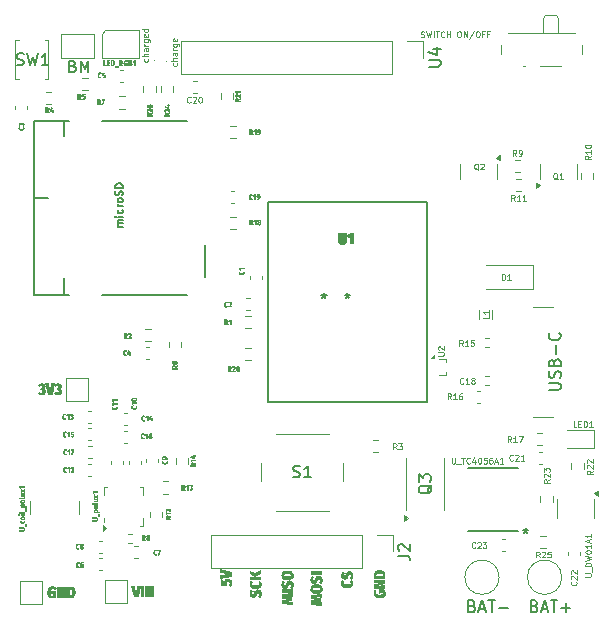
<source format=gbr>
%TF.GenerationSoftware,KiCad,Pcbnew,9.0.1*%
%TF.CreationDate,2025-09-03T21:59:16+02:00*%
%TF.ProjectId,cartouche v1,63617274-6f75-4636-9865-2076312e6b69,rev?*%
%TF.SameCoordinates,Original*%
%TF.FileFunction,Legend,Top*%
%TF.FilePolarity,Positive*%
%FSLAX46Y46*%
G04 Gerber Fmt 4.6, Leading zero omitted, Abs format (unit mm)*
G04 Created by KiCad (PCBNEW 9.0.1) date 2025-09-03 21:59:16*
%MOMM*%
%LPD*%
G01*
G04 APERTURE LIST*
%ADD10C,0.100000*%
%ADD11C,0.125000*%
%ADD12C,0.150000*%
%ADD13C,0.050000*%
%ADD14C,0.120000*%
%ADD15C,0.152400*%
G04 APERTURE END LIST*
D10*
G36*
X156325673Y-126631053D02*
G01*
X156327622Y-126677413D01*
X156333447Y-126722074D01*
X156342831Y-126763836D01*
X156355843Y-126803693D01*
X156372034Y-126840661D01*
X156391635Y-126875538D01*
X156414189Y-126907643D01*
X156439984Y-126937474D01*
X156468705Y-126964657D01*
X156500556Y-126989360D01*
X156535487Y-127011447D01*
X156573495Y-127030813D01*
X156659298Y-127061060D01*
X156758643Y-127078903D01*
X156843712Y-127083208D01*
X156914606Y-127081223D01*
X156980713Y-127075147D01*
X157035799Y-127066073D01*
X157086872Y-127053432D01*
X157129851Y-127038695D01*
X157169372Y-127020786D01*
X157202957Y-127001206D01*
X157233454Y-126978717D01*
X157259602Y-126954502D01*
X157282861Y-126927503D01*
X157302822Y-126898254D01*
X157319925Y-126866194D01*
X157345561Y-126792722D01*
X157359317Y-126704098D01*
X157361263Y-126650654D01*
X157353558Y-126568431D01*
X157343237Y-126521323D01*
X157328728Y-126473479D01*
X157310314Y-126426406D01*
X157287985Y-126380747D01*
X157246468Y-126316041D01*
X156755479Y-126316041D01*
X156755479Y-126695411D01*
X156962658Y-126668850D01*
X156962658Y-126605835D01*
X157122088Y-126605835D01*
X157133836Y-126624516D01*
X157141444Y-126644413D01*
X157144314Y-126666041D01*
X157142264Y-126686643D01*
X157135727Y-126704509D01*
X157126499Y-126717337D01*
X157113464Y-126728460D01*
X157073179Y-126746337D01*
X157001041Y-126759274D01*
X156869713Y-126765348D01*
X156845116Y-126765448D01*
X156770159Y-126763429D01*
X156706357Y-126757109D01*
X156663510Y-126748788D01*
X156627309Y-126737325D01*
X156601835Y-126725076D01*
X156580877Y-126710339D01*
X156565835Y-126694899D01*
X156554282Y-126677276D01*
X156541511Y-126636157D01*
X156539874Y-126611453D01*
X156541813Y-126582594D01*
X156547575Y-126555456D01*
X156570353Y-126503322D01*
X156604720Y-126453244D01*
X156455915Y-126311828D01*
X156428149Y-126342412D01*
X156402382Y-126376996D01*
X156380363Y-126413373D01*
X156361297Y-126453041D01*
X156346620Y-126493030D01*
X156335485Y-126535642D01*
X156328663Y-126577943D01*
X156325752Y-126622341D01*
X156325673Y-126631053D01*
G37*
G36*
X156353028Y-125526892D02*
G01*
X156353028Y-125790064D01*
X156634823Y-125790064D01*
X156801458Y-125783192D01*
X156956630Y-125763826D01*
X157004252Y-125756360D01*
X157066523Y-125746650D01*
X156353028Y-125882449D01*
X156353028Y-126254858D01*
X157330000Y-126254858D01*
X157330000Y-125993091D01*
X157048326Y-125993091D01*
X156886040Y-125999698D01*
X156717285Y-126018678D01*
X156680412Y-126023792D01*
X156617971Y-126032292D01*
X157330000Y-125902049D01*
X157330000Y-125526892D01*
X156353028Y-125526892D01*
G37*
G36*
X156895100Y-124697158D02*
G01*
X157003590Y-124710128D01*
X157091239Y-124734501D01*
X157128494Y-124750510D01*
X157162026Y-124769010D01*
X157192291Y-124790129D01*
X157219068Y-124813570D01*
X157243462Y-124840383D01*
X157264412Y-124869475D01*
X157283399Y-124903346D01*
X157298799Y-124939571D01*
X157312097Y-124982844D01*
X157321486Y-125028654D01*
X157327958Y-125085426D01*
X157330000Y-125145019D01*
X157330000Y-125468396D01*
X156353028Y-125468396D01*
X156353028Y-125156193D01*
X156354592Y-125122609D01*
X156568633Y-125122609D01*
X156568633Y-125157597D01*
X157113051Y-125157597D01*
X157113051Y-125128227D01*
X157110388Y-125099699D01*
X157096721Y-125067559D01*
X157084100Y-125053959D01*
X157067487Y-125042694D01*
X157040763Y-125031618D01*
X157006974Y-125023528D01*
X156933414Y-125015672D01*
X156836629Y-125013433D01*
X156810889Y-125013569D01*
X156697964Y-125019631D01*
X156634957Y-125032628D01*
X156598402Y-125051308D01*
X156585985Y-125063537D01*
X156577108Y-125077868D01*
X156570670Y-125098449D01*
X156568633Y-125122609D01*
X156354592Y-125122609D01*
X156357427Y-125061728D01*
X156372543Y-124974746D01*
X156397807Y-124903506D01*
X156433254Y-124844395D01*
X156479911Y-124795188D01*
X156508082Y-124773932D01*
X156539924Y-124754891D01*
X156576117Y-124738025D01*
X156616499Y-124723745D01*
X156662679Y-124711914D01*
X156713761Y-124703168D01*
X156772291Y-124697533D01*
X156836629Y-124695612D01*
X156895100Y-124697158D01*
G37*
G36*
X153573353Y-125807615D02*
G01*
X153575302Y-125853436D01*
X153581130Y-125897143D01*
X153590421Y-125937288D01*
X153603282Y-125975279D01*
X153619214Y-126010124D01*
X153638482Y-126042763D01*
X153660707Y-126072685D01*
X153686125Y-126100308D01*
X153746379Y-126148302D01*
X153820055Y-126186581D01*
X153908382Y-126214342D01*
X154012748Y-126230180D01*
X154088827Y-126233208D01*
X154153470Y-126231269D01*
X154213775Y-126225511D01*
X154267480Y-126216500D01*
X154317234Y-126204146D01*
X154361298Y-126189213D01*
X154401745Y-126171341D01*
X154437426Y-126151329D01*
X154469745Y-126128697D01*
X154498139Y-126104064D01*
X154523331Y-126077039D01*
X154563994Y-126016352D01*
X154592389Y-125945873D01*
X154608229Y-125864305D01*
X154611263Y-125804806D01*
X154603899Y-125734920D01*
X154581711Y-125665066D01*
X154544449Y-125596163D01*
X154492686Y-125530870D01*
X154471311Y-125509455D01*
X154307424Y-125639637D01*
X154335935Y-125677726D01*
X154358019Y-125712573D01*
X154372636Y-125746281D01*
X154378747Y-125780949D01*
X154378866Y-125786610D01*
X154376878Y-125808445D01*
X154370784Y-125828088D01*
X154361610Y-125843936D01*
X154348794Y-125858051D01*
X154311066Y-125881423D01*
X154250241Y-125899224D01*
X154154029Y-125909760D01*
X154088827Y-125911235D01*
X154011000Y-125909238D01*
X153945874Y-125903076D01*
X153902573Y-125894966D01*
X153866900Y-125883887D01*
X153842779Y-125872261D01*
X153823688Y-125858395D01*
X153810889Y-125844209D01*
X153801823Y-125828158D01*
X153794528Y-125791241D01*
X153794515Y-125789419D01*
X153801692Y-125745563D01*
X153823660Y-125700655D01*
X153856186Y-125657833D01*
X153690956Y-125519225D01*
X153662664Y-125551467D01*
X153637781Y-125586051D01*
X153617557Y-125621014D01*
X153600858Y-125658047D01*
X153588343Y-125695549D01*
X153579481Y-125734928D01*
X153573353Y-125807615D01*
G37*
G36*
X153572254Y-125147426D02*
G01*
X153574194Y-125192094D01*
X153579963Y-125234891D01*
X153589245Y-125274717D01*
X153602047Y-125312213D01*
X153617738Y-125346071D01*
X153636593Y-125377253D01*
X153657706Y-125404556D01*
X153681637Y-125428933D01*
X153707396Y-125449516D01*
X153735678Y-125466965D01*
X153765675Y-125480794D01*
X153797972Y-125491267D01*
X153832150Y-125498151D01*
X153868480Y-125501396D01*
X153881892Y-125501639D01*
X153923071Y-125499602D01*
X153961220Y-125493153D01*
X153991554Y-125483819D01*
X154020181Y-125470621D01*
X154045868Y-125454315D01*
X154070416Y-125434019D01*
X154117734Y-125379176D01*
X154166141Y-125297731D01*
X154196355Y-125232789D01*
X154217996Y-125186756D01*
X154239379Y-125153527D01*
X154254901Y-125137207D01*
X154271518Y-125125938D01*
X154305878Y-125116864D01*
X154314263Y-125116591D01*
X154337839Y-125118846D01*
X154358953Y-125126821D01*
X154370902Y-125136318D01*
X154380407Y-125149778D01*
X154386484Y-125165933D01*
X154389695Y-125186242D01*
X154390101Y-125197801D01*
X154382526Y-125254227D01*
X154359580Y-125310086D01*
X154317734Y-125371520D01*
X154300219Y-125392402D01*
X154461481Y-125536627D01*
X154496821Y-125498804D01*
X154530006Y-125455285D01*
X154552912Y-125417755D01*
X154572980Y-125376073D01*
X154587812Y-125335462D01*
X154599414Y-125291069D01*
X154606927Y-125245863D01*
X154610806Y-125196916D01*
X154611263Y-125172583D01*
X154609331Y-125123832D01*
X154603624Y-125078035D01*
X154594543Y-125036281D01*
X154582116Y-124997526D01*
X154566886Y-124962690D01*
X154548705Y-124930881D01*
X154528143Y-124902738D01*
X154504969Y-124877660D01*
X154479612Y-124855972D01*
X154451913Y-124837431D01*
X154389951Y-124810110D01*
X154319078Y-124796208D01*
X154283428Y-124794617D01*
X154237033Y-124796593D01*
X154195376Y-124802608D01*
X154161868Y-124811466D01*
X154131346Y-124823720D01*
X154080013Y-124856918D01*
X154034582Y-124905005D01*
X153989755Y-124975451D01*
X153956325Y-125043806D01*
X153954386Y-125048071D01*
X153924804Y-125111719D01*
X153901652Y-125152653D01*
X153879370Y-125174530D01*
X153852400Y-125181010D01*
X153833659Y-125178962D01*
X153817651Y-125172448D01*
X153807064Y-125163538D01*
X153798873Y-125151050D01*
X153790814Y-125115134D01*
X153790607Y-125106821D01*
X153798246Y-125053812D01*
X153821786Y-124999600D01*
X153865040Y-124940186D01*
X153708053Y-124812814D01*
X153677495Y-124844643D01*
X153650564Y-124878764D01*
X153628883Y-124912752D01*
X153610552Y-124949100D01*
X153596115Y-124986638D01*
X153584994Y-125026714D01*
X153573080Y-125114949D01*
X153572254Y-125147426D01*
G37*
G36*
X151003028Y-126777433D02*
G01*
X151003028Y-127156864D01*
X151624016Y-127205835D01*
X151003028Y-127266041D01*
X151003028Y-127641259D01*
X151980000Y-127697252D01*
X151980000Y-127406053D01*
X151643616Y-127408862D01*
X151486739Y-127412551D01*
X151316809Y-127421005D01*
X151260643Y-127424249D01*
X151883279Y-127357021D01*
X151883279Y-127064419D01*
X151259239Y-127001465D01*
X151646303Y-127012639D01*
X151980000Y-127016852D01*
X151980000Y-126721441D01*
X151003028Y-126777433D01*
G37*
G36*
X151569759Y-125894184D02*
G01*
X151678657Y-125909286D01*
X151768550Y-125935552D01*
X151841961Y-125971529D01*
X151901074Y-126016550D01*
X151947448Y-126070831D01*
X151966190Y-126101910D01*
X151981734Y-126135431D01*
X151994355Y-126172473D01*
X152003508Y-126212083D01*
X152009316Y-126256120D01*
X152011263Y-126302930D01*
X152009585Y-126347283D01*
X151996043Y-126429093D01*
X151969944Y-126498836D01*
X151952284Y-126529855D01*
X151931536Y-126558454D01*
X151907289Y-126585057D01*
X151879889Y-126609154D01*
X151848119Y-126631526D01*
X151812993Y-126651193D01*
X151772333Y-126669004D01*
X151727992Y-126683803D01*
X151676782Y-126696242D01*
X151621466Y-126705263D01*
X151557879Y-126711122D01*
X151489682Y-126713075D01*
X151412538Y-126710470D01*
X151303198Y-126695837D01*
X151213474Y-126670127D01*
X151140498Y-126634772D01*
X151081850Y-126590366D01*
X151035835Y-126536567D01*
X151017198Y-126505597D01*
X151001744Y-126472131D01*
X150989152Y-126434934D01*
X150980021Y-126395075D01*
X150974201Y-126350461D01*
X150972254Y-126302930D01*
X151190607Y-126302930D01*
X151190846Y-126309796D01*
X151199495Y-126338795D01*
X151209826Y-126351318D01*
X151224481Y-126361779D01*
X151250133Y-126372464D01*
X151283996Y-126380360D01*
X151369991Y-126388782D01*
X151489682Y-126391102D01*
X151649592Y-126386691D01*
X151724175Y-126375913D01*
X151764248Y-126360208D01*
X151785966Y-126338550D01*
X151792293Y-126322207D01*
X151794314Y-126302930D01*
X151794272Y-126299829D01*
X151787297Y-126268655D01*
X151778501Y-126255785D01*
X151765809Y-126245012D01*
X151743767Y-126234123D01*
X151714507Y-126225949D01*
X151623320Y-126215852D01*
X151489682Y-126213293D01*
X151336010Y-126218276D01*
X151261539Y-126229916D01*
X151220867Y-126246408D01*
X151198878Y-126268471D01*
X151192618Y-126284412D01*
X151190607Y-126302930D01*
X150972254Y-126302930D01*
X150973952Y-126258011D01*
X150987509Y-126175792D01*
X151013569Y-126105754D01*
X151051845Y-126045953D01*
X151075957Y-126019317D01*
X151103218Y-125995170D01*
X151134751Y-125972800D01*
X151169635Y-125953119D01*
X151209925Y-125935330D01*
X151253891Y-125920538D01*
X151304565Y-125908125D01*
X151359345Y-125899115D01*
X151422205Y-125893271D01*
X151489682Y-125891320D01*
X151569759Y-125894184D01*
G37*
G36*
X150972254Y-125508103D02*
G01*
X150974194Y-125552771D01*
X150979963Y-125595568D01*
X150989245Y-125635394D01*
X151002047Y-125672890D01*
X151017738Y-125706748D01*
X151036593Y-125737930D01*
X151057706Y-125765233D01*
X151081637Y-125789610D01*
X151107396Y-125810192D01*
X151135678Y-125827642D01*
X151165675Y-125841471D01*
X151197972Y-125851944D01*
X151232150Y-125858828D01*
X151268480Y-125862073D01*
X151281892Y-125862316D01*
X151323071Y-125860279D01*
X151361220Y-125853830D01*
X151391554Y-125844496D01*
X151420181Y-125831298D01*
X151445868Y-125814992D01*
X151470416Y-125794696D01*
X151517734Y-125739853D01*
X151566141Y-125658408D01*
X151596355Y-125593466D01*
X151617996Y-125547433D01*
X151639379Y-125514204D01*
X151654901Y-125497884D01*
X151671518Y-125486615D01*
X151705878Y-125477541D01*
X151714263Y-125477267D01*
X151737839Y-125479523D01*
X151758953Y-125487498D01*
X151770902Y-125496995D01*
X151780407Y-125510455D01*
X151786484Y-125526610D01*
X151789695Y-125546919D01*
X151790101Y-125558478D01*
X151782526Y-125614903D01*
X151759580Y-125670763D01*
X151717734Y-125732197D01*
X151700219Y-125753079D01*
X151861481Y-125897304D01*
X151896821Y-125859481D01*
X151930006Y-125815962D01*
X151952912Y-125778432D01*
X151972980Y-125736750D01*
X151987812Y-125696139D01*
X151999414Y-125651745D01*
X152006927Y-125606540D01*
X152010806Y-125557593D01*
X152011263Y-125533260D01*
X152009331Y-125484509D01*
X152003624Y-125438712D01*
X151994543Y-125396958D01*
X151982116Y-125358203D01*
X151966886Y-125323367D01*
X151948705Y-125291558D01*
X151928143Y-125263415D01*
X151904969Y-125238337D01*
X151879612Y-125216649D01*
X151851913Y-125198108D01*
X151789951Y-125170787D01*
X151719078Y-125156885D01*
X151683428Y-125155294D01*
X151637033Y-125157270D01*
X151595376Y-125163285D01*
X151561868Y-125172143D01*
X151531346Y-125184397D01*
X151480013Y-125217595D01*
X151434582Y-125265682D01*
X151389755Y-125336128D01*
X151356325Y-125404483D01*
X151354386Y-125408748D01*
X151324804Y-125472396D01*
X151301652Y-125513330D01*
X151279370Y-125535207D01*
X151252400Y-125541687D01*
X151233659Y-125539639D01*
X151217651Y-125533125D01*
X151207064Y-125524215D01*
X151198873Y-125511727D01*
X151190814Y-125475811D01*
X151190607Y-125467498D01*
X151198246Y-125414489D01*
X151221786Y-125360277D01*
X151265040Y-125300863D01*
X151108053Y-125173490D01*
X151077495Y-125205320D01*
X151050564Y-125239441D01*
X151028883Y-125273429D01*
X151010552Y-125309777D01*
X150996115Y-125347315D01*
X150984994Y-125387391D01*
X150973080Y-125475626D01*
X150972254Y-125508103D01*
G37*
G36*
X151003028Y-124808958D02*
G01*
X151003028Y-125119757D01*
X151980000Y-125119757D01*
X151980000Y-124808958D01*
X151003028Y-124808958D01*
G37*
G36*
X148553028Y-126727433D02*
G01*
X148553028Y-127106864D01*
X149174016Y-127155835D01*
X148553028Y-127216041D01*
X148553028Y-127591259D01*
X149530000Y-127647252D01*
X149530000Y-127356053D01*
X149193616Y-127358862D01*
X149036739Y-127362551D01*
X148866809Y-127371005D01*
X148810643Y-127374249D01*
X149433279Y-127307021D01*
X149433279Y-127014419D01*
X148809239Y-126951465D01*
X149196303Y-126962639D01*
X149530000Y-126966852D01*
X149530000Y-126671441D01*
X148553028Y-126727433D01*
G37*
G36*
X148553028Y-126328951D02*
G01*
X148553028Y-126639750D01*
X149530000Y-126639750D01*
X149530000Y-126328951D01*
X148553028Y-126328951D01*
G37*
G36*
X148522254Y-125925095D02*
G01*
X148524194Y-125969763D01*
X148529963Y-126012560D01*
X148539245Y-126052386D01*
X148552047Y-126089882D01*
X148567738Y-126123740D01*
X148586593Y-126154922D01*
X148607706Y-126182226D01*
X148631637Y-126206602D01*
X148657396Y-126227185D01*
X148685678Y-126244634D01*
X148715675Y-126258463D01*
X148747972Y-126268937D01*
X148782150Y-126275821D01*
X148818480Y-126279065D01*
X148831892Y-126279309D01*
X148873071Y-126277271D01*
X148911220Y-126270822D01*
X148941554Y-126261489D01*
X148970181Y-126248290D01*
X148995868Y-126231984D01*
X149020416Y-126211688D01*
X149067734Y-126156846D01*
X149116141Y-126075400D01*
X149146355Y-126010458D01*
X149167996Y-125964425D01*
X149189379Y-125931196D01*
X149204901Y-125914876D01*
X149221518Y-125903607D01*
X149255878Y-125894533D01*
X149264263Y-125894260D01*
X149287839Y-125896516D01*
X149308953Y-125904490D01*
X149320902Y-125913987D01*
X149330407Y-125927448D01*
X149336484Y-125943603D01*
X149339695Y-125963911D01*
X149340101Y-125975471D01*
X149332526Y-126031896D01*
X149309580Y-126087755D01*
X149267734Y-126149189D01*
X149250219Y-126170071D01*
X149411481Y-126314296D01*
X149446821Y-126276473D01*
X149480006Y-126232954D01*
X149502912Y-126195425D01*
X149522980Y-126153742D01*
X149537812Y-126113131D01*
X149549414Y-126068738D01*
X149556927Y-126023532D01*
X149560806Y-125974585D01*
X149561263Y-125950252D01*
X149559331Y-125901501D01*
X149553624Y-125855704D01*
X149544543Y-125813950D01*
X149532116Y-125775195D01*
X149516886Y-125740360D01*
X149498705Y-125708551D01*
X149478143Y-125680407D01*
X149454969Y-125655329D01*
X149429612Y-125633641D01*
X149401913Y-125615100D01*
X149339951Y-125587779D01*
X149269078Y-125573877D01*
X149233428Y-125572287D01*
X149187033Y-125574263D01*
X149145376Y-125580278D01*
X149111868Y-125589135D01*
X149081346Y-125601389D01*
X149030013Y-125634588D01*
X148984582Y-125682674D01*
X148939755Y-125753120D01*
X148906325Y-125821475D01*
X148904386Y-125825741D01*
X148874804Y-125889389D01*
X148851652Y-125930322D01*
X148829370Y-125952199D01*
X148802400Y-125958679D01*
X148783659Y-125956632D01*
X148767651Y-125950117D01*
X148757064Y-125941207D01*
X148748873Y-125928719D01*
X148740814Y-125892803D01*
X148740607Y-125884490D01*
X148748246Y-125831481D01*
X148771786Y-125777270D01*
X148815040Y-125717855D01*
X148658053Y-125590483D01*
X148627495Y-125622312D01*
X148600564Y-125656434D01*
X148578883Y-125690422D01*
X148560552Y-125726769D01*
X148546115Y-125764307D01*
X148534994Y-125804383D01*
X148523080Y-125892618D01*
X148522254Y-125925095D01*
G37*
G36*
X149119759Y-124730437D02*
G01*
X149228657Y-124745538D01*
X149318550Y-124771805D01*
X149391961Y-124807782D01*
X149451074Y-124852803D01*
X149497448Y-124907083D01*
X149516190Y-124938163D01*
X149531734Y-124971683D01*
X149544355Y-125008725D01*
X149553508Y-125048335D01*
X149559316Y-125092373D01*
X149561263Y-125139183D01*
X149559585Y-125183535D01*
X149546043Y-125265346D01*
X149519944Y-125335089D01*
X149502284Y-125366107D01*
X149481536Y-125394707D01*
X149457289Y-125421309D01*
X149429889Y-125445407D01*
X149398119Y-125467779D01*
X149362993Y-125487446D01*
X149322333Y-125505257D01*
X149277992Y-125520056D01*
X149226782Y-125532495D01*
X149171466Y-125541516D01*
X149107879Y-125547374D01*
X149039682Y-125549328D01*
X148962538Y-125546723D01*
X148853198Y-125532090D01*
X148763474Y-125506380D01*
X148690498Y-125471025D01*
X148631850Y-125426618D01*
X148585835Y-125372820D01*
X148567198Y-125341849D01*
X148551744Y-125308384D01*
X148539152Y-125271186D01*
X148530021Y-125231328D01*
X148524201Y-125186714D01*
X148522254Y-125139183D01*
X148740607Y-125139183D01*
X148740846Y-125146049D01*
X148749495Y-125175048D01*
X148759826Y-125187571D01*
X148774481Y-125198032D01*
X148800133Y-125208716D01*
X148833996Y-125216612D01*
X148919991Y-125225035D01*
X149039682Y-125227355D01*
X149199592Y-125222943D01*
X149274175Y-125212165D01*
X149314248Y-125196461D01*
X149335966Y-125174803D01*
X149342293Y-125158460D01*
X149344314Y-125139183D01*
X149344272Y-125136082D01*
X149337297Y-125104908D01*
X149328501Y-125092038D01*
X149315809Y-125081265D01*
X149293767Y-125070375D01*
X149264507Y-125062201D01*
X149173320Y-125052105D01*
X149039682Y-125049546D01*
X148886010Y-125054529D01*
X148811539Y-125066169D01*
X148770867Y-125082661D01*
X148748878Y-125104723D01*
X148742618Y-125120665D01*
X148740607Y-125139183D01*
X148522254Y-125139183D01*
X148523952Y-125094263D01*
X148537509Y-125012045D01*
X148563569Y-124942006D01*
X148601845Y-124882206D01*
X148625957Y-124855569D01*
X148653218Y-124831422D01*
X148684751Y-124809053D01*
X148719635Y-124789371D01*
X148759925Y-124771583D01*
X148803891Y-124756790D01*
X148854565Y-124744378D01*
X148909345Y-124735367D01*
X148972205Y-124729524D01*
X149039682Y-124727573D01*
X149119759Y-124730437D01*
G37*
G36*
X145822254Y-126676247D02*
G01*
X145824194Y-126720915D01*
X145829963Y-126763712D01*
X145839245Y-126803537D01*
X145852047Y-126841033D01*
X145867738Y-126874891D01*
X145886593Y-126906073D01*
X145907706Y-126933377D01*
X145931637Y-126957754D01*
X145957396Y-126978336D01*
X145985678Y-126995786D01*
X146015675Y-127009614D01*
X146047972Y-127020088D01*
X146082150Y-127026972D01*
X146118480Y-127030217D01*
X146131892Y-127030460D01*
X146173071Y-127028422D01*
X146211220Y-127021973D01*
X146241554Y-127012640D01*
X146270181Y-126999442D01*
X146295868Y-126983136D01*
X146320416Y-126962839D01*
X146367734Y-126907997D01*
X146416141Y-126826551D01*
X146446355Y-126761610D01*
X146467996Y-126715576D01*
X146489379Y-126682348D01*
X146504901Y-126666028D01*
X146521518Y-126654759D01*
X146555878Y-126645684D01*
X146564263Y-126645411D01*
X146587839Y-126647667D01*
X146608953Y-126655642D01*
X146620902Y-126665138D01*
X146630407Y-126678599D01*
X146636484Y-126694754D01*
X146639695Y-126715063D01*
X146640101Y-126726622D01*
X146632526Y-126783047D01*
X146609580Y-126838907D01*
X146567734Y-126900340D01*
X146550219Y-126921222D01*
X146711481Y-127065448D01*
X146746821Y-127027625D01*
X146780006Y-126984106D01*
X146802912Y-126946576D01*
X146822980Y-126904893D01*
X146837812Y-126864283D01*
X146849414Y-126819889D01*
X146856927Y-126774683D01*
X146860806Y-126725737D01*
X146861263Y-126701404D01*
X146859331Y-126652653D01*
X146853624Y-126606856D01*
X146844543Y-126565102D01*
X146832116Y-126526346D01*
X146816886Y-126491511D01*
X146798705Y-126459702D01*
X146778143Y-126431559D01*
X146754969Y-126406481D01*
X146729612Y-126384793D01*
X146701913Y-126366252D01*
X146639951Y-126338931D01*
X146569078Y-126325029D01*
X146533428Y-126323438D01*
X146487033Y-126325414D01*
X146445376Y-126331429D01*
X146411868Y-126340287D01*
X146381346Y-126352541D01*
X146330013Y-126385739D01*
X146284582Y-126433825D01*
X146239755Y-126504271D01*
X146206325Y-126572627D01*
X146204386Y-126576892D01*
X146174804Y-126640540D01*
X146151652Y-126681473D01*
X146129370Y-126703351D01*
X146102400Y-126709830D01*
X146083659Y-126707783D01*
X146067651Y-126701269D01*
X146057064Y-126692359D01*
X146048873Y-126679871D01*
X146040814Y-126643954D01*
X146040607Y-126635642D01*
X146048246Y-126582633D01*
X146071786Y-126528421D01*
X146115040Y-126469007D01*
X145958053Y-126341634D01*
X145927495Y-126373464D01*
X145900564Y-126407585D01*
X145878883Y-126441573D01*
X145860552Y-126477921D01*
X145846115Y-126515459D01*
X145834994Y-126555535D01*
X145823080Y-126643769D01*
X145822254Y-126676247D01*
G37*
G36*
X145823353Y-125874886D02*
G01*
X145825302Y-125920707D01*
X145831130Y-125964415D01*
X145840421Y-126004559D01*
X145853282Y-126042550D01*
X145869214Y-126077396D01*
X145888482Y-126110034D01*
X145910707Y-126139957D01*
X145936125Y-126167580D01*
X145996379Y-126215574D01*
X146070055Y-126253853D01*
X146158382Y-126281614D01*
X146262748Y-126297452D01*
X146338827Y-126300479D01*
X146403470Y-126298540D01*
X146463775Y-126292783D01*
X146517480Y-126283771D01*
X146567234Y-126271418D01*
X146611298Y-126256484D01*
X146651745Y-126238612D01*
X146687426Y-126218600D01*
X146719745Y-126195969D01*
X146748139Y-126171335D01*
X146773331Y-126144310D01*
X146813994Y-126083624D01*
X146842389Y-126013144D01*
X146858229Y-125931577D01*
X146861263Y-125872077D01*
X146853899Y-125802191D01*
X146831711Y-125732337D01*
X146794449Y-125663434D01*
X146742686Y-125598141D01*
X146721311Y-125576727D01*
X146557424Y-125706908D01*
X146585935Y-125744997D01*
X146608019Y-125779845D01*
X146622636Y-125813552D01*
X146628747Y-125848221D01*
X146628866Y-125853881D01*
X146626878Y-125875717D01*
X146620784Y-125895360D01*
X146611610Y-125911208D01*
X146598794Y-125925322D01*
X146561066Y-125948695D01*
X146500241Y-125966495D01*
X146404029Y-125977031D01*
X146338827Y-125978506D01*
X146261000Y-125976509D01*
X146195874Y-125970348D01*
X146152573Y-125962237D01*
X146116900Y-125951159D01*
X146092779Y-125939533D01*
X146073688Y-125925666D01*
X146060889Y-125911480D01*
X146051823Y-125895430D01*
X146044528Y-125858513D01*
X146044515Y-125856690D01*
X146051692Y-125812835D01*
X146073660Y-125767927D01*
X146106186Y-125725104D01*
X145940956Y-125586496D01*
X145912664Y-125618738D01*
X145887781Y-125653323D01*
X145867557Y-125688285D01*
X145850858Y-125725319D01*
X145838343Y-125762821D01*
X145829481Y-125802200D01*
X145823353Y-125874886D01*
G37*
G36*
X145853028Y-125248281D02*
G01*
X145853028Y-125559080D01*
X146830000Y-125559080D01*
X146830000Y-125248281D01*
X145853028Y-125248281D01*
G37*
G36*
X145853028Y-124731707D02*
G01*
X145853028Y-125032676D01*
X146308602Y-125239855D01*
X146830000Y-125046659D01*
X146830000Y-124709298D01*
X146284788Y-124936078D01*
X145853028Y-124731707D01*
G37*
G36*
X143376475Y-125465823D02*
G01*
X143376475Y-126049624D01*
X143918756Y-126049624D01*
X143918756Y-125862046D01*
X143898841Y-125832115D01*
X143888244Y-125807142D01*
X143885111Y-125783644D01*
X143887247Y-125765196D01*
X143894379Y-125749406D01*
X143903932Y-125739206D01*
X143917567Y-125730776D01*
X143960956Y-125719317D01*
X144012423Y-125716416D01*
X144048799Y-125718361D01*
X144078852Y-125724161D01*
X144099736Y-125732152D01*
X144116299Y-125742896D01*
X144127691Y-125754972D01*
X144135767Y-125769255D01*
X144142421Y-125806053D01*
X144140530Y-125829268D01*
X144135113Y-125850561D01*
X144113858Y-125890237D01*
X144076040Y-125930303D01*
X144057180Y-125946004D01*
X144198475Y-126104213D01*
X144232744Y-126077456D01*
X144264362Y-126047053D01*
X144289347Y-126017225D01*
X144311325Y-125984233D01*
X144328402Y-125951149D01*
X144342239Y-125915144D01*
X144352044Y-125878211D01*
X144358333Y-125838426D01*
X144360835Y-125790605D01*
X144358903Y-125744554D01*
X144353195Y-125701115D01*
X144344058Y-125661152D01*
X144331542Y-125623879D01*
X144316074Y-125589965D01*
X144297581Y-125558818D01*
X144276453Y-125530844D01*
X144252600Y-125505735D01*
X144197383Y-125464557D01*
X144132260Y-125435586D01*
X144057322Y-125419639D01*
X144006805Y-125416852D01*
X143958295Y-125418765D01*
X143913915Y-125424341D01*
X143874385Y-125433126D01*
X143838763Y-125444964D01*
X143807544Y-125459345D01*
X143780040Y-125476230D01*
X143756454Y-125495188D01*
X143736451Y-125516171D01*
X143707035Y-125563465D01*
X143691529Y-125617285D01*
X143689106Y-125650654D01*
X143691240Y-125682093D01*
X143698360Y-125714321D01*
X143722751Y-125771004D01*
X143582311Y-125771004D01*
X143582311Y-125496659D01*
X143376475Y-125465823D01*
G37*
G36*
X143353028Y-124639183D02*
G01*
X143353028Y-124944364D01*
X144121416Y-125028384D01*
X143353028Y-125130600D01*
X143353028Y-125444207D01*
X144330000Y-125238372D01*
X144330000Y-124826762D01*
X143353028Y-124639183D01*
G37*
D11*
X139651000Y-81778570D02*
X139674809Y-81826189D01*
X139674809Y-81826189D02*
X139674809Y-81921427D01*
X139674809Y-81921427D02*
X139651000Y-81969046D01*
X139651000Y-81969046D02*
X139627190Y-81992856D01*
X139627190Y-81992856D02*
X139579571Y-82016665D01*
X139579571Y-82016665D02*
X139436714Y-82016665D01*
X139436714Y-82016665D02*
X139389095Y-81992856D01*
X139389095Y-81992856D02*
X139365285Y-81969046D01*
X139365285Y-81969046D02*
X139341476Y-81921427D01*
X139341476Y-81921427D02*
X139341476Y-81826189D01*
X139341476Y-81826189D02*
X139365285Y-81778570D01*
X139674809Y-81564285D02*
X139174809Y-81564285D01*
X139674809Y-81349999D02*
X139412904Y-81349999D01*
X139412904Y-81349999D02*
X139365285Y-81373809D01*
X139365285Y-81373809D02*
X139341476Y-81421428D01*
X139341476Y-81421428D02*
X139341476Y-81492856D01*
X139341476Y-81492856D02*
X139365285Y-81540475D01*
X139365285Y-81540475D02*
X139389095Y-81564285D01*
X139674809Y-80897618D02*
X139412904Y-80897618D01*
X139412904Y-80897618D02*
X139365285Y-80921428D01*
X139365285Y-80921428D02*
X139341476Y-80969047D01*
X139341476Y-80969047D02*
X139341476Y-81064285D01*
X139341476Y-81064285D02*
X139365285Y-81111904D01*
X139651000Y-80897618D02*
X139674809Y-80945237D01*
X139674809Y-80945237D02*
X139674809Y-81064285D01*
X139674809Y-81064285D02*
X139651000Y-81111904D01*
X139651000Y-81111904D02*
X139603380Y-81135713D01*
X139603380Y-81135713D02*
X139555761Y-81135713D01*
X139555761Y-81135713D02*
X139508142Y-81111904D01*
X139508142Y-81111904D02*
X139484333Y-81064285D01*
X139484333Y-81064285D02*
X139484333Y-80945237D01*
X139484333Y-80945237D02*
X139460523Y-80897618D01*
X139674809Y-80659523D02*
X139341476Y-80659523D01*
X139436714Y-80659523D02*
X139389095Y-80635713D01*
X139389095Y-80635713D02*
X139365285Y-80611904D01*
X139365285Y-80611904D02*
X139341476Y-80564285D01*
X139341476Y-80564285D02*
X139341476Y-80516666D01*
X139341476Y-80135713D02*
X139746238Y-80135713D01*
X139746238Y-80135713D02*
X139793857Y-80159523D01*
X139793857Y-80159523D02*
X139817666Y-80183332D01*
X139817666Y-80183332D02*
X139841476Y-80230951D01*
X139841476Y-80230951D02*
X139841476Y-80302380D01*
X139841476Y-80302380D02*
X139817666Y-80349999D01*
X139651000Y-80135713D02*
X139674809Y-80183332D01*
X139674809Y-80183332D02*
X139674809Y-80278570D01*
X139674809Y-80278570D02*
X139651000Y-80326189D01*
X139651000Y-80326189D02*
X139627190Y-80349999D01*
X139627190Y-80349999D02*
X139579571Y-80373808D01*
X139579571Y-80373808D02*
X139436714Y-80373808D01*
X139436714Y-80373808D02*
X139389095Y-80349999D01*
X139389095Y-80349999D02*
X139365285Y-80326189D01*
X139365285Y-80326189D02*
X139341476Y-80278570D01*
X139341476Y-80278570D02*
X139341476Y-80183332D01*
X139341476Y-80183332D02*
X139365285Y-80135713D01*
X139651000Y-79707142D02*
X139674809Y-79754761D01*
X139674809Y-79754761D02*
X139674809Y-79849999D01*
X139674809Y-79849999D02*
X139651000Y-79897618D01*
X139651000Y-79897618D02*
X139603380Y-79921427D01*
X139603380Y-79921427D02*
X139412904Y-79921427D01*
X139412904Y-79921427D02*
X139365285Y-79897618D01*
X139365285Y-79897618D02*
X139341476Y-79849999D01*
X139341476Y-79849999D02*
X139341476Y-79754761D01*
X139341476Y-79754761D02*
X139365285Y-79707142D01*
X139365285Y-79707142D02*
X139412904Y-79683332D01*
X139412904Y-79683332D02*
X139460523Y-79683332D01*
X139460523Y-79683332D02*
X139508142Y-79921427D01*
X137201000Y-81404761D02*
X137224809Y-81452380D01*
X137224809Y-81452380D02*
X137224809Y-81547618D01*
X137224809Y-81547618D02*
X137201000Y-81595237D01*
X137201000Y-81595237D02*
X137177190Y-81619047D01*
X137177190Y-81619047D02*
X137129571Y-81642856D01*
X137129571Y-81642856D02*
X136986714Y-81642856D01*
X136986714Y-81642856D02*
X136939095Y-81619047D01*
X136939095Y-81619047D02*
X136915285Y-81595237D01*
X136915285Y-81595237D02*
X136891476Y-81547618D01*
X136891476Y-81547618D02*
X136891476Y-81452380D01*
X136891476Y-81452380D02*
X136915285Y-81404761D01*
X137224809Y-81190476D02*
X136724809Y-81190476D01*
X137224809Y-80976190D02*
X136962904Y-80976190D01*
X136962904Y-80976190D02*
X136915285Y-81000000D01*
X136915285Y-81000000D02*
X136891476Y-81047619D01*
X136891476Y-81047619D02*
X136891476Y-81119047D01*
X136891476Y-81119047D02*
X136915285Y-81166666D01*
X136915285Y-81166666D02*
X136939095Y-81190476D01*
X137224809Y-80523809D02*
X136962904Y-80523809D01*
X136962904Y-80523809D02*
X136915285Y-80547619D01*
X136915285Y-80547619D02*
X136891476Y-80595238D01*
X136891476Y-80595238D02*
X136891476Y-80690476D01*
X136891476Y-80690476D02*
X136915285Y-80738095D01*
X137201000Y-80523809D02*
X137224809Y-80571428D01*
X137224809Y-80571428D02*
X137224809Y-80690476D01*
X137224809Y-80690476D02*
X137201000Y-80738095D01*
X137201000Y-80738095D02*
X137153380Y-80761904D01*
X137153380Y-80761904D02*
X137105761Y-80761904D01*
X137105761Y-80761904D02*
X137058142Y-80738095D01*
X137058142Y-80738095D02*
X137034333Y-80690476D01*
X137034333Y-80690476D02*
X137034333Y-80571428D01*
X137034333Y-80571428D02*
X137010523Y-80523809D01*
X137224809Y-80285714D02*
X136891476Y-80285714D01*
X136986714Y-80285714D02*
X136939095Y-80261904D01*
X136939095Y-80261904D02*
X136915285Y-80238095D01*
X136915285Y-80238095D02*
X136891476Y-80190476D01*
X136891476Y-80190476D02*
X136891476Y-80142857D01*
X136891476Y-79761904D02*
X137296238Y-79761904D01*
X137296238Y-79761904D02*
X137343857Y-79785714D01*
X137343857Y-79785714D02*
X137367666Y-79809523D01*
X137367666Y-79809523D02*
X137391476Y-79857142D01*
X137391476Y-79857142D02*
X137391476Y-79928571D01*
X137391476Y-79928571D02*
X137367666Y-79976190D01*
X137201000Y-79761904D02*
X137224809Y-79809523D01*
X137224809Y-79809523D02*
X137224809Y-79904761D01*
X137224809Y-79904761D02*
X137201000Y-79952380D01*
X137201000Y-79952380D02*
X137177190Y-79976190D01*
X137177190Y-79976190D02*
X137129571Y-79999999D01*
X137129571Y-79999999D02*
X136986714Y-79999999D01*
X136986714Y-79999999D02*
X136939095Y-79976190D01*
X136939095Y-79976190D02*
X136915285Y-79952380D01*
X136915285Y-79952380D02*
X136891476Y-79904761D01*
X136891476Y-79904761D02*
X136891476Y-79809523D01*
X136891476Y-79809523D02*
X136915285Y-79761904D01*
X137201000Y-79333333D02*
X137224809Y-79380952D01*
X137224809Y-79380952D02*
X137224809Y-79476190D01*
X137224809Y-79476190D02*
X137201000Y-79523809D01*
X137201000Y-79523809D02*
X137153380Y-79547618D01*
X137153380Y-79547618D02*
X136962904Y-79547618D01*
X136962904Y-79547618D02*
X136915285Y-79523809D01*
X136915285Y-79523809D02*
X136891476Y-79476190D01*
X136891476Y-79476190D02*
X136891476Y-79380952D01*
X136891476Y-79380952D02*
X136915285Y-79333333D01*
X136915285Y-79333333D02*
X136962904Y-79309523D01*
X136962904Y-79309523D02*
X137010523Y-79309523D01*
X137010523Y-79309523D02*
X137058142Y-79547618D01*
X137224809Y-78880952D02*
X136724809Y-78880952D01*
X137201000Y-78880952D02*
X137224809Y-78928571D01*
X137224809Y-78928571D02*
X137224809Y-79023809D01*
X137224809Y-79023809D02*
X137201000Y-79071428D01*
X137201000Y-79071428D02*
X137177190Y-79095238D01*
X137177190Y-79095238D02*
X137129571Y-79119047D01*
X137129571Y-79119047D02*
X136986714Y-79119047D01*
X136986714Y-79119047D02*
X136939095Y-79095238D01*
X136939095Y-79095238D02*
X136915285Y-79071428D01*
X136915285Y-79071428D02*
X136891476Y-79023809D01*
X136891476Y-79023809D02*
X136891476Y-78928571D01*
X136891476Y-78928571D02*
X136915285Y-78880952D01*
D12*
X135088276Y-95613333D02*
X134661609Y-95613333D01*
X134722561Y-95613333D02*
X134692085Y-95582856D01*
X134692085Y-95582856D02*
X134661609Y-95521904D01*
X134661609Y-95521904D02*
X134661609Y-95430475D01*
X134661609Y-95430475D02*
X134692085Y-95369523D01*
X134692085Y-95369523D02*
X134753038Y-95339047D01*
X134753038Y-95339047D02*
X135088276Y-95339047D01*
X134753038Y-95339047D02*
X134692085Y-95308571D01*
X134692085Y-95308571D02*
X134661609Y-95247618D01*
X134661609Y-95247618D02*
X134661609Y-95156190D01*
X134661609Y-95156190D02*
X134692085Y-95095237D01*
X134692085Y-95095237D02*
X134753038Y-95064761D01*
X134753038Y-95064761D02*
X135088276Y-95064761D01*
X135088276Y-94760000D02*
X134661609Y-94760000D01*
X134448276Y-94760000D02*
X134478752Y-94790476D01*
X134478752Y-94790476D02*
X134509228Y-94760000D01*
X134509228Y-94760000D02*
X134478752Y-94729523D01*
X134478752Y-94729523D02*
X134448276Y-94760000D01*
X134448276Y-94760000D02*
X134509228Y-94760000D01*
X135057800Y-94180952D02*
X135088276Y-94241904D01*
X135088276Y-94241904D02*
X135088276Y-94363809D01*
X135088276Y-94363809D02*
X135057800Y-94424761D01*
X135057800Y-94424761D02*
X135027323Y-94455238D01*
X135027323Y-94455238D02*
X134966371Y-94485714D01*
X134966371Y-94485714D02*
X134783514Y-94485714D01*
X134783514Y-94485714D02*
X134722561Y-94455238D01*
X134722561Y-94455238D02*
X134692085Y-94424761D01*
X134692085Y-94424761D02*
X134661609Y-94363809D01*
X134661609Y-94363809D02*
X134661609Y-94241904D01*
X134661609Y-94241904D02*
X134692085Y-94180952D01*
X135088276Y-93906667D02*
X134661609Y-93906667D01*
X134783514Y-93906667D02*
X134722561Y-93876190D01*
X134722561Y-93876190D02*
X134692085Y-93845714D01*
X134692085Y-93845714D02*
X134661609Y-93784762D01*
X134661609Y-93784762D02*
X134661609Y-93723809D01*
X135088276Y-93419048D02*
X135057800Y-93480000D01*
X135057800Y-93480000D02*
X135027323Y-93510477D01*
X135027323Y-93510477D02*
X134966371Y-93540953D01*
X134966371Y-93540953D02*
X134783514Y-93540953D01*
X134783514Y-93540953D02*
X134722561Y-93510477D01*
X134722561Y-93510477D02*
X134692085Y-93480000D01*
X134692085Y-93480000D02*
X134661609Y-93419048D01*
X134661609Y-93419048D02*
X134661609Y-93327619D01*
X134661609Y-93327619D02*
X134692085Y-93266667D01*
X134692085Y-93266667D02*
X134722561Y-93236191D01*
X134722561Y-93236191D02*
X134783514Y-93205715D01*
X134783514Y-93205715D02*
X134966371Y-93205715D01*
X134966371Y-93205715D02*
X135027323Y-93236191D01*
X135027323Y-93236191D02*
X135057800Y-93266667D01*
X135057800Y-93266667D02*
X135088276Y-93327619D01*
X135088276Y-93327619D02*
X135088276Y-93419048D01*
X135057800Y-92961905D02*
X135088276Y-92870476D01*
X135088276Y-92870476D02*
X135088276Y-92718095D01*
X135088276Y-92718095D02*
X135057800Y-92657143D01*
X135057800Y-92657143D02*
X135027323Y-92626667D01*
X135027323Y-92626667D02*
X134966371Y-92596190D01*
X134966371Y-92596190D02*
X134905419Y-92596190D01*
X134905419Y-92596190D02*
X134844466Y-92626667D01*
X134844466Y-92626667D02*
X134813990Y-92657143D01*
X134813990Y-92657143D02*
X134783514Y-92718095D01*
X134783514Y-92718095D02*
X134753038Y-92840000D01*
X134753038Y-92840000D02*
X134722561Y-92900952D01*
X134722561Y-92900952D02*
X134692085Y-92931429D01*
X134692085Y-92931429D02*
X134631133Y-92961905D01*
X134631133Y-92961905D02*
X134570180Y-92961905D01*
X134570180Y-92961905D02*
X134509228Y-92931429D01*
X134509228Y-92931429D02*
X134478752Y-92900952D01*
X134478752Y-92900952D02*
X134448276Y-92840000D01*
X134448276Y-92840000D02*
X134448276Y-92687619D01*
X134448276Y-92687619D02*
X134478752Y-92596190D01*
X135088276Y-92321905D02*
X134448276Y-92321905D01*
X134448276Y-92321905D02*
X134448276Y-92169524D01*
X134448276Y-92169524D02*
X134478752Y-92078095D01*
X134478752Y-92078095D02*
X134539704Y-92017143D01*
X134539704Y-92017143D02*
X134600657Y-91986666D01*
X134600657Y-91986666D02*
X134722561Y-91956190D01*
X134722561Y-91956190D02*
X134813990Y-91956190D01*
X134813990Y-91956190D02*
X134935895Y-91986666D01*
X134935895Y-91986666D02*
X134996847Y-92017143D01*
X134996847Y-92017143D02*
X135057800Y-92078095D01*
X135057800Y-92078095D02*
X135088276Y-92169524D01*
X135088276Y-92169524D02*
X135088276Y-92321905D01*
D11*
G36*
X128733083Y-85519869D02*
G01*
X128781373Y-85526249D01*
X128819123Y-85537889D01*
X128848499Y-85554135D01*
X128871097Y-85575002D01*
X128880238Y-85587498D01*
X128887786Y-85601238D01*
X128894041Y-85617077D01*
X128898562Y-85634292D01*
X128901522Y-85654454D01*
X128902504Y-85676215D01*
X128902311Y-85686313D01*
X128897720Y-85721338D01*
X128886889Y-85750246D01*
X128878405Y-85764035D01*
X128867836Y-85777140D01*
X128852799Y-85791762D01*
X128834604Y-85806060D01*
X128934011Y-86007500D01*
X128769513Y-86007500D01*
X128699507Y-85837568D01*
X128693218Y-85837568D01*
X128693218Y-86007500D01*
X128537819Y-86007500D01*
X128537819Y-85733948D01*
X128693218Y-85733948D01*
X128706529Y-85733948D01*
X128717874Y-85732893D01*
X128731651Y-85726563D01*
X128737170Y-85720320D01*
X128741186Y-85712107D01*
X128744674Y-85696400D01*
X128745730Y-85676215D01*
X128743508Y-85654733D01*
X128736123Y-85637776D01*
X128730490Y-85631731D01*
X128723656Y-85627357D01*
X128714408Y-85624327D01*
X128703721Y-85623336D01*
X128693218Y-85623336D01*
X128693218Y-85733948D01*
X128537819Y-85733948D01*
X128537819Y-85519014D01*
X128704423Y-85519014D01*
X128733083Y-85519869D01*
G37*
G36*
X129272379Y-85807739D02*
G01*
X129235285Y-85807739D01*
X129235285Y-85707447D01*
X129114171Y-85707447D01*
X129095975Y-85807739D01*
X129065200Y-85807739D01*
X129150593Y-85556658D01*
X129025999Y-85513152D01*
X128916792Y-85820348D01*
X128916792Y-85917618D01*
X129095272Y-85917618D01*
X129095975Y-86007500D01*
X129235285Y-86007500D01*
X129235285Y-85917618D01*
X129272379Y-85917618D01*
X129272379Y-85807739D01*
G37*
G36*
X140246551Y-117469869D02*
G01*
X140294841Y-117476249D01*
X140332591Y-117487889D01*
X140361967Y-117504135D01*
X140384565Y-117525002D01*
X140393706Y-117537498D01*
X140401254Y-117551238D01*
X140407509Y-117567077D01*
X140412030Y-117584292D01*
X140414990Y-117604454D01*
X140415972Y-117626215D01*
X140415779Y-117636313D01*
X140411188Y-117671338D01*
X140400357Y-117700246D01*
X140391873Y-117714035D01*
X140381304Y-117727140D01*
X140366267Y-117741762D01*
X140348072Y-117756060D01*
X140447479Y-117957500D01*
X140282981Y-117957500D01*
X140212975Y-117787568D01*
X140206686Y-117787568D01*
X140206686Y-117957500D01*
X140051287Y-117957500D01*
X140051287Y-117683948D01*
X140206686Y-117683948D01*
X140219997Y-117683948D01*
X140231342Y-117682893D01*
X140245119Y-117676563D01*
X140250638Y-117670320D01*
X140254654Y-117662107D01*
X140258142Y-117646400D01*
X140259198Y-117626215D01*
X140256976Y-117604733D01*
X140249591Y-117587776D01*
X140243958Y-117581731D01*
X140237124Y-117577357D01*
X140227876Y-117574327D01*
X140217189Y-117573336D01*
X140206686Y-117573336D01*
X140206686Y-117683948D01*
X140051287Y-117683948D01*
X140051287Y-117469014D01*
X140217891Y-117469014D01*
X140246551Y-117469869D01*
G37*
G36*
X140701858Y-117480157D02*
G01*
X140568868Y-117480157D01*
X140414170Y-117582342D01*
X140479963Y-117676315D01*
X140557663Y-117620933D01*
X140557663Y-117957500D01*
X140701858Y-117957500D01*
X140701858Y-117480157D01*
G37*
G36*
X140884948Y-117467060D02*
G01*
X140863103Y-117468030D01*
X140841978Y-117470910D01*
X140821657Y-117475636D01*
X140802075Y-117482172D01*
X140764848Y-117500702D01*
X140730056Y-117526713D01*
X140718344Y-117537768D01*
X140789022Y-117612537D01*
X140802753Y-117599855D01*
X140817316Y-117589324D01*
X140830681Y-117582158D01*
X140844381Y-117577286D01*
X140862539Y-117574863D01*
X140872972Y-117575832D01*
X140881793Y-117578710D01*
X140888338Y-117582913D01*
X140893499Y-117588603D01*
X140899499Y-117604123D01*
X140900336Y-117614613D01*
X140899361Y-117625810D01*
X140896447Y-117635638D01*
X140892136Y-117643233D01*
X140886251Y-117649441D01*
X140879202Y-117653946D01*
X140870748Y-117656978D01*
X140856922Y-117658546D01*
X140832436Y-117658546D01*
X140816347Y-117757251D01*
X140852037Y-117757251D01*
X140865138Y-117758233D01*
X140876486Y-117761201D01*
X140884974Y-117765476D01*
X140892030Y-117771333D01*
X140901356Y-117786879D01*
X140905179Y-117809368D01*
X140905221Y-117812389D01*
X140904277Y-117824618D01*
X140901579Y-117835161D01*
X140897431Y-117843838D01*
X140891981Y-117850879D01*
X140877891Y-117860028D01*
X140863241Y-117862550D01*
X140851179Y-117861568D01*
X140839645Y-117858600D01*
X140817198Y-117846705D01*
X140787648Y-117820846D01*
X140712727Y-117894057D01*
X140729956Y-117912656D01*
X140748477Y-117929206D01*
X140765263Y-117941374D01*
X140783315Y-117951784D01*
X140801057Y-117959639D01*
X140820114Y-117965801D01*
X140839799Y-117970028D01*
X140860922Y-117972493D01*
X140879331Y-117973131D01*
X140902429Y-117972175D01*
X140923911Y-117969389D01*
X140943752Y-117964906D01*
X140961990Y-117958848D01*
X140978708Y-117951295D01*
X140993814Y-117942402D01*
X141019499Y-117920784D01*
X141038949Y-117894635D01*
X141051816Y-117864676D01*
X141057575Y-117831909D01*
X141057842Y-117822983D01*
X141056882Y-117804265D01*
X141054070Y-117787440D01*
X141049715Y-117772971D01*
X141043834Y-117760095D01*
X141028012Y-117738975D01*
X141006432Y-117722758D01*
X140977975Y-117710913D01*
X140949337Y-117704769D01*
X140968679Y-117698042D01*
X140985512Y-117690117D01*
X140999346Y-117681489D01*
X141011091Y-117671882D01*
X141020658Y-117661581D01*
X141028403Y-117650447D01*
X141038913Y-117625434D01*
X141043070Y-117595802D01*
X141043126Y-117591624D01*
X141042155Y-117576503D01*
X141039266Y-117561877D01*
X141034528Y-117547941D01*
X141027964Y-117534726D01*
X141019641Y-117522386D01*
X141009575Y-117510989D01*
X140997802Y-117500652D01*
X140984358Y-117491484D01*
X140969232Y-117483582D01*
X140952495Y-117477086D01*
X140934096Y-117472092D01*
X140914143Y-117468749D01*
X140884948Y-117467060D01*
G37*
G36*
X139107500Y-86092663D02*
G01*
X138937568Y-86162669D01*
X138937568Y-86168958D01*
X139107500Y-86168958D01*
X139107500Y-86324357D01*
X138619014Y-86324357D01*
X138619014Y-86158455D01*
X138723336Y-86158455D01*
X138723336Y-86168958D01*
X138833948Y-86168958D01*
X138833948Y-86155647D01*
X138832893Y-86144302D01*
X138826563Y-86130525D01*
X138820320Y-86125006D01*
X138812107Y-86120990D01*
X138796400Y-86117502D01*
X138776215Y-86116446D01*
X138754733Y-86118668D01*
X138737776Y-86126053D01*
X138731731Y-86131686D01*
X138727357Y-86138520D01*
X138724327Y-86147768D01*
X138723336Y-86158455D01*
X138619014Y-86158455D01*
X138619014Y-86157753D01*
X138619869Y-86129093D01*
X138626249Y-86080803D01*
X138637889Y-86043053D01*
X138654135Y-86013677D01*
X138675002Y-85991079D01*
X138687498Y-85981938D01*
X138701238Y-85974390D01*
X138717077Y-85968135D01*
X138734292Y-85963614D01*
X138754454Y-85960654D01*
X138776215Y-85959672D01*
X138786313Y-85959865D01*
X138821338Y-85964456D01*
X138850246Y-85975287D01*
X138864035Y-85983771D01*
X138877140Y-85994340D01*
X138891762Y-86009377D01*
X138906060Y-86027572D01*
X139107500Y-85928165D01*
X139107500Y-86092663D01*
G37*
G36*
X138617060Y-85803998D02*
G01*
X138618019Y-85824320D01*
X138620824Y-85843593D01*
X138631708Y-85879390D01*
X138649368Y-85911697D01*
X138673743Y-85940565D01*
X138704869Y-85965690D01*
X138708071Y-85967793D01*
X138771849Y-85886583D01*
X138743738Y-85860757D01*
X138735012Y-85848843D01*
X138729884Y-85836320D01*
X138728374Y-85823599D01*
X138729338Y-85814362D01*
X138732183Y-85806537D01*
X138736431Y-85800586D01*
X138742169Y-85795921D01*
X138758258Y-85790535D01*
X138766933Y-85789985D01*
X138782685Y-85791059D01*
X138799185Y-85794674D01*
X138831999Y-85808803D01*
X138876174Y-85837598D01*
X138945004Y-85893019D01*
X139006017Y-85946788D01*
X139107500Y-85946788D01*
X139107500Y-85645790D01*
X138996919Y-85631105D01*
X138996919Y-85785802D01*
X138955969Y-85745847D01*
X138920195Y-85713776D01*
X138892183Y-85691222D01*
X138867173Y-85673621D01*
X138846366Y-85661287D01*
X138827276Y-85652185D01*
X138809913Y-85645973D01*
X138793440Y-85641970D01*
X138758906Y-85638821D01*
X138755027Y-85638798D01*
X138738265Y-85639779D01*
X138721868Y-85642736D01*
X138706462Y-85647522D01*
X138691735Y-85654215D01*
X138678322Y-85662501D01*
X138665845Y-85672601D01*
X138654790Y-85684132D01*
X138644888Y-85697399D01*
X138636440Y-85712086D01*
X138629353Y-85728470D01*
X138623796Y-85746400D01*
X138619824Y-85766027D01*
X138617060Y-85803998D01*
G37*
G36*
X138907739Y-85265443D02*
G01*
X138907739Y-85302537D01*
X138807447Y-85302537D01*
X138807447Y-85423651D01*
X138907739Y-85441847D01*
X138907739Y-85472622D01*
X138656658Y-85387228D01*
X138613152Y-85511823D01*
X138920348Y-85621030D01*
X139017618Y-85621030D01*
X139017618Y-85442549D01*
X139107500Y-85441847D01*
X139107500Y-85302537D01*
X139017618Y-85302537D01*
X139017618Y-85265443D01*
X138907739Y-85265443D01*
G37*
X162878571Y-110224809D02*
X162711905Y-109986714D01*
X162592857Y-110224809D02*
X162592857Y-109724809D01*
X162592857Y-109724809D02*
X162783333Y-109724809D01*
X162783333Y-109724809D02*
X162830952Y-109748619D01*
X162830952Y-109748619D02*
X162854762Y-109772428D01*
X162854762Y-109772428D02*
X162878571Y-109820047D01*
X162878571Y-109820047D02*
X162878571Y-109891476D01*
X162878571Y-109891476D02*
X162854762Y-109939095D01*
X162854762Y-109939095D02*
X162830952Y-109962904D01*
X162830952Y-109962904D02*
X162783333Y-109986714D01*
X162783333Y-109986714D02*
X162592857Y-109986714D01*
X163354762Y-110224809D02*
X163069048Y-110224809D01*
X163211905Y-110224809D02*
X163211905Y-109724809D01*
X163211905Y-109724809D02*
X163164286Y-109796238D01*
X163164286Y-109796238D02*
X163116667Y-109843857D01*
X163116667Y-109843857D02*
X163069048Y-109867666D01*
X163783333Y-109724809D02*
X163688095Y-109724809D01*
X163688095Y-109724809D02*
X163640476Y-109748619D01*
X163640476Y-109748619D02*
X163616666Y-109772428D01*
X163616666Y-109772428D02*
X163569047Y-109843857D01*
X163569047Y-109843857D02*
X163545238Y-109939095D01*
X163545238Y-109939095D02*
X163545238Y-110129571D01*
X163545238Y-110129571D02*
X163569047Y-110177190D01*
X163569047Y-110177190D02*
X163592857Y-110201000D01*
X163592857Y-110201000D02*
X163640476Y-110224809D01*
X163640476Y-110224809D02*
X163735714Y-110224809D01*
X163735714Y-110224809D02*
X163783333Y-110201000D01*
X163783333Y-110201000D02*
X163807142Y-110177190D01*
X163807142Y-110177190D02*
X163830952Y-110129571D01*
X163830952Y-110129571D02*
X163830952Y-110010523D01*
X163830952Y-110010523D02*
X163807142Y-109962904D01*
X163807142Y-109962904D02*
X163783333Y-109939095D01*
X163783333Y-109939095D02*
X163735714Y-109915285D01*
X163735714Y-109915285D02*
X163640476Y-109915285D01*
X163640476Y-109915285D02*
X163592857Y-109939095D01*
X163592857Y-109939095D02*
X163569047Y-109962904D01*
X163569047Y-109962904D02*
X163545238Y-110010523D01*
G36*
X145107500Y-84862622D02*
G01*
X144937568Y-84932628D01*
X144937568Y-84938917D01*
X145107500Y-84938917D01*
X145107500Y-85094316D01*
X144619014Y-85094316D01*
X144619014Y-84928414D01*
X144723336Y-84928414D01*
X144723336Y-84938917D01*
X144833948Y-84938917D01*
X144833948Y-84925606D01*
X144832893Y-84914261D01*
X144826563Y-84900484D01*
X144820320Y-84894965D01*
X144812107Y-84890949D01*
X144796400Y-84887461D01*
X144776215Y-84886405D01*
X144754733Y-84888627D01*
X144737776Y-84896012D01*
X144731731Y-84901645D01*
X144727357Y-84908479D01*
X144724327Y-84917727D01*
X144723336Y-84928414D01*
X144619014Y-84928414D01*
X144619014Y-84927712D01*
X144619869Y-84899052D01*
X144626249Y-84850762D01*
X144637889Y-84813012D01*
X144654135Y-84783636D01*
X144675002Y-84761038D01*
X144687498Y-84751897D01*
X144701238Y-84744349D01*
X144717077Y-84738094D01*
X144734292Y-84733573D01*
X144754454Y-84730613D01*
X144776215Y-84729631D01*
X144786313Y-84729824D01*
X144821338Y-84734415D01*
X144850246Y-84745246D01*
X144864035Y-84753730D01*
X144877140Y-84764299D01*
X144891762Y-84779336D01*
X144906060Y-84797531D01*
X145107500Y-84698124D01*
X145107500Y-84862622D01*
G37*
G36*
X144617060Y-84573957D02*
G01*
X144618019Y-84594279D01*
X144620824Y-84613552D01*
X144631708Y-84649349D01*
X144649368Y-84681656D01*
X144673743Y-84710524D01*
X144704869Y-84735649D01*
X144708071Y-84737752D01*
X144771849Y-84656542D01*
X144743738Y-84630716D01*
X144735012Y-84618802D01*
X144729884Y-84606279D01*
X144728374Y-84593558D01*
X144729338Y-84584321D01*
X144732183Y-84576496D01*
X144736431Y-84570545D01*
X144742169Y-84565880D01*
X144758258Y-84560494D01*
X144766933Y-84559944D01*
X144782685Y-84561018D01*
X144799185Y-84564633D01*
X144831999Y-84578762D01*
X144876174Y-84607557D01*
X144945004Y-84662978D01*
X145006017Y-84716747D01*
X145107500Y-84716747D01*
X145107500Y-84415749D01*
X144996919Y-84401064D01*
X144996919Y-84555761D01*
X144955969Y-84515806D01*
X144920195Y-84483735D01*
X144892183Y-84461181D01*
X144867173Y-84443580D01*
X144846366Y-84431246D01*
X144827276Y-84422144D01*
X144809913Y-84415932D01*
X144793440Y-84411929D01*
X144758906Y-84408780D01*
X144755027Y-84408757D01*
X144738265Y-84409738D01*
X144721868Y-84412695D01*
X144706462Y-84417481D01*
X144691735Y-84424174D01*
X144678322Y-84432460D01*
X144665845Y-84442560D01*
X144654790Y-84454091D01*
X144644888Y-84467358D01*
X144636440Y-84482045D01*
X144629353Y-84498429D01*
X144623796Y-84516359D01*
X144619824Y-84535986D01*
X144617060Y-84573957D01*
G37*
G36*
X144630157Y-84119391D02*
G01*
X144630157Y-84252381D01*
X144732342Y-84407078D01*
X144826315Y-84341285D01*
X144770933Y-84263585D01*
X145107500Y-84263585D01*
X145107500Y-84119391D01*
X144630157Y-84119391D01*
G37*
X161774809Y-106530952D02*
X162179571Y-106530952D01*
X162179571Y-106530952D02*
X162227190Y-106507142D01*
X162227190Y-106507142D02*
X162251000Y-106483333D01*
X162251000Y-106483333D02*
X162274809Y-106435714D01*
X162274809Y-106435714D02*
X162274809Y-106340476D01*
X162274809Y-106340476D02*
X162251000Y-106292857D01*
X162251000Y-106292857D02*
X162227190Y-106269047D01*
X162227190Y-106269047D02*
X162179571Y-106245238D01*
X162179571Y-106245238D02*
X161774809Y-106245238D01*
X161822428Y-106030951D02*
X161798619Y-106007142D01*
X161798619Y-106007142D02*
X161774809Y-105959523D01*
X161774809Y-105959523D02*
X161774809Y-105840475D01*
X161774809Y-105840475D02*
X161798619Y-105792856D01*
X161798619Y-105792856D02*
X161822428Y-105769047D01*
X161822428Y-105769047D02*
X161870047Y-105745237D01*
X161870047Y-105745237D02*
X161917666Y-105745237D01*
X161917666Y-105745237D02*
X161989095Y-105769047D01*
X161989095Y-105769047D02*
X162274809Y-106054761D01*
X162274809Y-106054761D02*
X162274809Y-105745237D01*
G36*
X135305805Y-106054176D02*
G01*
X135282894Y-106055151D01*
X135261041Y-106058065D01*
X135240968Y-106062710D01*
X135221973Y-106069141D01*
X135204550Y-106077107D01*
X135188231Y-106086741D01*
X135173270Y-106097853D01*
X135159458Y-106110562D01*
X135135461Y-106140689D01*
X135116322Y-106177527D01*
X135102441Y-106221691D01*
X135094522Y-106273874D01*
X135093008Y-106311913D01*
X135093978Y-106344235D01*
X135096857Y-106374387D01*
X135101362Y-106401240D01*
X135107539Y-106426117D01*
X135115006Y-106448149D01*
X135123942Y-106468372D01*
X135133948Y-106486213D01*
X135145264Y-106502372D01*
X135157580Y-106516569D01*
X135171093Y-106529165D01*
X135201436Y-106549497D01*
X135236676Y-106563694D01*
X135277460Y-106571614D01*
X135307209Y-106573131D01*
X135342152Y-106569449D01*
X135377079Y-106558355D01*
X135411531Y-106539724D01*
X135444177Y-106513843D01*
X135454885Y-106503155D01*
X135389794Y-106421212D01*
X135370749Y-106435467D01*
X135353326Y-106446509D01*
X135336472Y-106453818D01*
X135319138Y-106456873D01*
X135316307Y-106456933D01*
X135305390Y-106455939D01*
X135295568Y-106452892D01*
X135287644Y-106448305D01*
X135280587Y-106441897D01*
X135268901Y-106423033D01*
X135260000Y-106392620D01*
X135254732Y-106344514D01*
X135253995Y-106311913D01*
X135254993Y-106273000D01*
X135258074Y-106240437D01*
X135262129Y-106218786D01*
X135267669Y-106200950D01*
X135273482Y-106188889D01*
X135280415Y-106179344D01*
X135287508Y-106172944D01*
X135295533Y-106168411D01*
X135313992Y-106164764D01*
X135314903Y-106164757D01*
X135336831Y-106168346D01*
X135359285Y-106179330D01*
X135380696Y-106195593D01*
X135450000Y-106112978D01*
X135433879Y-106098832D01*
X135416587Y-106086390D01*
X135399105Y-106076278D01*
X135380589Y-106067929D01*
X135361838Y-106061671D01*
X135342148Y-106057240D01*
X135305805Y-106054176D01*
G37*
G36*
X135810899Y-106357739D02*
G01*
X135773805Y-106357739D01*
X135773805Y-106257447D01*
X135652691Y-106257447D01*
X135634495Y-106357739D01*
X135603720Y-106357739D01*
X135689114Y-106106658D01*
X135564519Y-106063152D01*
X135455312Y-106370348D01*
X135455312Y-106467618D01*
X135633793Y-106467618D01*
X135634495Y-106557500D01*
X135773805Y-106557500D01*
X135773805Y-106467618D01*
X135810899Y-106467618D01*
X135810899Y-106357739D01*
G37*
X163928571Y-108877190D02*
X163904762Y-108901000D01*
X163904762Y-108901000D02*
X163833333Y-108924809D01*
X163833333Y-108924809D02*
X163785714Y-108924809D01*
X163785714Y-108924809D02*
X163714286Y-108901000D01*
X163714286Y-108901000D02*
X163666667Y-108853380D01*
X163666667Y-108853380D02*
X163642857Y-108805761D01*
X163642857Y-108805761D02*
X163619048Y-108710523D01*
X163619048Y-108710523D02*
X163619048Y-108639095D01*
X163619048Y-108639095D02*
X163642857Y-108543857D01*
X163642857Y-108543857D02*
X163666667Y-108496238D01*
X163666667Y-108496238D02*
X163714286Y-108448619D01*
X163714286Y-108448619D02*
X163785714Y-108424809D01*
X163785714Y-108424809D02*
X163833333Y-108424809D01*
X163833333Y-108424809D02*
X163904762Y-108448619D01*
X163904762Y-108448619D02*
X163928571Y-108472428D01*
X164404762Y-108924809D02*
X164119048Y-108924809D01*
X164261905Y-108924809D02*
X164261905Y-108424809D01*
X164261905Y-108424809D02*
X164214286Y-108496238D01*
X164214286Y-108496238D02*
X164166667Y-108543857D01*
X164166667Y-108543857D02*
X164119048Y-108567666D01*
X164690476Y-108639095D02*
X164642857Y-108615285D01*
X164642857Y-108615285D02*
X164619047Y-108591476D01*
X164619047Y-108591476D02*
X164595238Y-108543857D01*
X164595238Y-108543857D02*
X164595238Y-108520047D01*
X164595238Y-108520047D02*
X164619047Y-108472428D01*
X164619047Y-108472428D02*
X164642857Y-108448619D01*
X164642857Y-108448619D02*
X164690476Y-108424809D01*
X164690476Y-108424809D02*
X164785714Y-108424809D01*
X164785714Y-108424809D02*
X164833333Y-108448619D01*
X164833333Y-108448619D02*
X164857142Y-108472428D01*
X164857142Y-108472428D02*
X164880952Y-108520047D01*
X164880952Y-108520047D02*
X164880952Y-108543857D01*
X164880952Y-108543857D02*
X164857142Y-108591476D01*
X164857142Y-108591476D02*
X164833333Y-108615285D01*
X164833333Y-108615285D02*
X164785714Y-108639095D01*
X164785714Y-108639095D02*
X164690476Y-108639095D01*
X164690476Y-108639095D02*
X164642857Y-108662904D01*
X164642857Y-108662904D02*
X164619047Y-108686714D01*
X164619047Y-108686714D02*
X164595238Y-108734333D01*
X164595238Y-108734333D02*
X164595238Y-108829571D01*
X164595238Y-108829571D02*
X164619047Y-108877190D01*
X164619047Y-108877190D02*
X164642857Y-108901000D01*
X164642857Y-108901000D02*
X164690476Y-108924809D01*
X164690476Y-108924809D02*
X164785714Y-108924809D01*
X164785714Y-108924809D02*
X164833333Y-108901000D01*
X164833333Y-108901000D02*
X164857142Y-108877190D01*
X164857142Y-108877190D02*
X164880952Y-108829571D01*
X164880952Y-108829571D02*
X164880952Y-108734333D01*
X164880952Y-108734333D02*
X164857142Y-108686714D01*
X164857142Y-108686714D02*
X164833333Y-108662904D01*
X164833333Y-108662904D02*
X164785714Y-108639095D01*
D12*
G36*
X129158479Y-126060673D02*
G01*
X129112119Y-126062622D01*
X129067458Y-126068447D01*
X129025696Y-126077831D01*
X128985839Y-126090843D01*
X128948871Y-126107034D01*
X128913994Y-126126635D01*
X128881889Y-126149189D01*
X128852058Y-126174984D01*
X128824875Y-126203705D01*
X128800172Y-126235556D01*
X128778085Y-126270487D01*
X128758719Y-126308495D01*
X128728472Y-126394298D01*
X128710629Y-126493643D01*
X128706324Y-126578712D01*
X128708309Y-126649606D01*
X128714385Y-126715713D01*
X128723459Y-126770799D01*
X128736100Y-126821872D01*
X128750837Y-126864851D01*
X128768746Y-126904372D01*
X128788326Y-126937957D01*
X128810815Y-126968454D01*
X128835030Y-126994602D01*
X128862029Y-127017861D01*
X128891278Y-127037822D01*
X128923338Y-127054925D01*
X128996810Y-127080561D01*
X129085434Y-127094317D01*
X129138878Y-127096263D01*
X129221101Y-127088558D01*
X129268209Y-127078237D01*
X129316053Y-127063728D01*
X129363126Y-127045314D01*
X129408785Y-127022985D01*
X129473491Y-126981468D01*
X129473491Y-126490479D01*
X129094121Y-126490479D01*
X129120682Y-126697658D01*
X129183697Y-126697658D01*
X129183697Y-126857088D01*
X129165016Y-126868836D01*
X129145119Y-126876444D01*
X129123491Y-126879314D01*
X129102889Y-126877264D01*
X129085023Y-126870727D01*
X129072195Y-126861499D01*
X129061072Y-126848464D01*
X129043195Y-126808179D01*
X129030258Y-126736041D01*
X129024184Y-126604713D01*
X129024084Y-126580116D01*
X129026103Y-126505159D01*
X129032423Y-126441357D01*
X129040744Y-126398510D01*
X129052207Y-126362309D01*
X129064456Y-126336835D01*
X129079193Y-126315877D01*
X129094633Y-126300835D01*
X129112256Y-126289282D01*
X129153375Y-126276511D01*
X129178079Y-126274874D01*
X129206938Y-126276813D01*
X129234076Y-126282575D01*
X129286210Y-126305353D01*
X129336288Y-126339720D01*
X129477704Y-126190915D01*
X129447120Y-126163149D01*
X129412536Y-126137382D01*
X129376159Y-126115363D01*
X129336491Y-126096297D01*
X129296502Y-126081620D01*
X129253890Y-126070485D01*
X129211589Y-126063663D01*
X129167191Y-126060752D01*
X129158479Y-126060673D01*
G37*
G36*
X130262640Y-126088028D02*
G01*
X129999468Y-126088028D01*
X129999468Y-126369823D01*
X130006340Y-126536458D01*
X130025706Y-126691630D01*
X130033172Y-126739252D01*
X130042882Y-126801523D01*
X129907083Y-126088028D01*
X129534674Y-126088028D01*
X129534674Y-127065000D01*
X129796441Y-127065000D01*
X129796441Y-126783326D01*
X129789834Y-126621040D01*
X129770854Y-126452285D01*
X129765740Y-126415412D01*
X129757240Y-126352971D01*
X129887483Y-127065000D01*
X130262640Y-127065000D01*
X130262640Y-126088028D01*
G37*
G36*
X130727804Y-126092427D02*
G01*
X130814786Y-126107543D01*
X130886026Y-126132807D01*
X130945137Y-126168254D01*
X130994344Y-126214911D01*
X131015600Y-126243082D01*
X131034641Y-126274924D01*
X131051507Y-126311117D01*
X131065787Y-126351499D01*
X131077618Y-126397679D01*
X131086364Y-126448761D01*
X131091999Y-126507291D01*
X131093920Y-126571629D01*
X131092374Y-126630100D01*
X131079404Y-126738590D01*
X131055031Y-126826239D01*
X131039022Y-126863494D01*
X131020522Y-126897026D01*
X130999403Y-126927291D01*
X130975962Y-126954068D01*
X130949149Y-126978462D01*
X130920057Y-126999412D01*
X130886186Y-127018399D01*
X130849961Y-127033799D01*
X130806688Y-127047097D01*
X130760878Y-127056486D01*
X130704106Y-127062958D01*
X130644513Y-127065000D01*
X130321136Y-127065000D01*
X130321136Y-126848051D01*
X130631935Y-126848051D01*
X130661305Y-126848051D01*
X130689833Y-126845388D01*
X130721973Y-126831721D01*
X130735573Y-126819100D01*
X130746838Y-126802487D01*
X130757914Y-126775763D01*
X130766004Y-126741974D01*
X130773860Y-126668414D01*
X130776099Y-126571629D01*
X130775963Y-126545889D01*
X130769901Y-126432964D01*
X130756904Y-126369957D01*
X130738224Y-126333402D01*
X130725995Y-126320985D01*
X130711664Y-126312108D01*
X130691083Y-126305670D01*
X130666923Y-126303633D01*
X130631935Y-126303633D01*
X130631935Y-126848051D01*
X130321136Y-126848051D01*
X130321136Y-126088028D01*
X130633339Y-126088028D01*
X130727804Y-126092427D01*
G37*
D11*
G36*
X132519014Y-120216978D02*
G01*
X132519014Y-120372378D01*
X132846482Y-120372378D01*
X132874457Y-120373504D01*
X132894467Y-120377477D01*
X132902532Y-120381368D01*
X132908277Y-120386646D01*
X132913008Y-120399270D01*
X132913252Y-120403885D01*
X132912259Y-120412961D01*
X132909214Y-120420314D01*
X132898928Y-120429350D01*
X132879869Y-120434844D01*
X132846482Y-120436766D01*
X132519014Y-120436766D01*
X132519014Y-120592166D01*
X132850696Y-120592166D01*
X132873288Y-120591185D01*
X132894599Y-120588226D01*
X132913357Y-120583633D01*
X132930859Y-120577258D01*
X132946232Y-120569556D01*
X132960367Y-120560219D01*
X132972793Y-120549636D01*
X132983968Y-120537498D01*
X132993738Y-120523956D01*
X133002191Y-120508865D01*
X133015070Y-120473563D01*
X133022099Y-120430484D01*
X133023131Y-120403885D01*
X133022169Y-120379432D01*
X133019346Y-120356786D01*
X133014876Y-120336376D01*
X133008801Y-120317652D01*
X133001332Y-120300833D01*
X132992471Y-120285612D01*
X132982323Y-120271995D01*
X132970953Y-120259930D01*
X132944461Y-120240140D01*
X132912925Y-120226172D01*
X132876212Y-120218391D01*
X132850696Y-120216978D01*
X132519014Y-120216978D01*
G37*
G36*
X133144275Y-120225557D02*
G01*
X133144275Y-119911950D01*
X133032290Y-119911950D01*
X133032290Y-120225557D01*
X133144275Y-120225557D01*
G37*
G36*
X132831399Y-119546339D02*
G01*
X132883226Y-119551674D01*
X132927062Y-119563302D01*
X132962373Y-119579859D01*
X132989214Y-119600074D01*
X133008033Y-119623016D01*
X133019302Y-119648221D01*
X133022164Y-119661662D01*
X133023131Y-119675645D01*
X133019565Y-119701311D01*
X133014950Y-119713336D01*
X133008470Y-119724566D01*
X132999378Y-119735863D01*
X132988143Y-119746322D01*
X133154045Y-119746322D01*
X133168761Y-119895433D01*
X132632342Y-119895433D01*
X132632342Y-119762442D01*
X132666048Y-119757527D01*
X132654922Y-119748871D01*
X132643382Y-119737779D01*
X132634294Y-119726427D01*
X132630784Y-119720433D01*
X132723353Y-119720433D01*
X132724436Y-119726046D01*
X132727839Y-119731705D01*
X132735687Y-119738897D01*
X132747961Y-119746322D01*
X132900582Y-119746322D01*
X132913240Y-119736321D01*
X132916422Y-119730758D01*
X132917435Y-119724646D01*
X132915591Y-119717928D01*
X132911490Y-119713161D01*
X132904478Y-119708673D01*
X132892808Y-119704307D01*
X132876312Y-119700786D01*
X132852345Y-119698243D01*
X132821112Y-119697321D01*
X132770108Y-119699133D01*
X132738586Y-119704546D01*
X132730329Y-119708173D01*
X132725746Y-119712155D01*
X132723353Y-119720433D01*
X132630784Y-119720433D01*
X132626916Y-119713827D01*
X132621817Y-119700944D01*
X132618051Y-119683615D01*
X132616955Y-119665844D01*
X132619238Y-119642553D01*
X132622943Y-119629300D01*
X132628368Y-119617027D01*
X132635703Y-119605437D01*
X132644795Y-119594881D01*
X132656358Y-119584789D01*
X132669839Y-119575867D01*
X132686609Y-119567501D01*
X132705553Y-119560514D01*
X132728692Y-119554455D01*
X132754314Y-119550043D01*
X132784971Y-119547112D01*
X132818425Y-119546135D01*
X132831399Y-119546339D01*
G37*
G36*
X132859481Y-119182124D02*
G01*
X132902758Y-119190618D01*
X132938627Y-119204879D01*
X132967872Y-119224370D01*
X132980226Y-119236058D01*
X132991038Y-119248976D01*
X133000467Y-119263376D01*
X133008274Y-119278968D01*
X133014636Y-119296318D01*
X133019239Y-119314851D01*
X133022156Y-119335411D01*
X133023131Y-119357152D01*
X133020922Y-119390899D01*
X133012379Y-119427229D01*
X132997946Y-119457727D01*
X132977644Y-119483175D01*
X132965083Y-119494185D01*
X132950898Y-119503960D01*
X132934644Y-119512649D01*
X132916622Y-119519943D01*
X132895979Y-119525996D01*
X132873358Y-119530434D01*
X132847519Y-119533292D01*
X132819433Y-119534258D01*
X132781424Y-119532187D01*
X132738233Y-119523648D01*
X132702365Y-119509323D01*
X132673086Y-119489757D01*
X132660716Y-119478037D01*
X132649884Y-119465085D01*
X132640447Y-119450674D01*
X132632630Y-119435072D01*
X132626270Y-119417751D01*
X132621666Y-119399255D01*
X132618754Y-119378787D01*
X132617780Y-119357152D01*
X132724178Y-119357152D01*
X132724278Y-119359347D01*
X132725651Y-119364764D01*
X132728785Y-119369329D01*
X132735666Y-119374014D01*
X132746154Y-119377528D01*
X132775195Y-119381276D01*
X132819433Y-119382370D01*
X132873066Y-119380781D01*
X132900683Y-119376219D01*
X132912924Y-119369491D01*
X132916383Y-119363943D01*
X132917435Y-119357152D01*
X132917337Y-119355018D01*
X132915954Y-119349608D01*
X132912790Y-119345047D01*
X132905824Y-119340345D01*
X132895226Y-119336821D01*
X132865943Y-119333060D01*
X132821509Y-119331964D01*
X132768397Y-119333541D01*
X132740884Y-119338095D01*
X132728675Y-119344825D01*
X132725228Y-119350367D01*
X132724178Y-119357152D01*
X132617780Y-119357152D01*
X132620026Y-119323988D01*
X132628735Y-119287875D01*
X132643475Y-119257255D01*
X132664175Y-119231560D01*
X132676928Y-119220433D01*
X132691295Y-119210546D01*
X132707654Y-119201783D01*
X132725739Y-119194423D01*
X132746273Y-119188348D01*
X132768699Y-119183892D01*
X132794054Y-119181041D01*
X132821509Y-119180076D01*
X132859481Y-119182124D01*
G37*
G36*
X133023467Y-119043575D02*
G01*
X133020119Y-119006782D01*
X133010686Y-118972443D01*
X133009453Y-118969386D01*
X132905711Y-118993871D01*
X132905979Y-118994919D01*
X132907116Y-119002969D01*
X132906060Y-119008543D01*
X132902580Y-119012328D01*
X132893804Y-119014174D01*
X132470409Y-119014174D01*
X132485797Y-119163284D01*
X132901529Y-119163284D01*
X132920826Y-119162310D01*
X132938717Y-119159400D01*
X132954227Y-119154899D01*
X132968351Y-119148707D01*
X132980440Y-119141261D01*
X132991156Y-119132311D01*
X133000208Y-119122176D01*
X133007854Y-119110643D01*
X133018724Y-119083413D01*
X133023365Y-119049826D01*
X133023467Y-119043575D01*
G37*
G36*
X132632342Y-118653366D02*
G01*
X132632342Y-118802446D01*
X132896033Y-118802446D01*
X132906439Y-118808052D01*
X132912159Y-118812734D01*
X132914260Y-118816459D01*
X132913184Y-118819392D01*
X132909558Y-118821589D01*
X132900216Y-118822749D01*
X132632342Y-118822749D01*
X132632342Y-118971859D01*
X132905833Y-118971859D01*
X132926704Y-118970883D01*
X132945950Y-118967963D01*
X132962243Y-118963514D01*
X132976875Y-118957399D01*
X132988820Y-118950270D01*
X132999139Y-118941728D01*
X133007267Y-118932416D01*
X133013789Y-118921867D01*
X133018516Y-118910419D01*
X133021569Y-118897809D01*
X133022917Y-118880848D01*
X133021945Y-118865093D01*
X133019050Y-118850457D01*
X133014473Y-118837372D01*
X133008168Y-118825228D01*
X132990284Y-118803390D01*
X132972451Y-118789165D01*
X133007500Y-118784952D01*
X133007500Y-118653366D01*
X132632342Y-118653366D01*
G37*
G36*
X132806274Y-118384791D02*
G01*
X132632342Y-118308495D01*
X132632342Y-118458277D01*
X132738252Y-118474397D01*
X132632342Y-118495372D01*
X132632342Y-118650771D01*
X132811189Y-118563973D01*
X133007500Y-118657091D01*
X133007500Y-118502394D01*
X132882691Y-118476473D01*
X133007500Y-118445699D01*
X133007500Y-118288895D01*
X132806274Y-118384791D01*
G37*
G36*
X132530157Y-118028532D02*
G01*
X132530157Y-118161522D01*
X132632342Y-118316219D01*
X132726315Y-118250426D01*
X132670933Y-118172727D01*
X133007500Y-118172727D01*
X133007500Y-118028532D01*
X132530157Y-118028532D01*
G37*
X160333333Y-79551000D02*
X160404761Y-79574809D01*
X160404761Y-79574809D02*
X160523809Y-79574809D01*
X160523809Y-79574809D02*
X160571428Y-79551000D01*
X160571428Y-79551000D02*
X160595237Y-79527190D01*
X160595237Y-79527190D02*
X160619047Y-79479571D01*
X160619047Y-79479571D02*
X160619047Y-79431952D01*
X160619047Y-79431952D02*
X160595237Y-79384333D01*
X160595237Y-79384333D02*
X160571428Y-79360523D01*
X160571428Y-79360523D02*
X160523809Y-79336714D01*
X160523809Y-79336714D02*
X160428571Y-79312904D01*
X160428571Y-79312904D02*
X160380952Y-79289095D01*
X160380952Y-79289095D02*
X160357142Y-79265285D01*
X160357142Y-79265285D02*
X160333333Y-79217666D01*
X160333333Y-79217666D02*
X160333333Y-79170047D01*
X160333333Y-79170047D02*
X160357142Y-79122428D01*
X160357142Y-79122428D02*
X160380952Y-79098619D01*
X160380952Y-79098619D02*
X160428571Y-79074809D01*
X160428571Y-79074809D02*
X160547618Y-79074809D01*
X160547618Y-79074809D02*
X160619047Y-79098619D01*
X160785713Y-79074809D02*
X160904761Y-79574809D01*
X160904761Y-79574809D02*
X160999999Y-79217666D01*
X160999999Y-79217666D02*
X161095237Y-79574809D01*
X161095237Y-79574809D02*
X161214285Y-79074809D01*
X161404761Y-79574809D02*
X161404761Y-79074809D01*
X161571428Y-79074809D02*
X161857142Y-79074809D01*
X161714285Y-79574809D02*
X161714285Y-79074809D01*
X162309522Y-79527190D02*
X162285713Y-79551000D01*
X162285713Y-79551000D02*
X162214284Y-79574809D01*
X162214284Y-79574809D02*
X162166665Y-79574809D01*
X162166665Y-79574809D02*
X162095237Y-79551000D01*
X162095237Y-79551000D02*
X162047618Y-79503380D01*
X162047618Y-79503380D02*
X162023808Y-79455761D01*
X162023808Y-79455761D02*
X161999999Y-79360523D01*
X161999999Y-79360523D02*
X161999999Y-79289095D01*
X161999999Y-79289095D02*
X162023808Y-79193857D01*
X162023808Y-79193857D02*
X162047618Y-79146238D01*
X162047618Y-79146238D02*
X162095237Y-79098619D01*
X162095237Y-79098619D02*
X162166665Y-79074809D01*
X162166665Y-79074809D02*
X162214284Y-79074809D01*
X162214284Y-79074809D02*
X162285713Y-79098619D01*
X162285713Y-79098619D02*
X162309522Y-79122428D01*
X162523808Y-79574809D02*
X162523808Y-79074809D01*
X162523808Y-79312904D02*
X162809522Y-79312904D01*
X162809522Y-79574809D02*
X162809522Y-79074809D01*
X163523808Y-79074809D02*
X163619046Y-79074809D01*
X163619046Y-79074809D02*
X163666665Y-79098619D01*
X163666665Y-79098619D02*
X163714284Y-79146238D01*
X163714284Y-79146238D02*
X163738094Y-79241476D01*
X163738094Y-79241476D02*
X163738094Y-79408142D01*
X163738094Y-79408142D02*
X163714284Y-79503380D01*
X163714284Y-79503380D02*
X163666665Y-79551000D01*
X163666665Y-79551000D02*
X163619046Y-79574809D01*
X163619046Y-79574809D02*
X163523808Y-79574809D01*
X163523808Y-79574809D02*
X163476189Y-79551000D01*
X163476189Y-79551000D02*
X163428570Y-79503380D01*
X163428570Y-79503380D02*
X163404761Y-79408142D01*
X163404761Y-79408142D02*
X163404761Y-79241476D01*
X163404761Y-79241476D02*
X163428570Y-79146238D01*
X163428570Y-79146238D02*
X163476189Y-79098619D01*
X163476189Y-79098619D02*
X163523808Y-79074809D01*
X163952380Y-79574809D02*
X163952380Y-79074809D01*
X163952380Y-79074809D02*
X164238094Y-79574809D01*
X164238094Y-79574809D02*
X164238094Y-79074809D01*
X164833333Y-79051000D02*
X164404762Y-79693857D01*
X165095238Y-79074809D02*
X165190476Y-79074809D01*
X165190476Y-79074809D02*
X165238095Y-79098619D01*
X165238095Y-79098619D02*
X165285714Y-79146238D01*
X165285714Y-79146238D02*
X165309524Y-79241476D01*
X165309524Y-79241476D02*
X165309524Y-79408142D01*
X165309524Y-79408142D02*
X165285714Y-79503380D01*
X165285714Y-79503380D02*
X165238095Y-79551000D01*
X165238095Y-79551000D02*
X165190476Y-79574809D01*
X165190476Y-79574809D02*
X165095238Y-79574809D01*
X165095238Y-79574809D02*
X165047619Y-79551000D01*
X165047619Y-79551000D02*
X165000000Y-79503380D01*
X165000000Y-79503380D02*
X164976191Y-79408142D01*
X164976191Y-79408142D02*
X164976191Y-79241476D01*
X164976191Y-79241476D02*
X165000000Y-79146238D01*
X165000000Y-79146238D02*
X165047619Y-79098619D01*
X165047619Y-79098619D02*
X165095238Y-79074809D01*
X165690477Y-79312904D02*
X165523810Y-79312904D01*
X165523810Y-79574809D02*
X165523810Y-79074809D01*
X165523810Y-79074809D02*
X165761905Y-79074809D01*
X166119048Y-79312904D02*
X165952381Y-79312904D01*
X165952381Y-79574809D02*
X165952381Y-79074809D01*
X165952381Y-79074809D02*
X166190476Y-79074809D01*
G36*
X130229532Y-115954176D02*
G01*
X130206621Y-115955151D01*
X130184768Y-115958065D01*
X130164695Y-115962710D01*
X130145700Y-115969141D01*
X130128277Y-115977107D01*
X130111958Y-115986741D01*
X130096997Y-115997853D01*
X130083185Y-116010562D01*
X130059188Y-116040689D01*
X130040049Y-116077527D01*
X130026168Y-116121691D01*
X130018249Y-116173874D01*
X130016735Y-116211913D01*
X130017705Y-116244235D01*
X130020584Y-116274387D01*
X130025089Y-116301240D01*
X130031266Y-116326117D01*
X130038733Y-116348149D01*
X130047669Y-116368372D01*
X130057675Y-116386213D01*
X130068991Y-116402372D01*
X130081307Y-116416569D01*
X130094820Y-116429165D01*
X130125163Y-116449497D01*
X130160403Y-116463694D01*
X130201187Y-116471614D01*
X130230936Y-116473131D01*
X130265879Y-116469449D01*
X130300806Y-116458355D01*
X130335258Y-116439724D01*
X130367904Y-116413843D01*
X130378612Y-116403155D01*
X130313521Y-116321212D01*
X130294476Y-116335467D01*
X130277053Y-116346509D01*
X130260199Y-116353818D01*
X130242865Y-116356873D01*
X130240034Y-116356933D01*
X130229117Y-116355939D01*
X130219295Y-116352892D01*
X130211371Y-116348305D01*
X130204314Y-116341897D01*
X130192628Y-116323033D01*
X130183727Y-116292620D01*
X130178459Y-116244514D01*
X130177722Y-116211913D01*
X130178720Y-116173000D01*
X130181801Y-116140437D01*
X130185856Y-116118786D01*
X130191396Y-116100950D01*
X130197209Y-116088889D01*
X130204142Y-116079344D01*
X130211235Y-116072944D01*
X130219260Y-116068411D01*
X130237719Y-116064764D01*
X130238630Y-116064757D01*
X130260558Y-116068346D01*
X130283012Y-116079330D01*
X130304423Y-116095593D01*
X130373727Y-116012978D01*
X130357606Y-115998832D01*
X130340314Y-115986390D01*
X130322832Y-115976278D01*
X130304316Y-115967929D01*
X130285565Y-115961671D01*
X130265875Y-115957240D01*
X130229532Y-115954176D01*
G37*
G36*
X130638913Y-115980157D02*
G01*
X130505923Y-115980157D01*
X130351226Y-116082342D01*
X130417019Y-116176315D01*
X130494719Y-116120933D01*
X130494719Y-116457500D01*
X130638913Y-116457500D01*
X130638913Y-115980157D01*
G37*
G36*
X130814982Y-115967060D02*
G01*
X130794660Y-115968019D01*
X130775387Y-115970824D01*
X130739590Y-115981708D01*
X130707284Y-115999368D01*
X130678415Y-116023743D01*
X130653290Y-116054869D01*
X130651187Y-116058071D01*
X130732397Y-116121849D01*
X130758223Y-116093738D01*
X130770138Y-116085012D01*
X130782661Y-116079884D01*
X130795382Y-116078374D01*
X130804618Y-116079338D01*
X130812443Y-116082183D01*
X130818394Y-116086431D01*
X130823060Y-116092169D01*
X130828445Y-116108258D01*
X130828995Y-116116933D01*
X130827921Y-116132685D01*
X130824306Y-116149185D01*
X130810177Y-116181999D01*
X130781382Y-116226174D01*
X130725961Y-116295004D01*
X130672192Y-116356017D01*
X130672192Y-116457500D01*
X130973190Y-116457500D01*
X130987875Y-116346919D01*
X130833178Y-116346919D01*
X130873133Y-116305969D01*
X130905205Y-116270195D01*
X130927758Y-116242183D01*
X130945359Y-116217173D01*
X130957693Y-116196366D01*
X130966795Y-116177276D01*
X130973007Y-116159913D01*
X130977011Y-116143440D01*
X130980159Y-116108906D01*
X130980182Y-116105027D01*
X130979201Y-116088265D01*
X130976244Y-116071868D01*
X130971458Y-116056462D01*
X130964765Y-116041735D01*
X130956479Y-116028322D01*
X130946379Y-116015845D01*
X130934848Y-116004790D01*
X130921581Y-115994888D01*
X130906894Y-115986440D01*
X130890510Y-115979353D01*
X130872580Y-115973796D01*
X130852953Y-115969824D01*
X130814982Y-115967060D01*
G37*
X174724809Y-89621428D02*
X174486714Y-89788094D01*
X174724809Y-89907142D02*
X174224809Y-89907142D01*
X174224809Y-89907142D02*
X174224809Y-89716666D01*
X174224809Y-89716666D02*
X174248619Y-89669047D01*
X174248619Y-89669047D02*
X174272428Y-89645237D01*
X174272428Y-89645237D02*
X174320047Y-89621428D01*
X174320047Y-89621428D02*
X174391476Y-89621428D01*
X174391476Y-89621428D02*
X174439095Y-89645237D01*
X174439095Y-89645237D02*
X174462904Y-89669047D01*
X174462904Y-89669047D02*
X174486714Y-89716666D01*
X174486714Y-89716666D02*
X174486714Y-89907142D01*
X174724809Y-89145237D02*
X174724809Y-89430951D01*
X174724809Y-89288094D02*
X174224809Y-89288094D01*
X174224809Y-89288094D02*
X174296238Y-89335713D01*
X174296238Y-89335713D02*
X174343857Y-89383332D01*
X174343857Y-89383332D02*
X174367666Y-89430951D01*
X174224809Y-88835714D02*
X174224809Y-88788095D01*
X174224809Y-88788095D02*
X174248619Y-88740476D01*
X174248619Y-88740476D02*
X174272428Y-88716666D01*
X174272428Y-88716666D02*
X174320047Y-88692857D01*
X174320047Y-88692857D02*
X174415285Y-88669047D01*
X174415285Y-88669047D02*
X174534333Y-88669047D01*
X174534333Y-88669047D02*
X174629571Y-88692857D01*
X174629571Y-88692857D02*
X174677190Y-88716666D01*
X174677190Y-88716666D02*
X174701000Y-88740476D01*
X174701000Y-88740476D02*
X174724809Y-88788095D01*
X174724809Y-88788095D02*
X174724809Y-88835714D01*
X174724809Y-88835714D02*
X174701000Y-88883333D01*
X174701000Y-88883333D02*
X174677190Y-88907142D01*
X174677190Y-88907142D02*
X174629571Y-88930952D01*
X174629571Y-88930952D02*
X174534333Y-88954761D01*
X174534333Y-88954761D02*
X174415285Y-88954761D01*
X174415285Y-88954761D02*
X174320047Y-88930952D01*
X174320047Y-88930952D02*
X174272428Y-88907142D01*
X174272428Y-88907142D02*
X174248619Y-88883333D01*
X174248619Y-88883333D02*
X174224809Y-88835714D01*
D12*
X149513094Y-116807200D02*
X149655951Y-116854819D01*
X149655951Y-116854819D02*
X149894046Y-116854819D01*
X149894046Y-116854819D02*
X149989284Y-116807200D01*
X149989284Y-116807200D02*
X150036903Y-116759580D01*
X150036903Y-116759580D02*
X150084522Y-116664342D01*
X150084522Y-116664342D02*
X150084522Y-116569104D01*
X150084522Y-116569104D02*
X150036903Y-116473866D01*
X150036903Y-116473866D02*
X149989284Y-116426247D01*
X149989284Y-116426247D02*
X149894046Y-116378628D01*
X149894046Y-116378628D02*
X149703570Y-116331009D01*
X149703570Y-116331009D02*
X149608332Y-116283390D01*
X149608332Y-116283390D02*
X149560713Y-116235771D01*
X149560713Y-116235771D02*
X149513094Y-116140533D01*
X149513094Y-116140533D02*
X149513094Y-116045295D01*
X149513094Y-116045295D02*
X149560713Y-115950057D01*
X149560713Y-115950057D02*
X149608332Y-115902438D01*
X149608332Y-115902438D02*
X149703570Y-115854819D01*
X149703570Y-115854819D02*
X149941665Y-115854819D01*
X149941665Y-115854819D02*
X150084522Y-115902438D01*
X151036903Y-116854819D02*
X150465475Y-116854819D01*
X150751189Y-116854819D02*
X150751189Y-115854819D01*
X150751189Y-115854819D02*
X150655951Y-115997676D01*
X150655951Y-115997676D02*
X150560713Y-116092914D01*
X150560713Y-116092914D02*
X150465475Y-116140533D01*
D11*
G36*
X134154176Y-110961430D02*
G01*
X134155151Y-110984341D01*
X134158065Y-111006194D01*
X134162710Y-111026267D01*
X134169141Y-111045262D01*
X134177107Y-111062685D01*
X134186741Y-111079004D01*
X134197853Y-111093965D01*
X134210562Y-111107777D01*
X134240689Y-111131774D01*
X134277527Y-111150913D01*
X134321691Y-111164794D01*
X134373874Y-111172713D01*
X134411913Y-111174227D01*
X134444235Y-111173257D01*
X134474387Y-111170378D01*
X134501240Y-111165873D01*
X134526117Y-111159696D01*
X134548149Y-111152229D01*
X134568372Y-111143293D01*
X134586213Y-111133287D01*
X134602372Y-111121971D01*
X134616569Y-111109655D01*
X134629165Y-111096142D01*
X134649497Y-111065799D01*
X134663694Y-111030559D01*
X134671614Y-110989775D01*
X134673131Y-110960026D01*
X134669449Y-110925083D01*
X134658355Y-110890156D01*
X134639724Y-110855704D01*
X134613843Y-110823058D01*
X134603155Y-110812350D01*
X134521212Y-110877441D01*
X134535467Y-110896486D01*
X134546509Y-110913909D01*
X134553818Y-110930763D01*
X134556873Y-110948097D01*
X134556933Y-110950928D01*
X134555939Y-110961845D01*
X134552892Y-110971667D01*
X134548305Y-110979591D01*
X134541897Y-110986648D01*
X134523033Y-110998334D01*
X134492620Y-111007235D01*
X134444514Y-111012503D01*
X134411913Y-111013240D01*
X134373000Y-111012242D01*
X134340437Y-111009161D01*
X134318786Y-111005106D01*
X134300950Y-110999566D01*
X134288889Y-110993753D01*
X134279344Y-110986820D01*
X134272944Y-110979727D01*
X134268411Y-110971702D01*
X134264764Y-110953243D01*
X134264757Y-110952332D01*
X134268346Y-110930404D01*
X134279330Y-110907950D01*
X134295593Y-110886539D01*
X134212978Y-110817235D01*
X134198832Y-110833356D01*
X134186390Y-110850648D01*
X134176278Y-110868130D01*
X134167929Y-110886646D01*
X134161671Y-110905397D01*
X134157240Y-110925087D01*
X134154176Y-110961430D01*
G37*
G36*
X134180157Y-110552049D02*
G01*
X134180157Y-110685039D01*
X134282342Y-110839736D01*
X134376315Y-110773943D01*
X134320933Y-110696243D01*
X134657500Y-110696243D01*
X134657500Y-110552049D01*
X134180157Y-110552049D01*
G37*
G36*
X134180157Y-110245768D02*
G01*
X134180157Y-110378758D01*
X134282342Y-110533456D01*
X134376315Y-110467663D01*
X134320933Y-110389963D01*
X134657500Y-110389963D01*
X134657500Y-110245768D01*
X134180157Y-110245768D01*
G37*
G36*
X130215366Y-112954176D02*
G01*
X130192455Y-112955151D01*
X130170602Y-112958065D01*
X130150529Y-112962710D01*
X130131534Y-112969141D01*
X130114111Y-112977107D01*
X130097792Y-112986741D01*
X130082831Y-112997853D01*
X130069019Y-113010562D01*
X130045022Y-113040689D01*
X130025883Y-113077527D01*
X130012002Y-113121691D01*
X130004083Y-113173874D01*
X130002569Y-113211913D01*
X130003539Y-113244235D01*
X130006418Y-113274387D01*
X130010923Y-113301240D01*
X130017100Y-113326117D01*
X130024567Y-113348149D01*
X130033503Y-113368372D01*
X130043509Y-113386213D01*
X130054825Y-113402372D01*
X130067141Y-113416569D01*
X130080654Y-113429165D01*
X130110997Y-113449497D01*
X130146237Y-113463694D01*
X130187021Y-113471614D01*
X130216770Y-113473131D01*
X130251713Y-113469449D01*
X130286640Y-113458355D01*
X130321092Y-113439724D01*
X130353738Y-113413843D01*
X130364446Y-113403155D01*
X130299355Y-113321212D01*
X130280310Y-113335467D01*
X130262887Y-113346509D01*
X130246033Y-113353818D01*
X130228699Y-113356873D01*
X130225868Y-113356933D01*
X130214951Y-113355939D01*
X130205129Y-113352892D01*
X130197205Y-113348305D01*
X130190148Y-113341897D01*
X130178462Y-113323033D01*
X130169561Y-113292620D01*
X130164293Y-113244514D01*
X130163556Y-113211913D01*
X130164554Y-113173000D01*
X130167635Y-113140437D01*
X130171690Y-113118786D01*
X130177230Y-113100950D01*
X130183043Y-113088889D01*
X130189976Y-113079344D01*
X130197069Y-113072944D01*
X130205094Y-113068411D01*
X130223553Y-113064764D01*
X130224464Y-113064757D01*
X130246392Y-113068346D01*
X130268846Y-113079330D01*
X130290257Y-113095593D01*
X130359561Y-113012978D01*
X130343440Y-112998832D01*
X130326148Y-112986390D01*
X130308666Y-112976278D01*
X130290150Y-112967929D01*
X130271399Y-112961671D01*
X130251709Y-112957240D01*
X130215366Y-112954176D01*
G37*
G36*
X130624747Y-112980157D02*
G01*
X130491757Y-112980157D01*
X130337060Y-113082342D01*
X130402853Y-113176315D01*
X130480553Y-113120933D01*
X130480553Y-113457500D01*
X130624747Y-113457500D01*
X130624747Y-112980157D01*
G37*
G36*
X130970229Y-112980737D02*
G01*
X130678328Y-112980737D01*
X130678328Y-113251878D01*
X130772117Y-113251878D01*
X130787083Y-113241920D01*
X130799569Y-113236622D01*
X130811318Y-113235055D01*
X130820542Y-113236123D01*
X130828437Y-113239689D01*
X130833537Y-113244466D01*
X130837753Y-113251283D01*
X130843482Y-113272978D01*
X130844932Y-113298711D01*
X130843960Y-113316899D01*
X130841060Y-113331926D01*
X130837065Y-113342368D01*
X130831692Y-113350649D01*
X130825654Y-113356345D01*
X130818513Y-113360383D01*
X130800114Y-113363710D01*
X130788506Y-113362765D01*
X130777860Y-113360056D01*
X130758022Y-113349429D01*
X130737989Y-113330520D01*
X130730138Y-113321090D01*
X130651034Y-113391737D01*
X130664413Y-113408872D01*
X130679614Y-113424681D01*
X130694528Y-113437173D01*
X130711024Y-113448162D01*
X130727566Y-113456701D01*
X130745569Y-113463619D01*
X130764035Y-113468522D01*
X130783928Y-113471666D01*
X130807838Y-113472917D01*
X130830863Y-113471951D01*
X130852583Y-113469097D01*
X130872565Y-113464529D01*
X130891201Y-113458271D01*
X130908158Y-113450537D01*
X130923731Y-113441290D01*
X130937718Y-113430726D01*
X130950273Y-113418800D01*
X130970862Y-113391191D01*
X130985347Y-113358630D01*
X130993321Y-113321161D01*
X130994714Y-113295902D01*
X130993758Y-113271647D01*
X130990970Y-113249457D01*
X130986577Y-113229692D01*
X130980658Y-113211881D01*
X130973468Y-113196272D01*
X130965026Y-113182520D01*
X130955547Y-113170727D01*
X130945055Y-113160725D01*
X130921408Y-113146017D01*
X130894498Y-113138264D01*
X130877814Y-113137053D01*
X130862094Y-113138120D01*
X130845980Y-113141680D01*
X130817638Y-113153875D01*
X130817638Y-113083655D01*
X130954811Y-113083655D01*
X130970229Y-112980737D01*
G37*
X167180952Y-100124809D02*
X167180952Y-99624809D01*
X167180952Y-99624809D02*
X167300000Y-99624809D01*
X167300000Y-99624809D02*
X167371428Y-99648619D01*
X167371428Y-99648619D02*
X167419047Y-99696238D01*
X167419047Y-99696238D02*
X167442857Y-99743857D01*
X167442857Y-99743857D02*
X167466666Y-99839095D01*
X167466666Y-99839095D02*
X167466666Y-99910523D01*
X167466666Y-99910523D02*
X167442857Y-100005761D01*
X167442857Y-100005761D02*
X167419047Y-100053380D01*
X167419047Y-100053380D02*
X167371428Y-100101000D01*
X167371428Y-100101000D02*
X167300000Y-100124809D01*
X167300000Y-100124809D02*
X167180952Y-100124809D01*
X167942857Y-100124809D02*
X167657143Y-100124809D01*
X167800000Y-100124809D02*
X167800000Y-99624809D01*
X167800000Y-99624809D02*
X167752381Y-99696238D01*
X167752381Y-99696238D02*
X167704762Y-99743857D01*
X167704762Y-99743857D02*
X167657143Y-99767666D01*
G36*
X126319014Y-121079365D02*
G01*
X126319014Y-121234765D01*
X126646482Y-121234765D01*
X126674457Y-121235891D01*
X126694467Y-121239864D01*
X126702532Y-121243755D01*
X126708277Y-121249033D01*
X126713008Y-121261657D01*
X126713252Y-121266272D01*
X126712259Y-121275348D01*
X126709214Y-121282701D01*
X126698928Y-121291737D01*
X126679869Y-121297231D01*
X126646482Y-121299153D01*
X126319014Y-121299153D01*
X126319014Y-121454553D01*
X126650696Y-121454553D01*
X126673288Y-121453572D01*
X126694599Y-121450613D01*
X126713357Y-121446020D01*
X126730859Y-121439645D01*
X126746232Y-121431943D01*
X126760367Y-121422606D01*
X126772793Y-121412023D01*
X126783968Y-121399885D01*
X126793738Y-121386343D01*
X126802191Y-121371252D01*
X126815070Y-121335950D01*
X126822099Y-121292871D01*
X126823131Y-121266272D01*
X126822169Y-121241819D01*
X126819346Y-121219173D01*
X126814876Y-121198763D01*
X126808801Y-121180039D01*
X126801332Y-121163220D01*
X126792471Y-121147999D01*
X126782323Y-121134382D01*
X126770953Y-121122317D01*
X126744461Y-121102527D01*
X126712925Y-121088559D01*
X126676212Y-121080778D01*
X126650696Y-121079365D01*
X126319014Y-121079365D01*
G37*
G36*
X126944275Y-121087944D02*
G01*
X126944275Y-120774337D01*
X126832290Y-120774337D01*
X126832290Y-121087944D01*
X126944275Y-121087944D01*
G37*
G36*
X126417505Y-120595245D02*
G01*
X126418472Y-120616112D01*
X126421338Y-120635946D01*
X126425959Y-120654419D01*
X126432312Y-120671799D01*
X126440262Y-120687896D01*
X126449807Y-120702831D01*
X126473457Y-120729027D01*
X126503137Y-120750217D01*
X126538867Y-120765999D01*
X126580676Y-120775730D01*
X126622791Y-120778641D01*
X126647248Y-120777672D01*
X126670408Y-120774793D01*
X126691621Y-120770205D01*
X126711484Y-120763896D01*
X126729433Y-120756153D01*
X126745992Y-120746861D01*
X126760753Y-120736336D01*
X126774083Y-120724407D01*
X126785753Y-120711330D01*
X126795937Y-120696961D01*
X126804547Y-120681405D01*
X126811584Y-120664634D01*
X126820783Y-120627299D01*
X126823131Y-120593841D01*
X126822176Y-120573641D01*
X126819401Y-120554875D01*
X126808802Y-120521032D01*
X126791641Y-120490862D01*
X126776236Y-120472055D01*
X126691515Y-120535040D01*
X126701751Y-120551401D01*
X126707593Y-120565704D01*
X126709741Y-120581934D01*
X126708420Y-120593807D01*
X126703079Y-120604510D01*
X126697348Y-120609924D01*
X126689186Y-120614625D01*
X126663721Y-120621454D01*
X126623493Y-120623944D01*
X126591220Y-120622971D01*
X126566993Y-120620072D01*
X126552855Y-120616447D01*
X126542494Y-120611656D01*
X126536241Y-120606661D01*
X126532010Y-120600835D01*
X126528261Y-120586408D01*
X126528086Y-120581232D01*
X126529096Y-120570620D01*
X126532256Y-120559643D01*
X126545564Y-120536345D01*
X126549854Y-120530857D01*
X126468613Y-120472055D01*
X126455222Y-120486852D01*
X126443607Y-120502865D01*
X126434649Y-120518685D01*
X126427438Y-120535642D01*
X126422316Y-120552866D01*
X126418986Y-120571216D01*
X126417505Y-120595245D01*
G37*
G36*
X126659481Y-120141231D02*
G01*
X126702758Y-120149725D01*
X126738627Y-120163986D01*
X126767872Y-120183477D01*
X126780226Y-120195165D01*
X126791038Y-120208083D01*
X126800467Y-120222483D01*
X126808274Y-120238075D01*
X126814636Y-120255425D01*
X126819239Y-120273958D01*
X126822156Y-120294518D01*
X126823131Y-120316259D01*
X126820922Y-120350006D01*
X126812379Y-120386337D01*
X126797946Y-120416835D01*
X126777644Y-120442282D01*
X126765083Y-120453292D01*
X126750898Y-120463067D01*
X126734644Y-120471756D01*
X126716622Y-120479050D01*
X126695979Y-120485103D01*
X126673358Y-120489541D01*
X126647519Y-120492399D01*
X126619433Y-120493366D01*
X126581424Y-120491294D01*
X126538233Y-120482755D01*
X126502365Y-120468430D01*
X126473086Y-120448864D01*
X126460716Y-120437144D01*
X126449884Y-120424192D01*
X126440447Y-120409781D01*
X126432630Y-120394179D01*
X126426270Y-120376858D01*
X126421666Y-120358362D01*
X126418754Y-120337895D01*
X126417780Y-120316259D01*
X126524178Y-120316259D01*
X126524278Y-120318454D01*
X126525651Y-120323871D01*
X126528785Y-120328436D01*
X126535666Y-120333121D01*
X126546154Y-120336635D01*
X126575195Y-120340383D01*
X126619433Y-120341477D01*
X126673066Y-120339888D01*
X126700683Y-120335326D01*
X126712924Y-120328598D01*
X126716383Y-120323050D01*
X126717435Y-120316259D01*
X126717337Y-120314125D01*
X126715954Y-120308715D01*
X126712790Y-120304154D01*
X126705824Y-120299453D01*
X126695226Y-120295928D01*
X126665943Y-120292167D01*
X126621509Y-120291072D01*
X126568397Y-120292648D01*
X126540884Y-120297202D01*
X126528675Y-120303933D01*
X126525228Y-120309474D01*
X126524178Y-120316259D01*
X126417780Y-120316259D01*
X126420026Y-120283095D01*
X126428735Y-120246983D01*
X126443475Y-120216362D01*
X126464175Y-120190667D01*
X126476928Y-120179540D01*
X126491295Y-120169653D01*
X126507654Y-120160890D01*
X126525739Y-120153531D01*
X126546273Y-120147455D01*
X126568699Y-120143000D01*
X126594054Y-120140149D01*
X126621509Y-120139183D01*
X126659481Y-120141231D01*
G37*
G36*
X126222813Y-120043989D02*
G01*
X126223768Y-120057418D01*
X126226550Y-120069925D01*
X126231070Y-120081485D01*
X126237183Y-120091888D01*
X126253806Y-120108882D01*
X126264047Y-120115184D01*
X126275377Y-120119847D01*
X126287634Y-120122751D01*
X126300707Y-120123794D01*
X126301215Y-120123796D01*
X126314226Y-120122837D01*
X126326439Y-120120037D01*
X126337793Y-120115471D01*
X126348070Y-120109267D01*
X126357155Y-120101519D01*
X126364888Y-120092354D01*
X126371115Y-120081924D01*
X126375729Y-120070315D01*
X126378583Y-120057738D01*
X126379586Y-120044221D01*
X126379586Y-120043989D01*
X126378630Y-120030561D01*
X126375849Y-120018054D01*
X126371329Y-120006493D01*
X126365216Y-119996089D01*
X126348594Y-119979093D01*
X126338355Y-119972791D01*
X126327028Y-119968129D01*
X126314775Y-119965226D01*
X126301708Y-119964184D01*
X126301215Y-119964183D01*
X126288195Y-119965141D01*
X126275975Y-119967942D01*
X126264618Y-119972507D01*
X126254338Y-119978710D01*
X126245251Y-119986457D01*
X126237516Y-119995620D01*
X126231289Y-120006047D01*
X126226673Y-120017653D01*
X126223817Y-120030229D01*
X126222813Y-120043744D01*
X126222813Y-120043989D01*
G37*
G36*
X126434144Y-119969770D02*
G01*
X126434144Y-120118880D01*
X126807500Y-120118880D01*
X126807500Y-119969770D01*
X126434144Y-119969770D01*
G37*
G36*
X126823467Y-119824384D02*
G01*
X126820119Y-119787592D01*
X126810686Y-119753253D01*
X126809453Y-119750196D01*
X126705711Y-119774681D01*
X126705979Y-119775729D01*
X126707116Y-119783779D01*
X126706060Y-119789353D01*
X126702580Y-119793138D01*
X126693804Y-119794984D01*
X126270409Y-119794984D01*
X126285797Y-119944094D01*
X126701529Y-119944094D01*
X126720826Y-119943120D01*
X126738717Y-119940210D01*
X126754227Y-119935709D01*
X126768351Y-119929517D01*
X126780440Y-119922071D01*
X126791156Y-119913121D01*
X126800208Y-119902986D01*
X126807854Y-119891453D01*
X126818724Y-119864223D01*
X126823365Y-119830636D01*
X126823467Y-119824384D01*
G37*
G36*
X126944275Y-119763171D02*
G01*
X126944275Y-119449563D01*
X126832290Y-119449563D01*
X126832290Y-119763171D01*
X126944275Y-119763171D01*
G37*
G36*
X126631399Y-119083953D02*
G01*
X126683226Y-119089287D01*
X126727062Y-119100915D01*
X126762373Y-119117473D01*
X126789214Y-119137688D01*
X126808033Y-119160630D01*
X126819302Y-119185835D01*
X126822164Y-119199276D01*
X126823131Y-119213258D01*
X126819565Y-119238924D01*
X126814950Y-119250949D01*
X126808470Y-119262179D01*
X126799378Y-119273477D01*
X126788143Y-119283936D01*
X126954045Y-119283936D01*
X126968761Y-119433046D01*
X126432342Y-119433046D01*
X126432342Y-119300056D01*
X126466048Y-119295141D01*
X126454922Y-119286485D01*
X126443382Y-119275392D01*
X126434294Y-119264041D01*
X126430784Y-119258046D01*
X126523353Y-119258046D01*
X126524436Y-119263659D01*
X126527839Y-119269319D01*
X126535687Y-119276510D01*
X126547961Y-119283936D01*
X126700582Y-119283936D01*
X126713240Y-119273934D01*
X126716422Y-119268372D01*
X126717435Y-119262260D01*
X126715591Y-119255542D01*
X126711490Y-119250774D01*
X126704478Y-119246287D01*
X126692808Y-119241921D01*
X126676312Y-119238400D01*
X126652345Y-119235857D01*
X126621112Y-119234935D01*
X126570108Y-119236747D01*
X126538586Y-119242159D01*
X126530329Y-119245786D01*
X126525746Y-119249769D01*
X126523353Y-119258046D01*
X126430784Y-119258046D01*
X126426916Y-119251441D01*
X126421817Y-119238558D01*
X126418051Y-119221228D01*
X126416955Y-119203458D01*
X126419238Y-119180167D01*
X126422943Y-119166914D01*
X126428368Y-119154641D01*
X126435703Y-119143051D01*
X126444795Y-119132495D01*
X126456358Y-119122403D01*
X126469839Y-119113480D01*
X126486609Y-119105115D01*
X126505553Y-119098128D01*
X126528692Y-119092069D01*
X126554314Y-119087656D01*
X126584971Y-119084726D01*
X126618425Y-119083749D01*
X126631399Y-119083953D01*
G37*
G36*
X126659481Y-118719738D02*
G01*
X126702758Y-118728231D01*
X126738627Y-118742493D01*
X126767872Y-118761984D01*
X126780226Y-118773672D01*
X126791038Y-118786590D01*
X126800467Y-118800990D01*
X126808274Y-118816582D01*
X126814636Y-118833932D01*
X126819239Y-118852464D01*
X126822156Y-118873025D01*
X126823131Y-118894766D01*
X126820922Y-118928512D01*
X126812379Y-118964843D01*
X126797946Y-118995341D01*
X126777644Y-119020789D01*
X126765083Y-119031799D01*
X126750898Y-119041574D01*
X126734644Y-119050262D01*
X126716622Y-119057557D01*
X126695979Y-119063609D01*
X126673358Y-119068048D01*
X126647519Y-119070906D01*
X126619433Y-119071872D01*
X126581424Y-119069801D01*
X126538233Y-119061262D01*
X126502365Y-119046937D01*
X126473086Y-119027371D01*
X126460716Y-119015650D01*
X126449884Y-119002699D01*
X126440447Y-118988287D01*
X126432630Y-118972686D01*
X126426270Y-118955365D01*
X126421666Y-118936868D01*
X126418754Y-118916401D01*
X126417780Y-118894766D01*
X126524178Y-118894766D01*
X126524278Y-118896960D01*
X126525651Y-118902377D01*
X126528785Y-118906942D01*
X126535666Y-118911628D01*
X126546154Y-118915142D01*
X126575195Y-118918890D01*
X126619433Y-118919984D01*
X126673066Y-118918395D01*
X126700683Y-118913833D01*
X126712924Y-118907105D01*
X126716383Y-118901557D01*
X126717435Y-118894766D01*
X126717337Y-118892632D01*
X126715954Y-118887222D01*
X126712790Y-118882661D01*
X126705824Y-118877959D01*
X126695226Y-118874435D01*
X126665943Y-118870674D01*
X126621509Y-118869578D01*
X126568397Y-118871155D01*
X126540884Y-118875709D01*
X126528675Y-118882439D01*
X126525228Y-118887980D01*
X126524178Y-118894766D01*
X126417780Y-118894766D01*
X126420026Y-118861602D01*
X126428735Y-118825489D01*
X126443475Y-118794868D01*
X126464175Y-118769174D01*
X126476928Y-118758046D01*
X126491295Y-118748160D01*
X126507654Y-118739397D01*
X126525739Y-118732037D01*
X126546273Y-118725962D01*
X126568699Y-118721506D01*
X126594054Y-118718655D01*
X126621509Y-118717690D01*
X126659481Y-118719738D01*
G37*
G36*
X126823467Y-118581188D02*
G01*
X126820119Y-118544396D01*
X126810686Y-118510057D01*
X126809453Y-118507000D01*
X126705711Y-118531485D01*
X126705979Y-118532533D01*
X126707116Y-118540583D01*
X126706060Y-118546157D01*
X126702580Y-118549942D01*
X126693804Y-118551788D01*
X126270409Y-118551788D01*
X126285797Y-118700898D01*
X126701529Y-118700898D01*
X126720826Y-118699924D01*
X126738717Y-118697014D01*
X126754227Y-118692513D01*
X126768351Y-118686321D01*
X126780440Y-118678875D01*
X126791156Y-118669925D01*
X126800208Y-118659790D01*
X126807854Y-118648257D01*
X126818724Y-118621027D01*
X126823365Y-118587440D01*
X126823467Y-118581188D01*
G37*
G36*
X126432342Y-118190980D02*
G01*
X126432342Y-118340060D01*
X126696033Y-118340060D01*
X126706439Y-118345665D01*
X126712159Y-118350348D01*
X126714260Y-118354073D01*
X126713184Y-118357006D01*
X126709558Y-118359202D01*
X126700216Y-118360362D01*
X126432342Y-118360362D01*
X126432342Y-118509473D01*
X126705833Y-118509473D01*
X126726704Y-118508497D01*
X126745950Y-118505577D01*
X126762243Y-118501127D01*
X126776875Y-118495013D01*
X126788820Y-118487883D01*
X126799139Y-118479342D01*
X126807267Y-118470030D01*
X126813789Y-118459481D01*
X126818516Y-118448033D01*
X126821569Y-118435422D01*
X126822917Y-118418462D01*
X126821945Y-118402706D01*
X126819050Y-118388071D01*
X126814473Y-118374985D01*
X126808168Y-118362842D01*
X126790284Y-118341004D01*
X126772451Y-118326779D01*
X126807500Y-118322566D01*
X126807500Y-118190980D01*
X126432342Y-118190980D01*
G37*
G36*
X126606274Y-117922404D02*
G01*
X126432342Y-117846109D01*
X126432342Y-117995891D01*
X126538252Y-118012011D01*
X126432342Y-118032985D01*
X126432342Y-118188385D01*
X126611189Y-118101587D01*
X126807500Y-118194705D01*
X126807500Y-118040007D01*
X126682691Y-118014087D01*
X126807500Y-117983312D01*
X126807500Y-117826509D01*
X126606274Y-117922404D01*
G37*
G36*
X126330157Y-117566146D02*
G01*
X126330157Y-117699136D01*
X126432342Y-117853833D01*
X126526315Y-117788040D01*
X126470933Y-117710341D01*
X126807500Y-117710341D01*
X126807500Y-117566146D01*
X126330157Y-117566146D01*
G37*
X171902380Y-91622428D02*
X171854761Y-91598619D01*
X171854761Y-91598619D02*
X171807142Y-91551000D01*
X171807142Y-91551000D02*
X171735714Y-91479571D01*
X171735714Y-91479571D02*
X171688095Y-91455761D01*
X171688095Y-91455761D02*
X171640476Y-91455761D01*
X171664285Y-91574809D02*
X171616666Y-91551000D01*
X171616666Y-91551000D02*
X171569047Y-91503380D01*
X171569047Y-91503380D02*
X171545238Y-91408142D01*
X171545238Y-91408142D02*
X171545238Y-91241476D01*
X171545238Y-91241476D02*
X171569047Y-91146238D01*
X171569047Y-91146238D02*
X171616666Y-91098619D01*
X171616666Y-91098619D02*
X171664285Y-91074809D01*
X171664285Y-91074809D02*
X171759523Y-91074809D01*
X171759523Y-91074809D02*
X171807142Y-91098619D01*
X171807142Y-91098619D02*
X171854761Y-91146238D01*
X171854761Y-91146238D02*
X171878571Y-91241476D01*
X171878571Y-91241476D02*
X171878571Y-91408142D01*
X171878571Y-91408142D02*
X171854761Y-91503380D01*
X171854761Y-91503380D02*
X171807142Y-91551000D01*
X171807142Y-91551000D02*
X171759523Y-91574809D01*
X171759523Y-91574809D02*
X171664285Y-91574809D01*
X172354762Y-91574809D02*
X172069048Y-91574809D01*
X172211905Y-91574809D02*
X172211905Y-91074809D01*
X172211905Y-91074809D02*
X172164286Y-91146238D01*
X172164286Y-91146238D02*
X172116667Y-91193857D01*
X172116667Y-91193857D02*
X172069048Y-91217666D01*
G36*
X141307500Y-115758626D02*
G01*
X141137568Y-115828632D01*
X141137568Y-115834921D01*
X141307500Y-115834921D01*
X141307500Y-115990320D01*
X140819014Y-115990320D01*
X140819014Y-115824418D01*
X140923336Y-115824418D01*
X140923336Y-115834921D01*
X141033948Y-115834921D01*
X141033948Y-115821610D01*
X141032893Y-115810265D01*
X141026563Y-115796488D01*
X141020320Y-115790969D01*
X141012107Y-115786953D01*
X140996400Y-115783465D01*
X140976215Y-115782409D01*
X140954733Y-115784631D01*
X140937776Y-115792016D01*
X140931731Y-115797649D01*
X140927357Y-115804483D01*
X140924327Y-115813731D01*
X140923336Y-115824418D01*
X140819014Y-115824418D01*
X140819014Y-115823716D01*
X140819869Y-115795056D01*
X140826249Y-115746766D01*
X140837889Y-115709016D01*
X140854135Y-115679640D01*
X140875002Y-115657042D01*
X140887498Y-115647901D01*
X140901238Y-115640353D01*
X140917077Y-115634098D01*
X140934292Y-115629577D01*
X140954454Y-115626617D01*
X140976215Y-115625635D01*
X140986313Y-115625828D01*
X141021338Y-115630419D01*
X141050246Y-115641250D01*
X141064035Y-115649734D01*
X141077140Y-115660303D01*
X141091762Y-115675340D01*
X141106060Y-115693535D01*
X141307500Y-115594128D01*
X141307500Y-115758626D01*
G37*
G36*
X140830157Y-115339749D02*
G01*
X140830157Y-115472739D01*
X140932342Y-115627437D01*
X141026315Y-115561644D01*
X140970933Y-115483944D01*
X141307500Y-115483944D01*
X141307500Y-115339749D01*
X140830157Y-115339749D01*
G37*
G36*
X141107739Y-114949480D02*
G01*
X141107739Y-114986574D01*
X141007447Y-114986574D01*
X141007447Y-115107688D01*
X141107739Y-115125884D01*
X141107739Y-115156659D01*
X140856658Y-115071265D01*
X140813152Y-115195859D01*
X141120348Y-115305067D01*
X141217618Y-115305067D01*
X141217618Y-115126586D01*
X141307500Y-115125884D01*
X141307500Y-114986574D01*
X141217618Y-114986574D01*
X141217618Y-114949480D01*
X141107739Y-114949480D01*
G37*
G36*
X145976035Y-95019869D02*
G01*
X146024325Y-95026249D01*
X146062075Y-95037889D01*
X146091451Y-95054135D01*
X146114049Y-95075002D01*
X146123190Y-95087498D01*
X146130738Y-95101238D01*
X146136993Y-95117077D01*
X146141514Y-95134292D01*
X146144474Y-95154454D01*
X146145456Y-95176215D01*
X146145263Y-95186313D01*
X146140672Y-95221338D01*
X146129841Y-95250246D01*
X146121357Y-95264035D01*
X146110788Y-95277140D01*
X146095751Y-95291762D01*
X146077556Y-95306060D01*
X146176963Y-95507500D01*
X146012465Y-95507500D01*
X145942459Y-95337568D01*
X145936170Y-95337568D01*
X145936170Y-95507500D01*
X145780771Y-95507500D01*
X145780771Y-95233948D01*
X145936170Y-95233948D01*
X145949481Y-95233948D01*
X145960826Y-95232893D01*
X145974603Y-95226563D01*
X145980122Y-95220320D01*
X145984138Y-95212107D01*
X145987626Y-95196400D01*
X145988682Y-95176215D01*
X145986460Y-95154733D01*
X145979075Y-95137776D01*
X145973442Y-95131731D01*
X145966608Y-95127357D01*
X145957360Y-95124327D01*
X145946673Y-95123336D01*
X145936170Y-95123336D01*
X145936170Y-95233948D01*
X145780771Y-95233948D01*
X145780771Y-95019014D01*
X145947375Y-95019014D01*
X145976035Y-95019869D01*
G37*
G36*
X146431342Y-95030157D02*
G01*
X146298352Y-95030157D01*
X146143654Y-95132342D01*
X146209447Y-95226315D01*
X146287147Y-95170933D01*
X146287147Y-95507500D01*
X146431342Y-95507500D01*
X146431342Y-95030157D01*
G37*
G36*
X146683883Y-95019473D02*
G01*
X146724406Y-95028201D01*
X146756560Y-95042204D01*
X146781201Y-95060689D01*
X146790934Y-95071510D01*
X146798971Y-95083336D01*
X146805391Y-95096334D01*
X146810031Y-95110253D01*
X146812943Y-95125570D01*
X146813918Y-95141746D01*
X146813749Y-95147840D01*
X146808539Y-95175856D01*
X146795968Y-95202704D01*
X146786876Y-95215409D01*
X146775636Y-95227755D01*
X146762347Y-95239418D01*
X146746721Y-95250464D01*
X146764608Y-95262133D01*
X146793574Y-95286809D01*
X146804236Y-95299376D01*
X146812763Y-95312335D01*
X146819567Y-95326407D01*
X146824352Y-95341050D01*
X146827583Y-95358761D01*
X146828603Y-95377440D01*
X146828377Y-95385947D01*
X146822974Y-95418435D01*
X146810746Y-95447251D01*
X146791912Y-95472172D01*
X146779969Y-95483096D01*
X146766298Y-95492908D01*
X146750751Y-95501576D01*
X146733415Y-95508921D01*
X146713947Y-95514929D01*
X146692596Y-95519367D01*
X146668862Y-95522172D01*
X146643131Y-95523131D01*
X146637373Y-95523081D01*
X146591643Y-95518636D01*
X146553429Y-95507763D01*
X146537007Y-95500215D01*
X146522251Y-95491353D01*
X146509153Y-95481253D01*
X146497733Y-95470014D01*
X146487874Y-95457549D01*
X146479747Y-95444095D01*
X146473220Y-95429382D01*
X146468521Y-95413826D01*
X146465596Y-95397026D01*
X146464620Y-95379547D01*
X146465033Y-95369747D01*
X146608815Y-95369747D01*
X146610494Y-95388777D01*
X146617038Y-95405358D01*
X146622252Y-95411226D01*
X146628754Y-95415485D01*
X146638165Y-95418546D01*
X146649420Y-95419542D01*
X146655541Y-95419242D01*
X146670631Y-95414434D01*
X146676397Y-95409382D01*
X146680561Y-95402707D01*
X146684053Y-95390521D01*
X146685110Y-95375364D01*
X146682475Y-95353062D01*
X146678938Y-95344437D01*
X146673608Y-95336784D01*
X146662747Y-95327120D01*
X146647314Y-95317814D01*
X146629118Y-95308716D01*
X146625070Y-95314155D01*
X146618026Y-95326440D01*
X146613108Y-95339314D01*
X146609840Y-95354472D01*
X146608815Y-95369747D01*
X146465033Y-95369747D01*
X146465136Y-95367310D01*
X146471384Y-95337878D01*
X146477242Y-95324404D01*
X146484860Y-95311910D01*
X146494902Y-95299607D01*
X146506875Y-95288321D01*
X146522402Y-95276908D01*
X146540213Y-95266615D01*
X146517177Y-95246335D01*
X146505920Y-95233126D01*
X146497012Y-95219678D01*
X146489709Y-95204746D01*
X146484658Y-95189581D01*
X146481077Y-95170347D01*
X146480216Y-95154654D01*
X146620721Y-95154654D01*
X146622297Y-95177758D01*
X146628795Y-95192783D01*
X146635013Y-95199738D01*
X146643803Y-95206287D01*
X146655007Y-95212607D01*
X146665228Y-95196880D01*
X146670445Y-95182151D01*
X146672327Y-95168254D01*
X146672543Y-95155021D01*
X146672532Y-95151546D01*
X146669659Y-95128819D01*
X146662737Y-95118511D01*
X146656291Y-95115367D01*
X146648016Y-95114360D01*
X146645172Y-95114428D01*
X146632738Y-95117590D01*
X146628081Y-95121489D01*
X146624528Y-95127362D01*
X146621686Y-95138028D01*
X146620722Y-95152950D01*
X146620721Y-95154654D01*
X146480216Y-95154654D01*
X146480007Y-95150844D01*
X146482645Y-95123096D01*
X146492237Y-95093850D01*
X146508515Y-95068603D01*
X146519190Y-95057515D01*
X146531498Y-95047605D01*
X146545664Y-95038813D01*
X146561472Y-95031397D01*
X146579308Y-95025318D01*
X146598809Y-95020846D01*
X146620462Y-95018022D01*
X146643803Y-95017060D01*
X146683883Y-95019473D01*
G37*
D12*
X126116667Y-81907200D02*
X126259524Y-81954819D01*
X126259524Y-81954819D02*
X126497619Y-81954819D01*
X126497619Y-81954819D02*
X126592857Y-81907200D01*
X126592857Y-81907200D02*
X126640476Y-81859580D01*
X126640476Y-81859580D02*
X126688095Y-81764342D01*
X126688095Y-81764342D02*
X126688095Y-81669104D01*
X126688095Y-81669104D02*
X126640476Y-81573866D01*
X126640476Y-81573866D02*
X126592857Y-81526247D01*
X126592857Y-81526247D02*
X126497619Y-81478628D01*
X126497619Y-81478628D02*
X126307143Y-81431009D01*
X126307143Y-81431009D02*
X126211905Y-81383390D01*
X126211905Y-81383390D02*
X126164286Y-81335771D01*
X126164286Y-81335771D02*
X126116667Y-81240533D01*
X126116667Y-81240533D02*
X126116667Y-81145295D01*
X126116667Y-81145295D02*
X126164286Y-81050057D01*
X126164286Y-81050057D02*
X126211905Y-81002438D01*
X126211905Y-81002438D02*
X126307143Y-80954819D01*
X126307143Y-80954819D02*
X126545238Y-80954819D01*
X126545238Y-80954819D02*
X126688095Y-81002438D01*
X127021429Y-80954819D02*
X127259524Y-81954819D01*
X127259524Y-81954819D02*
X127450000Y-81240533D01*
X127450000Y-81240533D02*
X127640476Y-81954819D01*
X127640476Y-81954819D02*
X127878572Y-80954819D01*
X128783333Y-81954819D02*
X128211905Y-81954819D01*
X128497619Y-81954819D02*
X128497619Y-80954819D01*
X128497619Y-80954819D02*
X128402381Y-81097676D01*
X128402381Y-81097676D02*
X128307143Y-81192914D01*
X128307143Y-81192914D02*
X128211905Y-81240533D01*
D11*
G36*
X139757500Y-107483661D02*
G01*
X139587568Y-107553667D01*
X139587568Y-107559956D01*
X139757500Y-107559956D01*
X139757500Y-107715355D01*
X139269014Y-107715355D01*
X139269014Y-107549453D01*
X139373336Y-107549453D01*
X139373336Y-107559956D01*
X139483948Y-107559956D01*
X139483948Y-107546645D01*
X139482893Y-107535300D01*
X139476563Y-107521523D01*
X139470320Y-107516004D01*
X139462107Y-107511988D01*
X139446400Y-107508500D01*
X139426215Y-107507444D01*
X139404733Y-107509666D01*
X139387776Y-107517051D01*
X139381731Y-107522684D01*
X139377357Y-107529518D01*
X139374327Y-107538766D01*
X139373336Y-107549453D01*
X139269014Y-107549453D01*
X139269014Y-107548751D01*
X139269869Y-107520091D01*
X139276249Y-107471801D01*
X139287889Y-107434051D01*
X139304135Y-107404675D01*
X139325002Y-107382077D01*
X139337498Y-107372936D01*
X139351238Y-107365388D01*
X139367077Y-107359133D01*
X139384292Y-107354612D01*
X139404454Y-107351652D01*
X139426215Y-107350670D01*
X139436313Y-107350863D01*
X139471338Y-107355454D01*
X139500246Y-107366285D01*
X139514035Y-107374769D01*
X139527140Y-107385338D01*
X139541762Y-107400375D01*
X139556060Y-107418570D01*
X139757500Y-107319163D01*
X139757500Y-107483661D01*
G37*
G36*
X139618996Y-106974344D02*
G01*
X139658051Y-106981929D01*
X139691651Y-106995659D01*
X139719632Y-107014863D01*
X139742019Y-107039246D01*
X139751085Y-107053375D01*
X139758725Y-107068912D01*
X139764849Y-107085885D01*
X139769354Y-107104289D01*
X139772170Y-107124397D01*
X139773131Y-107145995D01*
X139769970Y-107185367D01*
X139760272Y-107220621D01*
X139744419Y-107250433D01*
X139734052Y-107263652D01*
X139722141Y-107275607D01*
X139708144Y-107286701D01*
X139692522Y-107296440D01*
X139674213Y-107305294D01*
X139654128Y-107312642D01*
X139630645Y-107318858D01*
X139605181Y-107323360D01*
X139575564Y-107326305D01*
X139543726Y-107327284D01*
X139493959Y-107324682D01*
X139440795Y-107315252D01*
X139394846Y-107299821D01*
X139356165Y-107279258D01*
X139324595Y-107254263D01*
X139299911Y-107225283D01*
X139281978Y-107192498D01*
X139275557Y-107174651D01*
X139270895Y-107155860D01*
X139268028Y-107135976D01*
X139267060Y-107115190D01*
X139269990Y-107082394D01*
X139274737Y-107062701D01*
X139281261Y-107044673D01*
X139290357Y-107026262D01*
X139300674Y-107010196D01*
X139383472Y-107061975D01*
X139372727Y-107085478D01*
X139369275Y-107106794D01*
X139370369Y-107118066D01*
X139377592Y-107135356D01*
X139384141Y-107143200D01*
X139392826Y-107150317D01*
X139404616Y-107157024D01*
X139419186Y-107162725D01*
X139438315Y-107167657D01*
X139461141Y-107171182D01*
X139446377Y-107152327D01*
X139441244Y-107142484D01*
X139526934Y-107142484D01*
X139529732Y-107153686D01*
X139535034Y-107162780D01*
X139543726Y-107173289D01*
X139624784Y-107171313D01*
X139652715Y-107166816D01*
X139664933Y-107160214D01*
X139668477Y-107154509D01*
X139669542Y-107147399D01*
X139667240Y-107138170D01*
X139662614Y-107133172D01*
X139655288Y-107129309D01*
X139631156Y-107124325D01*
X139593368Y-107122181D01*
X139583452Y-107122018D01*
X139547717Y-107124016D01*
X139532963Y-107129147D01*
X139528176Y-107134977D01*
X139526934Y-107142484D01*
X139441244Y-107142484D01*
X139439788Y-107139693D01*
X139435098Y-107126323D01*
X139432034Y-107110753D01*
X139431038Y-107094185D01*
X139432342Y-107076177D01*
X139435441Y-107061874D01*
X139440310Y-107048480D01*
X139447011Y-107035852D01*
X139455423Y-107024249D01*
X139465856Y-107013378D01*
X139477991Y-107003697D01*
X139492393Y-106994920D01*
X139508506Y-106987545D01*
X139527029Y-106981411D01*
X139547248Y-106976919D01*
X139569829Y-106974067D01*
X139594040Y-106973101D01*
X139618996Y-106974344D01*
G37*
G36*
X136805352Y-113104176D02*
G01*
X136782441Y-113105151D01*
X136760588Y-113108065D01*
X136740515Y-113112710D01*
X136721520Y-113119141D01*
X136704097Y-113127107D01*
X136687778Y-113136741D01*
X136672817Y-113147853D01*
X136659005Y-113160562D01*
X136635008Y-113190689D01*
X136615869Y-113227527D01*
X136601988Y-113271691D01*
X136594069Y-113323874D01*
X136592555Y-113361913D01*
X136593525Y-113394235D01*
X136596404Y-113424387D01*
X136600909Y-113451240D01*
X136607086Y-113476117D01*
X136614553Y-113498149D01*
X136623489Y-113518372D01*
X136633495Y-113536213D01*
X136644811Y-113552372D01*
X136657127Y-113566569D01*
X136670640Y-113579165D01*
X136700983Y-113599497D01*
X136736223Y-113613694D01*
X136777007Y-113621614D01*
X136806756Y-113623131D01*
X136841699Y-113619449D01*
X136876626Y-113608355D01*
X136911078Y-113589724D01*
X136943724Y-113563843D01*
X136954432Y-113553155D01*
X136889341Y-113471212D01*
X136870296Y-113485467D01*
X136852873Y-113496509D01*
X136836019Y-113503818D01*
X136818685Y-113506873D01*
X136815854Y-113506933D01*
X136804937Y-113505939D01*
X136795115Y-113502892D01*
X136787191Y-113498305D01*
X136780134Y-113491897D01*
X136768448Y-113473033D01*
X136759547Y-113442620D01*
X136754279Y-113394514D01*
X136753542Y-113361913D01*
X136754540Y-113323000D01*
X136757621Y-113290437D01*
X136761676Y-113268786D01*
X136767216Y-113250950D01*
X136773029Y-113238889D01*
X136779962Y-113229344D01*
X136787055Y-113222944D01*
X136795080Y-113218411D01*
X136813539Y-113214764D01*
X136814450Y-113214757D01*
X136836378Y-113218346D01*
X136858832Y-113229330D01*
X136880243Y-113245593D01*
X136949547Y-113162978D01*
X136933426Y-113148832D01*
X136916134Y-113136390D01*
X136898652Y-113126278D01*
X136880136Y-113117929D01*
X136861385Y-113111671D01*
X136841695Y-113107240D01*
X136805352Y-113104176D01*
G37*
G36*
X137214733Y-113130157D02*
G01*
X137081743Y-113130157D01*
X136927046Y-113232342D01*
X136992839Y-113326315D01*
X137070539Y-113270933D01*
X137070539Y-113607500D01*
X137214733Y-113607500D01*
X137214733Y-113130157D01*
G37*
G36*
X137503404Y-113119990D02*
G01*
X137523098Y-113124737D01*
X137541125Y-113131261D01*
X137559536Y-113140357D01*
X137575602Y-113150674D01*
X137523823Y-113233472D01*
X137500320Y-113222727D01*
X137479004Y-113219275D01*
X137467732Y-113220369D01*
X137450442Y-113227592D01*
X137442598Y-113234141D01*
X137435481Y-113242826D01*
X137428774Y-113254616D01*
X137423073Y-113269186D01*
X137418141Y-113288315D01*
X137414616Y-113311141D01*
X137433471Y-113296377D01*
X137446105Y-113289788D01*
X137459475Y-113285098D01*
X137475046Y-113282034D01*
X137491613Y-113281038D01*
X137509621Y-113282342D01*
X137523925Y-113285441D01*
X137537318Y-113290310D01*
X137549946Y-113297011D01*
X137561549Y-113305423D01*
X137572420Y-113315856D01*
X137582101Y-113327991D01*
X137590878Y-113342393D01*
X137598253Y-113358506D01*
X137604387Y-113377029D01*
X137608880Y-113397248D01*
X137611731Y-113419829D01*
X137612697Y-113444040D01*
X137611455Y-113468996D01*
X137603869Y-113508051D01*
X137590139Y-113541651D01*
X137570935Y-113569632D01*
X137546552Y-113592019D01*
X137532423Y-113601085D01*
X137516886Y-113608725D01*
X137499913Y-113614849D01*
X137481509Y-113619354D01*
X137461401Y-113622170D01*
X137439803Y-113623131D01*
X137400431Y-113619970D01*
X137365177Y-113610272D01*
X137335365Y-113594419D01*
X137322146Y-113584052D01*
X137310191Y-113572141D01*
X137299097Y-113558144D01*
X137289358Y-113542522D01*
X137280504Y-113524213D01*
X137273156Y-113504128D01*
X137266941Y-113480645D01*
X137262438Y-113455181D01*
X137259493Y-113425564D01*
X137258514Y-113393726D01*
X137412509Y-113393726D01*
X137414485Y-113474784D01*
X137418982Y-113502715D01*
X137425584Y-113514933D01*
X137431289Y-113518477D01*
X137438399Y-113519542D01*
X137447628Y-113517240D01*
X137452626Y-113512614D01*
X137456489Y-113505288D01*
X137461473Y-113481156D01*
X137463617Y-113443368D01*
X137463780Y-113433452D01*
X137461782Y-113397717D01*
X137456651Y-113382963D01*
X137450821Y-113378176D01*
X137443314Y-113376934D01*
X137432112Y-113379732D01*
X137423018Y-113385034D01*
X137412509Y-113393726D01*
X137258514Y-113393726D01*
X137261116Y-113343959D01*
X137270546Y-113290795D01*
X137285978Y-113244846D01*
X137306540Y-113206165D01*
X137331535Y-113174595D01*
X137360515Y-113149911D01*
X137393300Y-113131978D01*
X137411147Y-113125557D01*
X137429938Y-113120895D01*
X137449823Y-113118028D01*
X137470608Y-113117060D01*
X137503404Y-113119990D01*
G37*
G36*
X126254176Y-87277585D02*
G01*
X126255151Y-87300496D01*
X126258065Y-87322349D01*
X126262710Y-87342422D01*
X126269141Y-87361417D01*
X126277107Y-87378840D01*
X126286741Y-87395159D01*
X126297853Y-87410120D01*
X126310562Y-87423932D01*
X126340689Y-87447929D01*
X126377527Y-87467068D01*
X126421691Y-87480949D01*
X126473874Y-87488868D01*
X126511913Y-87490382D01*
X126544235Y-87489412D01*
X126574387Y-87486533D01*
X126601240Y-87482028D01*
X126626117Y-87475851D01*
X126648149Y-87468384D01*
X126668372Y-87459448D01*
X126686213Y-87449442D01*
X126702372Y-87438126D01*
X126716569Y-87425810D01*
X126729165Y-87412297D01*
X126749497Y-87381954D01*
X126763694Y-87346714D01*
X126771614Y-87305930D01*
X126773131Y-87276181D01*
X126769449Y-87241238D01*
X126758355Y-87206311D01*
X126739724Y-87171859D01*
X126713843Y-87139213D01*
X126703155Y-87128505D01*
X126621212Y-87193596D01*
X126635467Y-87212641D01*
X126646509Y-87230064D01*
X126653818Y-87246918D01*
X126656873Y-87264252D01*
X126656933Y-87267083D01*
X126655939Y-87278000D01*
X126652892Y-87287822D01*
X126648305Y-87295746D01*
X126641897Y-87302803D01*
X126623033Y-87314489D01*
X126592620Y-87323390D01*
X126544514Y-87328658D01*
X126511913Y-87329395D01*
X126473000Y-87328397D01*
X126440437Y-87325316D01*
X126418786Y-87321261D01*
X126400950Y-87315721D01*
X126388889Y-87309908D01*
X126379344Y-87302975D01*
X126372944Y-87295882D01*
X126368411Y-87287857D01*
X126364764Y-87269398D01*
X126364757Y-87268487D01*
X126368346Y-87246559D01*
X126379330Y-87224105D01*
X126395593Y-87202694D01*
X126312978Y-87133390D01*
X126298832Y-87149511D01*
X126286390Y-87166803D01*
X126276278Y-87184285D01*
X126267929Y-87202801D01*
X126261671Y-87221552D01*
X126257240Y-87241242D01*
X126254176Y-87277585D01*
G37*
G36*
X126267060Y-86979670D02*
G01*
X126268030Y-87001515D01*
X126270910Y-87022641D01*
X126275636Y-87042961D01*
X126282172Y-87062544D01*
X126300702Y-87099771D01*
X126326713Y-87134563D01*
X126337768Y-87146274D01*
X126412537Y-87075596D01*
X126399855Y-87061865D01*
X126389324Y-87047303D01*
X126382158Y-87033937D01*
X126377286Y-87020238D01*
X126374863Y-87002079D01*
X126375832Y-86991647D01*
X126378710Y-86982825D01*
X126382913Y-86976280D01*
X126388603Y-86971119D01*
X126404123Y-86965119D01*
X126414613Y-86964283D01*
X126425810Y-86965257D01*
X126435638Y-86968171D01*
X126443233Y-86972482D01*
X126449441Y-86978367D01*
X126453946Y-86985416D01*
X126456978Y-86993870D01*
X126458546Y-87007697D01*
X126458546Y-87032182D01*
X126557251Y-87048272D01*
X126557251Y-87012582D01*
X126558233Y-86999480D01*
X126561201Y-86988132D01*
X126565476Y-86979644D01*
X126571333Y-86972589D01*
X126586879Y-86963263D01*
X126609368Y-86959440D01*
X126612389Y-86959398D01*
X126624618Y-86960341D01*
X126635161Y-86963039D01*
X126643838Y-86967187D01*
X126650879Y-86972637D01*
X126660028Y-86986727D01*
X126662550Y-87001377D01*
X126661568Y-87013439D01*
X126658600Y-87024974D01*
X126646705Y-87047420D01*
X126620846Y-87076970D01*
X126694057Y-87151892D01*
X126712656Y-87134662D01*
X126729206Y-87116142D01*
X126741374Y-87099356D01*
X126751784Y-87081304D01*
X126759639Y-87063561D01*
X126765801Y-87044505D01*
X126770028Y-87024820D01*
X126772493Y-87003696D01*
X126773131Y-86985287D01*
X126772175Y-86962190D01*
X126769389Y-86940707D01*
X126764906Y-86920866D01*
X126758848Y-86902628D01*
X126751295Y-86885910D01*
X126742402Y-86870804D01*
X126720784Y-86845119D01*
X126694635Y-86825669D01*
X126664676Y-86812802D01*
X126631909Y-86807043D01*
X126622983Y-86806776D01*
X126604265Y-86807736D01*
X126587440Y-86810549D01*
X126572971Y-86814903D01*
X126560095Y-86820784D01*
X126538975Y-86836607D01*
X126522758Y-86858187D01*
X126510913Y-86886643D01*
X126504769Y-86915281D01*
X126498042Y-86895940D01*
X126490117Y-86879106D01*
X126481489Y-86865272D01*
X126471882Y-86853528D01*
X126461581Y-86843961D01*
X126450447Y-86836216D01*
X126425434Y-86825706D01*
X126395802Y-86821548D01*
X126391624Y-86821492D01*
X126376503Y-86822463D01*
X126361877Y-86825352D01*
X126347941Y-86830091D01*
X126334726Y-86836655D01*
X126322386Y-86844978D01*
X126310989Y-86855044D01*
X126300652Y-86866816D01*
X126291484Y-86880261D01*
X126283582Y-86895387D01*
X126277086Y-86912124D01*
X126272092Y-86930523D01*
X126268749Y-86950476D01*
X126267060Y-86979670D01*
G37*
G36*
X145976767Y-87369869D02*
G01*
X146025057Y-87376249D01*
X146062807Y-87387889D01*
X146092183Y-87404135D01*
X146114781Y-87425002D01*
X146123922Y-87437498D01*
X146131470Y-87451238D01*
X146137725Y-87467077D01*
X146142246Y-87484292D01*
X146145206Y-87504454D01*
X146146188Y-87526215D01*
X146145995Y-87536313D01*
X146141404Y-87571338D01*
X146130573Y-87600246D01*
X146122089Y-87614035D01*
X146111520Y-87627140D01*
X146096483Y-87641762D01*
X146078288Y-87656060D01*
X146177695Y-87857500D01*
X146013197Y-87857500D01*
X145943191Y-87687568D01*
X145936902Y-87687568D01*
X145936902Y-87857500D01*
X145781503Y-87857500D01*
X145781503Y-87583948D01*
X145936902Y-87583948D01*
X145950213Y-87583948D01*
X145961558Y-87582893D01*
X145975335Y-87576563D01*
X145980854Y-87570320D01*
X145984870Y-87562107D01*
X145988358Y-87546400D01*
X145989414Y-87526215D01*
X145987192Y-87504733D01*
X145979807Y-87487776D01*
X145974174Y-87481731D01*
X145967340Y-87477357D01*
X145958092Y-87474327D01*
X145947405Y-87473336D01*
X145936902Y-87473336D01*
X145936902Y-87583948D01*
X145781503Y-87583948D01*
X145781503Y-87369014D01*
X145948107Y-87369014D01*
X145976767Y-87369869D01*
G37*
G36*
X146432074Y-87380157D02*
G01*
X146299084Y-87380157D01*
X146144386Y-87482342D01*
X146210179Y-87576315D01*
X146287879Y-87520933D01*
X146287879Y-87857500D01*
X146432074Y-87857500D01*
X146432074Y-87380157D01*
G37*
G36*
X146672411Y-87368362D02*
G01*
X146711723Y-87376031D01*
X146745019Y-87389952D01*
X146759622Y-87399160D01*
X146772822Y-87409783D01*
X146784825Y-87422008D01*
X146795354Y-87435585D01*
X146804681Y-87450981D01*
X146812414Y-87467694D01*
X146818769Y-87486454D01*
X146823368Y-87506500D01*
X146826284Y-87528730D01*
X146827259Y-87552196D01*
X146826915Y-87571650D01*
X146821340Y-87628611D01*
X146809511Y-87677494D01*
X146791801Y-87719849D01*
X146768123Y-87756889D01*
X146753803Y-87773788D01*
X146737893Y-87789480D01*
X146719811Y-87804417D01*
X146700015Y-87818114D01*
X146677398Y-87831169D01*
X146652870Y-87842906D01*
X146624667Y-87853971D01*
X146594270Y-87863603D01*
X146559097Y-87872398D01*
X146521345Y-87879603D01*
X146492646Y-87777388D01*
X146554738Y-87760241D01*
X146595186Y-87743214D01*
X146624527Y-87723800D01*
X146636822Y-87712218D01*
X146647634Y-87699251D01*
X146658311Y-87682736D01*
X146667646Y-87663998D01*
X146643285Y-87682628D01*
X146618725Y-87693583D01*
X146603817Y-87696593D01*
X146587138Y-87697581D01*
X146569052Y-87695979D01*
X146555149Y-87692481D01*
X146541756Y-87687071D01*
X146528892Y-87679727D01*
X146516815Y-87670541D01*
X146505620Y-87659526D01*
X146495489Y-87646765D01*
X146486572Y-87632338D01*
X146478985Y-87616277D01*
X146472893Y-87598734D01*
X146468384Y-87579682D01*
X146465605Y-87559320D01*
X146464650Y-87537572D01*
X146464971Y-87529909D01*
X146613760Y-87529909D01*
X146614624Y-87551885D01*
X146620084Y-87579871D01*
X146624128Y-87588433D01*
X146628775Y-87594223D01*
X146635537Y-87598421D01*
X146642459Y-87599579D01*
X146643193Y-87599565D01*
X146650285Y-87598057D01*
X146657600Y-87594104D01*
X146665566Y-87587082D01*
X146673264Y-87577292D01*
X146672111Y-87506673D01*
X146667615Y-87482953D01*
X146660342Y-87471686D01*
X146653679Y-87468222D01*
X146645237Y-87467169D01*
X146636228Y-87468552D01*
X146630614Y-87471387D01*
X146625563Y-87476123D01*
X146620953Y-87483651D01*
X146617336Y-87494108D01*
X146614696Y-87509680D01*
X146613760Y-87529909D01*
X146464971Y-87529909D01*
X146465391Y-87519878D01*
X146467974Y-87500823D01*
X146472335Y-87482860D01*
X146478418Y-87465977D01*
X146486135Y-87450276D01*
X146495519Y-87435640D01*
X146506410Y-87422297D01*
X146518961Y-87410087D01*
X146532904Y-87399305D01*
X146548484Y-87389818D01*
X146565335Y-87381914D01*
X146583727Y-87375533D01*
X146603247Y-87370897D01*
X146624112Y-87368028D01*
X146645939Y-87367060D01*
X146672411Y-87368362D01*
G37*
X166074809Y-103133333D02*
X166074809Y-103371428D01*
X166074809Y-103371428D02*
X165574809Y-103371428D01*
X166074809Y-102704761D02*
X166074809Y-102990475D01*
X166074809Y-102847618D02*
X165574809Y-102847618D01*
X165574809Y-102847618D02*
X165646238Y-102895237D01*
X165646238Y-102895237D02*
X165693857Y-102942856D01*
X165693857Y-102942856D02*
X165717666Y-102990475D01*
X158266666Y-114474809D02*
X158100000Y-114236714D01*
X157980952Y-114474809D02*
X157980952Y-113974809D01*
X157980952Y-113974809D02*
X158171428Y-113974809D01*
X158171428Y-113974809D02*
X158219047Y-113998619D01*
X158219047Y-113998619D02*
X158242857Y-114022428D01*
X158242857Y-114022428D02*
X158266666Y-114070047D01*
X158266666Y-114070047D02*
X158266666Y-114141476D01*
X158266666Y-114141476D02*
X158242857Y-114189095D01*
X158242857Y-114189095D02*
X158219047Y-114212904D01*
X158219047Y-114212904D02*
X158171428Y-114236714D01*
X158171428Y-114236714D02*
X157980952Y-114236714D01*
X158433333Y-113974809D02*
X158742857Y-113974809D01*
X158742857Y-113974809D02*
X158576190Y-114165285D01*
X158576190Y-114165285D02*
X158647619Y-114165285D01*
X158647619Y-114165285D02*
X158695238Y-114189095D01*
X158695238Y-114189095D02*
X158719047Y-114212904D01*
X158719047Y-114212904D02*
X158742857Y-114260523D01*
X158742857Y-114260523D02*
X158742857Y-114379571D01*
X158742857Y-114379571D02*
X158719047Y-114427190D01*
X158719047Y-114427190D02*
X158695238Y-114451000D01*
X158695238Y-114451000D02*
X158647619Y-114474809D01*
X158647619Y-114474809D02*
X158504762Y-114474809D01*
X158504762Y-114474809D02*
X158457143Y-114451000D01*
X158457143Y-114451000D02*
X158433333Y-114427190D01*
G36*
X137607500Y-86095839D02*
G01*
X137437568Y-86165845D01*
X137437568Y-86172134D01*
X137607500Y-86172134D01*
X137607500Y-86327533D01*
X137119014Y-86327533D01*
X137119014Y-86161631D01*
X137223336Y-86161631D01*
X137223336Y-86172134D01*
X137333948Y-86172134D01*
X137333948Y-86158823D01*
X137332893Y-86147478D01*
X137326563Y-86133701D01*
X137320320Y-86128182D01*
X137312107Y-86124166D01*
X137296400Y-86120678D01*
X137276215Y-86119622D01*
X137254733Y-86121844D01*
X137237776Y-86129229D01*
X137231731Y-86134862D01*
X137227357Y-86141696D01*
X137224327Y-86150944D01*
X137223336Y-86161631D01*
X137119014Y-86161631D01*
X137119014Y-86160929D01*
X137119869Y-86132269D01*
X137126249Y-86083979D01*
X137137889Y-86046229D01*
X137154135Y-86016853D01*
X137175002Y-85994255D01*
X137187498Y-85985114D01*
X137201238Y-85977566D01*
X137217077Y-85971311D01*
X137234292Y-85966790D01*
X137254454Y-85963830D01*
X137276215Y-85962848D01*
X137286313Y-85963041D01*
X137321338Y-85967632D01*
X137350246Y-85978463D01*
X137364035Y-85986947D01*
X137377140Y-85997516D01*
X137391762Y-86012553D01*
X137406060Y-86030748D01*
X137607500Y-85931341D01*
X137607500Y-86095839D01*
G37*
G36*
X137117060Y-85807174D02*
G01*
X137118019Y-85827496D01*
X137120824Y-85846769D01*
X137131708Y-85882566D01*
X137149368Y-85914873D01*
X137173743Y-85943741D01*
X137204869Y-85968866D01*
X137208071Y-85970969D01*
X137271849Y-85889759D01*
X137243738Y-85863933D01*
X137235012Y-85852019D01*
X137229884Y-85839496D01*
X137228374Y-85826775D01*
X137229338Y-85817538D01*
X137232183Y-85809713D01*
X137236431Y-85803762D01*
X137242169Y-85799097D01*
X137258258Y-85793711D01*
X137266933Y-85793161D01*
X137282685Y-85794235D01*
X137299185Y-85797850D01*
X137331999Y-85811979D01*
X137376174Y-85840774D01*
X137445004Y-85896195D01*
X137506017Y-85949964D01*
X137607500Y-85949964D01*
X137607500Y-85648966D01*
X137496919Y-85634281D01*
X137496919Y-85788978D01*
X137455969Y-85749023D01*
X137420195Y-85716952D01*
X137392183Y-85694398D01*
X137367173Y-85676797D01*
X137346366Y-85664463D01*
X137327276Y-85655361D01*
X137309913Y-85649149D01*
X137293440Y-85645146D01*
X137258906Y-85641997D01*
X137255027Y-85641974D01*
X137238265Y-85642955D01*
X137221868Y-85645912D01*
X137206462Y-85650698D01*
X137191735Y-85657391D01*
X137178322Y-85665677D01*
X137165845Y-85675777D01*
X137154790Y-85687308D01*
X137144888Y-85700575D01*
X137136440Y-85715262D01*
X137129353Y-85731646D01*
X137123796Y-85749576D01*
X137119824Y-85769203D01*
X137117060Y-85807174D01*
G37*
G36*
X137468996Y-85262167D02*
G01*
X137508051Y-85269753D01*
X137541651Y-85283482D01*
X137569632Y-85302687D01*
X137592019Y-85327070D01*
X137601085Y-85341199D01*
X137608725Y-85356735D01*
X137614849Y-85373708D01*
X137619354Y-85392112D01*
X137622170Y-85412221D01*
X137623131Y-85433818D01*
X137619970Y-85473191D01*
X137610272Y-85508445D01*
X137594419Y-85538256D01*
X137584052Y-85551476D01*
X137572141Y-85563431D01*
X137558144Y-85574524D01*
X137542522Y-85584264D01*
X137524213Y-85593117D01*
X137504128Y-85600465D01*
X137480645Y-85606681D01*
X137455181Y-85611184D01*
X137425564Y-85614129D01*
X137393726Y-85615108D01*
X137343959Y-85612505D01*
X137290795Y-85603075D01*
X137244846Y-85587644D01*
X137206165Y-85567081D01*
X137174595Y-85542086D01*
X137149911Y-85513107D01*
X137131978Y-85480322D01*
X137125557Y-85462475D01*
X137120895Y-85443684D01*
X137118028Y-85423799D01*
X137117060Y-85403013D01*
X137119990Y-85370218D01*
X137124737Y-85350524D01*
X137131261Y-85332496D01*
X137140357Y-85314085D01*
X137150674Y-85298019D01*
X137233472Y-85349799D01*
X137222727Y-85373302D01*
X137219275Y-85394617D01*
X137220369Y-85405889D01*
X137227592Y-85423180D01*
X137234141Y-85431023D01*
X137242826Y-85438140D01*
X137254616Y-85444848D01*
X137269186Y-85450548D01*
X137288315Y-85455481D01*
X137311141Y-85459006D01*
X137296377Y-85440151D01*
X137291243Y-85430307D01*
X137376934Y-85430307D01*
X137379732Y-85441510D01*
X137385034Y-85450604D01*
X137393726Y-85461112D01*
X137474784Y-85459137D01*
X137502715Y-85454639D01*
X137514933Y-85448038D01*
X137518477Y-85442332D01*
X137519542Y-85435223D01*
X137517240Y-85425994D01*
X137512614Y-85420995D01*
X137505288Y-85417133D01*
X137481156Y-85412149D01*
X137443368Y-85410005D01*
X137433452Y-85409842D01*
X137397717Y-85411840D01*
X137382963Y-85416970D01*
X137378176Y-85422800D01*
X137376934Y-85430307D01*
X137291243Y-85430307D01*
X137289788Y-85427516D01*
X137285098Y-85414146D01*
X137282034Y-85398576D01*
X137281038Y-85382008D01*
X137282342Y-85364001D01*
X137285441Y-85349697D01*
X137290310Y-85336303D01*
X137297011Y-85323675D01*
X137305423Y-85312072D01*
X137315856Y-85301202D01*
X137327991Y-85291521D01*
X137342393Y-85282744D01*
X137358506Y-85275368D01*
X137377029Y-85269234D01*
X137397248Y-85264742D01*
X137419829Y-85261891D01*
X137444040Y-85260925D01*
X137468996Y-85262167D01*
G37*
D12*
G36*
X136624389Y-126038028D02*
G01*
X136319208Y-126038028D01*
X136235188Y-126806416D01*
X136132973Y-126038028D01*
X135819365Y-126038028D01*
X136025201Y-127015000D01*
X136436811Y-127015000D01*
X136624389Y-126038028D01*
G37*
G36*
X136926212Y-126038028D02*
G01*
X136615413Y-126038028D01*
X136615413Y-127015000D01*
X136926212Y-127015000D01*
X136926212Y-126038028D01*
G37*
G36*
X137713651Y-126038028D02*
G01*
X137450480Y-126038028D01*
X137450480Y-126319823D01*
X137457351Y-126486458D01*
X137476718Y-126641630D01*
X137484184Y-126689252D01*
X137493894Y-126751523D01*
X137358095Y-126038028D01*
X136985686Y-126038028D01*
X136985686Y-127015000D01*
X137247453Y-127015000D01*
X137247453Y-126733326D01*
X137240846Y-126571040D01*
X137221866Y-126402285D01*
X137216751Y-126365412D01*
X137208252Y-126302971D01*
X137338494Y-127015000D01*
X137713651Y-127015000D01*
X137713651Y-126038028D01*
G37*
D11*
X168278571Y-93424809D02*
X168111905Y-93186714D01*
X167992857Y-93424809D02*
X167992857Y-92924809D01*
X167992857Y-92924809D02*
X168183333Y-92924809D01*
X168183333Y-92924809D02*
X168230952Y-92948619D01*
X168230952Y-92948619D02*
X168254762Y-92972428D01*
X168254762Y-92972428D02*
X168278571Y-93020047D01*
X168278571Y-93020047D02*
X168278571Y-93091476D01*
X168278571Y-93091476D02*
X168254762Y-93139095D01*
X168254762Y-93139095D02*
X168230952Y-93162904D01*
X168230952Y-93162904D02*
X168183333Y-93186714D01*
X168183333Y-93186714D02*
X167992857Y-93186714D01*
X168754762Y-93424809D02*
X168469048Y-93424809D01*
X168611905Y-93424809D02*
X168611905Y-92924809D01*
X168611905Y-92924809D02*
X168564286Y-92996238D01*
X168564286Y-92996238D02*
X168516667Y-93043857D01*
X168516667Y-93043857D02*
X168469048Y-93067666D01*
X169230952Y-93424809D02*
X168945238Y-93424809D01*
X169088095Y-93424809D02*
X169088095Y-92924809D01*
X169088095Y-92924809D02*
X169040476Y-92996238D01*
X169040476Y-92996238D02*
X168992857Y-93043857D01*
X168992857Y-93043857D02*
X168945238Y-93067666D01*
G36*
X143863125Y-103469869D02*
G01*
X143911415Y-103476249D01*
X143949165Y-103487889D01*
X143978541Y-103504135D01*
X144001139Y-103525002D01*
X144010280Y-103537498D01*
X144017828Y-103551238D01*
X144024083Y-103567077D01*
X144028604Y-103584292D01*
X144031564Y-103604454D01*
X144032546Y-103626215D01*
X144032353Y-103636313D01*
X144027762Y-103671338D01*
X144016931Y-103700246D01*
X144008447Y-103714035D01*
X143997878Y-103727140D01*
X143982841Y-103741762D01*
X143964646Y-103756060D01*
X144064053Y-103957500D01*
X143899555Y-103957500D01*
X143829549Y-103787568D01*
X143823260Y-103787568D01*
X143823260Y-103957500D01*
X143667861Y-103957500D01*
X143667861Y-103683948D01*
X143823260Y-103683948D01*
X143836571Y-103683948D01*
X143847916Y-103682893D01*
X143861693Y-103676563D01*
X143867212Y-103670320D01*
X143871228Y-103662107D01*
X143874716Y-103646400D01*
X143875772Y-103626215D01*
X143873550Y-103604733D01*
X143866165Y-103587776D01*
X143860532Y-103581731D01*
X143853698Y-103577357D01*
X143844450Y-103574327D01*
X143833763Y-103573336D01*
X143823260Y-103573336D01*
X143823260Y-103683948D01*
X143667861Y-103683948D01*
X143667861Y-103469014D01*
X143834465Y-103469014D01*
X143863125Y-103469869D01*
G37*
G36*
X144318432Y-103480157D02*
G01*
X144185442Y-103480157D01*
X144030744Y-103582342D01*
X144096537Y-103676315D01*
X144174237Y-103620933D01*
X144174237Y-103957500D01*
X144318432Y-103957500D01*
X144318432Y-103480157D01*
G37*
G36*
X135804176Y-110902707D02*
G01*
X135805151Y-110925618D01*
X135808065Y-110947471D01*
X135812710Y-110967544D01*
X135819141Y-110986539D01*
X135827107Y-111003962D01*
X135836741Y-111020281D01*
X135847853Y-111035242D01*
X135860562Y-111049054D01*
X135890689Y-111073051D01*
X135927527Y-111092190D01*
X135971691Y-111106071D01*
X136023874Y-111113990D01*
X136061913Y-111115504D01*
X136094235Y-111114534D01*
X136124387Y-111111655D01*
X136151240Y-111107150D01*
X136176117Y-111100973D01*
X136198149Y-111093506D01*
X136218372Y-111084570D01*
X136236213Y-111074564D01*
X136252372Y-111063248D01*
X136266569Y-111050932D01*
X136279165Y-111037419D01*
X136299497Y-111007076D01*
X136313694Y-110971836D01*
X136321614Y-110931052D01*
X136323131Y-110901303D01*
X136319449Y-110866360D01*
X136308355Y-110831433D01*
X136289724Y-110796981D01*
X136263843Y-110764335D01*
X136253155Y-110753627D01*
X136171212Y-110818718D01*
X136185467Y-110837763D01*
X136196509Y-110855186D01*
X136203818Y-110872040D01*
X136206873Y-110889374D01*
X136206933Y-110892205D01*
X136205939Y-110903122D01*
X136202892Y-110912944D01*
X136198305Y-110920868D01*
X136191897Y-110927925D01*
X136173033Y-110939611D01*
X136142620Y-110948512D01*
X136094514Y-110953780D01*
X136061913Y-110954517D01*
X136023000Y-110953519D01*
X135990437Y-110950438D01*
X135968786Y-110946383D01*
X135950950Y-110940843D01*
X135938889Y-110935030D01*
X135929344Y-110928097D01*
X135922944Y-110921004D01*
X135918411Y-110912979D01*
X135914764Y-110894520D01*
X135914757Y-110893609D01*
X135918346Y-110871681D01*
X135929330Y-110849227D01*
X135945593Y-110827816D01*
X135862978Y-110758512D01*
X135848832Y-110774633D01*
X135836390Y-110791925D01*
X135826278Y-110809407D01*
X135817929Y-110827923D01*
X135811671Y-110846674D01*
X135807240Y-110866364D01*
X135804176Y-110902707D01*
G37*
G36*
X135830157Y-110493326D02*
G01*
X135830157Y-110626316D01*
X135932342Y-110781013D01*
X136026315Y-110715220D01*
X135970933Y-110637520D01*
X136307500Y-110637520D01*
X136307500Y-110493326D01*
X135830157Y-110493326D01*
G37*
G36*
X136086633Y-110091381D02*
G01*
X136147143Y-110096513D01*
X136196276Y-110107455D01*
X136235665Y-110123233D01*
X136266769Y-110143268D01*
X136290731Y-110167440D01*
X136300306Y-110181251D01*
X136308203Y-110196117D01*
X136314600Y-110212558D01*
X136319216Y-110230079D01*
X136322153Y-110249649D01*
X136323131Y-110270362D01*
X136323062Y-110275962D01*
X136318547Y-110313519D01*
X136307387Y-110346042D01*
X136299359Y-110360677D01*
X136289673Y-110374283D01*
X136278137Y-110387024D01*
X136264883Y-110398656D01*
X136249348Y-110409505D01*
X136231963Y-110419114D01*
X136211748Y-110427826D01*
X136189490Y-110435117D01*
X136163813Y-110441229D01*
X136135852Y-110445693D01*
X136103899Y-110448575D01*
X136069393Y-110449545D01*
X136053388Y-110449344D01*
X135992972Y-110444316D01*
X135943905Y-110433450D01*
X135904553Y-110417718D01*
X135873461Y-110397701D01*
X135849495Y-110373515D01*
X135839908Y-110359679D01*
X135832008Y-110344791D01*
X135825601Y-110328307D01*
X135820981Y-110310749D01*
X135818038Y-110291122D01*
X135817060Y-110270362D01*
X135924863Y-110270362D01*
X135926069Y-110279008D01*
X135928773Y-110283852D01*
X135933496Y-110287790D01*
X135948742Y-110292944D01*
X135974743Y-110295935D01*
X136069393Y-110297656D01*
X136159186Y-110296219D01*
X136194516Y-110292263D01*
X136209012Y-110286363D01*
X136214077Y-110279491D01*
X136215359Y-110270362D01*
X136215296Y-110267591D01*
X136213912Y-110259860D01*
X136209887Y-110253946D01*
X136202133Y-110249605D01*
X136189564Y-110246595D01*
X136145631Y-110243604D01*
X136069393Y-110243038D01*
X135974170Y-110244454D01*
X135943472Y-110248324D01*
X135930481Y-110254399D01*
X135926053Y-110261234D01*
X135924863Y-110270362D01*
X135817060Y-110270362D01*
X135817108Y-110265784D01*
X135821527Y-110228485D01*
X135832743Y-110195883D01*
X135840876Y-110181102D01*
X135850673Y-110167367D01*
X135862380Y-110154441D01*
X135875793Y-110142649D01*
X135891509Y-110131630D01*
X135909031Y-110121880D01*
X135929327Y-110113048D01*
X135951572Y-110105668D01*
X135977056Y-110099502D01*
X136004653Y-110095006D01*
X136035883Y-110092120D01*
X136069393Y-110091149D01*
X136086633Y-110091381D01*
G37*
G36*
X137888289Y-122954176D02*
G01*
X137865378Y-122955151D01*
X137843525Y-122958065D01*
X137823452Y-122962710D01*
X137804457Y-122969141D01*
X137787034Y-122977107D01*
X137770715Y-122986741D01*
X137755754Y-122997853D01*
X137741942Y-123010562D01*
X137717945Y-123040689D01*
X137698806Y-123077527D01*
X137684925Y-123121691D01*
X137677006Y-123173874D01*
X137675492Y-123211913D01*
X137676462Y-123244235D01*
X137679341Y-123274387D01*
X137683846Y-123301240D01*
X137690023Y-123326117D01*
X137697490Y-123348149D01*
X137706426Y-123368372D01*
X137716432Y-123386213D01*
X137727748Y-123402372D01*
X137740064Y-123416569D01*
X137753577Y-123429165D01*
X137783920Y-123449497D01*
X137819160Y-123463694D01*
X137859944Y-123471614D01*
X137889693Y-123473131D01*
X137924636Y-123469449D01*
X137959563Y-123458355D01*
X137994015Y-123439724D01*
X138026661Y-123413843D01*
X138037369Y-123403155D01*
X137972278Y-123321212D01*
X137953233Y-123335467D01*
X137935810Y-123346509D01*
X137918956Y-123353818D01*
X137901622Y-123356873D01*
X137898791Y-123356933D01*
X137887874Y-123355939D01*
X137878052Y-123352892D01*
X137870128Y-123348305D01*
X137863071Y-123341897D01*
X137851385Y-123323033D01*
X137842484Y-123292620D01*
X137837216Y-123244514D01*
X137836479Y-123211913D01*
X137837477Y-123173000D01*
X137840558Y-123140437D01*
X137844613Y-123118786D01*
X137850153Y-123100950D01*
X137855966Y-123088889D01*
X137862899Y-123079344D01*
X137869992Y-123072944D01*
X137878017Y-123068411D01*
X137896476Y-123064764D01*
X137897387Y-123064757D01*
X137919315Y-123068346D01*
X137941769Y-123079330D01*
X137963180Y-123095593D01*
X138032484Y-123012978D01*
X138016363Y-122998832D01*
X137999071Y-122986390D01*
X137981589Y-122976278D01*
X137963073Y-122967929D01*
X137944322Y-122961671D01*
X137924632Y-122957240D01*
X137888289Y-122954176D01*
G37*
G36*
X138332475Y-122979730D02*
G01*
X138029400Y-122979730D01*
X138029400Y-123088204D01*
X138181289Y-123088204D01*
X138051779Y-123429595D01*
X138185502Y-123473131D01*
X138332475Y-123076328D01*
X138332475Y-122979730D01*
G37*
D12*
X160999818Y-82061904D02*
X161809341Y-82061904D01*
X161809341Y-82061904D02*
X161904579Y-82014285D01*
X161904579Y-82014285D02*
X161952199Y-81966666D01*
X161952199Y-81966666D02*
X161999818Y-81871428D01*
X161999818Y-81871428D02*
X161999818Y-81680952D01*
X161999818Y-81680952D02*
X161952199Y-81585714D01*
X161952199Y-81585714D02*
X161904579Y-81538095D01*
X161904579Y-81538095D02*
X161809341Y-81490476D01*
X161809341Y-81490476D02*
X160999818Y-81490476D01*
X161333151Y-80585714D02*
X161999818Y-80585714D01*
X160952199Y-80823809D02*
X161666484Y-81061904D01*
X161666484Y-81061904D02*
X161666484Y-80442857D01*
D11*
X171224809Y-117021428D02*
X170986714Y-117188094D01*
X171224809Y-117307142D02*
X170724809Y-117307142D01*
X170724809Y-117307142D02*
X170724809Y-117116666D01*
X170724809Y-117116666D02*
X170748619Y-117069047D01*
X170748619Y-117069047D02*
X170772428Y-117045237D01*
X170772428Y-117045237D02*
X170820047Y-117021428D01*
X170820047Y-117021428D02*
X170891476Y-117021428D01*
X170891476Y-117021428D02*
X170939095Y-117045237D01*
X170939095Y-117045237D02*
X170962904Y-117069047D01*
X170962904Y-117069047D02*
X170986714Y-117116666D01*
X170986714Y-117116666D02*
X170986714Y-117307142D01*
X170772428Y-116830951D02*
X170748619Y-116807142D01*
X170748619Y-116807142D02*
X170724809Y-116759523D01*
X170724809Y-116759523D02*
X170724809Y-116640475D01*
X170724809Y-116640475D02*
X170748619Y-116592856D01*
X170748619Y-116592856D02*
X170772428Y-116569047D01*
X170772428Y-116569047D02*
X170820047Y-116545237D01*
X170820047Y-116545237D02*
X170867666Y-116545237D01*
X170867666Y-116545237D02*
X170939095Y-116569047D01*
X170939095Y-116569047D02*
X171224809Y-116854761D01*
X171224809Y-116854761D02*
X171224809Y-116545237D01*
X170724809Y-116378571D02*
X170724809Y-116069047D01*
X170724809Y-116069047D02*
X170915285Y-116235714D01*
X170915285Y-116235714D02*
X170915285Y-116164285D01*
X170915285Y-116164285D02*
X170939095Y-116116666D01*
X170939095Y-116116666D02*
X170962904Y-116092857D01*
X170962904Y-116092857D02*
X171010523Y-116069047D01*
X171010523Y-116069047D02*
X171129571Y-116069047D01*
X171129571Y-116069047D02*
X171177190Y-116092857D01*
X171177190Y-116092857D02*
X171201000Y-116116666D01*
X171201000Y-116116666D02*
X171224809Y-116164285D01*
X171224809Y-116164285D02*
X171224809Y-116307142D01*
X171224809Y-116307142D02*
X171201000Y-116354761D01*
X171201000Y-116354761D02*
X171177190Y-116378571D01*
X162921430Y-115174809D02*
X162921430Y-115579571D01*
X162921430Y-115579571D02*
X162945240Y-115627190D01*
X162945240Y-115627190D02*
X162969049Y-115651000D01*
X162969049Y-115651000D02*
X163016668Y-115674809D01*
X163016668Y-115674809D02*
X163111906Y-115674809D01*
X163111906Y-115674809D02*
X163159525Y-115651000D01*
X163159525Y-115651000D02*
X163183335Y-115627190D01*
X163183335Y-115627190D02*
X163207144Y-115579571D01*
X163207144Y-115579571D02*
X163207144Y-115174809D01*
X163326193Y-115722428D02*
X163707145Y-115722428D01*
X163754764Y-115174809D02*
X164040478Y-115174809D01*
X163897621Y-115674809D02*
X163897621Y-115174809D01*
X164492858Y-115627190D02*
X164469049Y-115651000D01*
X164469049Y-115651000D02*
X164397620Y-115674809D01*
X164397620Y-115674809D02*
X164350001Y-115674809D01*
X164350001Y-115674809D02*
X164278573Y-115651000D01*
X164278573Y-115651000D02*
X164230954Y-115603380D01*
X164230954Y-115603380D02*
X164207144Y-115555761D01*
X164207144Y-115555761D02*
X164183335Y-115460523D01*
X164183335Y-115460523D02*
X164183335Y-115389095D01*
X164183335Y-115389095D02*
X164207144Y-115293857D01*
X164207144Y-115293857D02*
X164230954Y-115246238D01*
X164230954Y-115246238D02*
X164278573Y-115198619D01*
X164278573Y-115198619D02*
X164350001Y-115174809D01*
X164350001Y-115174809D02*
X164397620Y-115174809D01*
X164397620Y-115174809D02*
X164469049Y-115198619D01*
X164469049Y-115198619D02*
X164492858Y-115222428D01*
X164921430Y-115341476D02*
X164921430Y-115674809D01*
X164802382Y-115151000D02*
X164683335Y-115508142D01*
X164683335Y-115508142D02*
X164992858Y-115508142D01*
X165278572Y-115174809D02*
X165326191Y-115174809D01*
X165326191Y-115174809D02*
X165373810Y-115198619D01*
X165373810Y-115198619D02*
X165397620Y-115222428D01*
X165397620Y-115222428D02*
X165421429Y-115270047D01*
X165421429Y-115270047D02*
X165445239Y-115365285D01*
X165445239Y-115365285D02*
X165445239Y-115484333D01*
X165445239Y-115484333D02*
X165421429Y-115579571D01*
X165421429Y-115579571D02*
X165397620Y-115627190D01*
X165397620Y-115627190D02*
X165373810Y-115651000D01*
X165373810Y-115651000D02*
X165326191Y-115674809D01*
X165326191Y-115674809D02*
X165278572Y-115674809D01*
X165278572Y-115674809D02*
X165230953Y-115651000D01*
X165230953Y-115651000D02*
X165207144Y-115627190D01*
X165207144Y-115627190D02*
X165183334Y-115579571D01*
X165183334Y-115579571D02*
X165159525Y-115484333D01*
X165159525Y-115484333D02*
X165159525Y-115365285D01*
X165159525Y-115365285D02*
X165183334Y-115270047D01*
X165183334Y-115270047D02*
X165207144Y-115222428D01*
X165207144Y-115222428D02*
X165230953Y-115198619D01*
X165230953Y-115198619D02*
X165278572Y-115174809D01*
X165897619Y-115174809D02*
X165659524Y-115174809D01*
X165659524Y-115174809D02*
X165635715Y-115412904D01*
X165635715Y-115412904D02*
X165659524Y-115389095D01*
X165659524Y-115389095D02*
X165707143Y-115365285D01*
X165707143Y-115365285D02*
X165826191Y-115365285D01*
X165826191Y-115365285D02*
X165873810Y-115389095D01*
X165873810Y-115389095D02*
X165897619Y-115412904D01*
X165897619Y-115412904D02*
X165921429Y-115460523D01*
X165921429Y-115460523D02*
X165921429Y-115579571D01*
X165921429Y-115579571D02*
X165897619Y-115627190D01*
X165897619Y-115627190D02*
X165873810Y-115651000D01*
X165873810Y-115651000D02*
X165826191Y-115674809D01*
X165826191Y-115674809D02*
X165707143Y-115674809D01*
X165707143Y-115674809D02*
X165659524Y-115651000D01*
X165659524Y-115651000D02*
X165635715Y-115627190D01*
X166350000Y-115174809D02*
X166254762Y-115174809D01*
X166254762Y-115174809D02*
X166207143Y-115198619D01*
X166207143Y-115198619D02*
X166183333Y-115222428D01*
X166183333Y-115222428D02*
X166135714Y-115293857D01*
X166135714Y-115293857D02*
X166111905Y-115389095D01*
X166111905Y-115389095D02*
X166111905Y-115579571D01*
X166111905Y-115579571D02*
X166135714Y-115627190D01*
X166135714Y-115627190D02*
X166159524Y-115651000D01*
X166159524Y-115651000D02*
X166207143Y-115674809D01*
X166207143Y-115674809D02*
X166302381Y-115674809D01*
X166302381Y-115674809D02*
X166350000Y-115651000D01*
X166350000Y-115651000D02*
X166373809Y-115627190D01*
X166373809Y-115627190D02*
X166397619Y-115579571D01*
X166397619Y-115579571D02*
X166397619Y-115460523D01*
X166397619Y-115460523D02*
X166373809Y-115412904D01*
X166373809Y-115412904D02*
X166350000Y-115389095D01*
X166350000Y-115389095D02*
X166302381Y-115365285D01*
X166302381Y-115365285D02*
X166207143Y-115365285D01*
X166207143Y-115365285D02*
X166159524Y-115389095D01*
X166159524Y-115389095D02*
X166135714Y-115412904D01*
X166135714Y-115412904D02*
X166111905Y-115460523D01*
X166588095Y-115531952D02*
X166826190Y-115531952D01*
X166540476Y-115674809D02*
X166707142Y-115174809D01*
X166707142Y-115174809D02*
X166873809Y-115674809D01*
X167302380Y-115674809D02*
X167016666Y-115674809D01*
X167159523Y-115674809D02*
X167159523Y-115174809D01*
X167159523Y-115174809D02*
X167111904Y-115246238D01*
X167111904Y-115246238D02*
X167064285Y-115293857D01*
X167064285Y-115293857D02*
X167016666Y-115317666D01*
D12*
X169200000Y-121154819D02*
X169200000Y-121392914D01*
X168961905Y-121297676D02*
X169200000Y-121392914D01*
X169200000Y-121392914D02*
X169438095Y-121297676D01*
X169057143Y-121583390D02*
X169200000Y-121392914D01*
X169200000Y-121392914D02*
X169342857Y-121583390D01*
D11*
X163878571Y-105724809D02*
X163711905Y-105486714D01*
X163592857Y-105724809D02*
X163592857Y-105224809D01*
X163592857Y-105224809D02*
X163783333Y-105224809D01*
X163783333Y-105224809D02*
X163830952Y-105248619D01*
X163830952Y-105248619D02*
X163854762Y-105272428D01*
X163854762Y-105272428D02*
X163878571Y-105320047D01*
X163878571Y-105320047D02*
X163878571Y-105391476D01*
X163878571Y-105391476D02*
X163854762Y-105439095D01*
X163854762Y-105439095D02*
X163830952Y-105462904D01*
X163830952Y-105462904D02*
X163783333Y-105486714D01*
X163783333Y-105486714D02*
X163592857Y-105486714D01*
X164354762Y-105724809D02*
X164069048Y-105724809D01*
X164211905Y-105724809D02*
X164211905Y-105224809D01*
X164211905Y-105224809D02*
X164164286Y-105296238D01*
X164164286Y-105296238D02*
X164116667Y-105343857D01*
X164116667Y-105343857D02*
X164069048Y-105367666D01*
X164807142Y-105224809D02*
X164569047Y-105224809D01*
X164569047Y-105224809D02*
X164545238Y-105462904D01*
X164545238Y-105462904D02*
X164569047Y-105439095D01*
X164569047Y-105439095D02*
X164616666Y-105415285D01*
X164616666Y-105415285D02*
X164735714Y-105415285D01*
X164735714Y-105415285D02*
X164783333Y-105439095D01*
X164783333Y-105439095D02*
X164807142Y-105462904D01*
X164807142Y-105462904D02*
X164830952Y-105510523D01*
X164830952Y-105510523D02*
X164830952Y-105629571D01*
X164830952Y-105629571D02*
X164807142Y-105677190D01*
X164807142Y-105677190D02*
X164783333Y-105701000D01*
X164783333Y-105701000D02*
X164735714Y-105724809D01*
X164735714Y-105724809D02*
X164616666Y-105724809D01*
X164616666Y-105724809D02*
X164569047Y-105701000D01*
X164569047Y-105701000D02*
X164545238Y-105677190D01*
G36*
X131301897Y-122454176D02*
G01*
X131278986Y-122455151D01*
X131257133Y-122458065D01*
X131237060Y-122462710D01*
X131218065Y-122469141D01*
X131200642Y-122477107D01*
X131184323Y-122486741D01*
X131169362Y-122497853D01*
X131155550Y-122510562D01*
X131131553Y-122540689D01*
X131112414Y-122577527D01*
X131098533Y-122621691D01*
X131090614Y-122673874D01*
X131089100Y-122711913D01*
X131090070Y-122744235D01*
X131092949Y-122774387D01*
X131097454Y-122801240D01*
X131103631Y-122826117D01*
X131111098Y-122848149D01*
X131120034Y-122868372D01*
X131130040Y-122886213D01*
X131141356Y-122902372D01*
X131153672Y-122916569D01*
X131167185Y-122929165D01*
X131197528Y-122949497D01*
X131232768Y-122963694D01*
X131273552Y-122971614D01*
X131303301Y-122973131D01*
X131338244Y-122969449D01*
X131373171Y-122958355D01*
X131407623Y-122939724D01*
X131440269Y-122913843D01*
X131450977Y-122903155D01*
X131385886Y-122821212D01*
X131366841Y-122835467D01*
X131349418Y-122846509D01*
X131332564Y-122853818D01*
X131315230Y-122856873D01*
X131312399Y-122856933D01*
X131301482Y-122855939D01*
X131291660Y-122852892D01*
X131283736Y-122848305D01*
X131276679Y-122841897D01*
X131264993Y-122823033D01*
X131256092Y-122792620D01*
X131250824Y-122744514D01*
X131250087Y-122711913D01*
X131251085Y-122673000D01*
X131254166Y-122640437D01*
X131258221Y-122618786D01*
X131263761Y-122600950D01*
X131269574Y-122588889D01*
X131276507Y-122579344D01*
X131283600Y-122572944D01*
X131291625Y-122568411D01*
X131310084Y-122564764D01*
X131310995Y-122564757D01*
X131332923Y-122568346D01*
X131355377Y-122579330D01*
X131376788Y-122595593D01*
X131446092Y-122512978D01*
X131429971Y-122498832D01*
X131412679Y-122486390D01*
X131395197Y-122476278D01*
X131376681Y-122467929D01*
X131357930Y-122461671D01*
X131338240Y-122457240D01*
X131301897Y-122454176D01*
G37*
G36*
X131669262Y-122469473D02*
G01*
X131709786Y-122478201D01*
X131741940Y-122492204D01*
X131766581Y-122510689D01*
X131776313Y-122521510D01*
X131784351Y-122533336D01*
X131790771Y-122546334D01*
X131795410Y-122560253D01*
X131798323Y-122575570D01*
X131799297Y-122591746D01*
X131799128Y-122597840D01*
X131793919Y-122625856D01*
X131781347Y-122652704D01*
X131772255Y-122665409D01*
X131761016Y-122677755D01*
X131747726Y-122689418D01*
X131732100Y-122700464D01*
X131749988Y-122712133D01*
X131778954Y-122736809D01*
X131789616Y-122749376D01*
X131798143Y-122762335D01*
X131804947Y-122776407D01*
X131809732Y-122791050D01*
X131812963Y-122808761D01*
X131813983Y-122827440D01*
X131813757Y-122835947D01*
X131808353Y-122868435D01*
X131796125Y-122897251D01*
X131777291Y-122922172D01*
X131765348Y-122933096D01*
X131751678Y-122942908D01*
X131736131Y-122951576D01*
X131718794Y-122958921D01*
X131699327Y-122964929D01*
X131677976Y-122969367D01*
X131654241Y-122972172D01*
X131628511Y-122973131D01*
X131622752Y-122973081D01*
X131577023Y-122968636D01*
X131538808Y-122957763D01*
X131522386Y-122950215D01*
X131507631Y-122941353D01*
X131494533Y-122931253D01*
X131483113Y-122920014D01*
X131473254Y-122907549D01*
X131465126Y-122894095D01*
X131458600Y-122879382D01*
X131453901Y-122863826D01*
X131450976Y-122847026D01*
X131450000Y-122829547D01*
X131450413Y-122819747D01*
X131594195Y-122819747D01*
X131595873Y-122838777D01*
X131602417Y-122855358D01*
X131607631Y-122861226D01*
X131614134Y-122865485D01*
X131623545Y-122868546D01*
X131634800Y-122869542D01*
X131640920Y-122869242D01*
X131656010Y-122864434D01*
X131661777Y-122859382D01*
X131665940Y-122852707D01*
X131669433Y-122840521D01*
X131670490Y-122825364D01*
X131667855Y-122803062D01*
X131664318Y-122794437D01*
X131658987Y-122786784D01*
X131648127Y-122777120D01*
X131632693Y-122767814D01*
X131614497Y-122758716D01*
X131610449Y-122764155D01*
X131603406Y-122776440D01*
X131598488Y-122789314D01*
X131595220Y-122804472D01*
X131594195Y-122819747D01*
X131450413Y-122819747D01*
X131450516Y-122817310D01*
X131456764Y-122787878D01*
X131462621Y-122774404D01*
X131470240Y-122761910D01*
X131480282Y-122749607D01*
X131492255Y-122738321D01*
X131507782Y-122726908D01*
X131525593Y-122716615D01*
X131502557Y-122696335D01*
X131491300Y-122683126D01*
X131482392Y-122669678D01*
X131475089Y-122654746D01*
X131470038Y-122639581D01*
X131466457Y-122620347D01*
X131465596Y-122604654D01*
X131606100Y-122604654D01*
X131607677Y-122627758D01*
X131614175Y-122642783D01*
X131620393Y-122649738D01*
X131629182Y-122656287D01*
X131640387Y-122662607D01*
X131650608Y-122646880D01*
X131655825Y-122632151D01*
X131657707Y-122618254D01*
X131657922Y-122605021D01*
X131657911Y-122601546D01*
X131655038Y-122578819D01*
X131648117Y-122568511D01*
X131641671Y-122565367D01*
X131633396Y-122564360D01*
X131630551Y-122564428D01*
X131618118Y-122567590D01*
X131613461Y-122571489D01*
X131609907Y-122577362D01*
X131607066Y-122588028D01*
X131606101Y-122602950D01*
X131606100Y-122604654D01*
X131465596Y-122604654D01*
X131465387Y-122600844D01*
X131468025Y-122573096D01*
X131477617Y-122543850D01*
X131493895Y-122518603D01*
X131504569Y-122507515D01*
X131516877Y-122497605D01*
X131531044Y-122488813D01*
X131546851Y-122481397D01*
X131564688Y-122475318D01*
X131584189Y-122470846D01*
X131605841Y-122468022D01*
X131629182Y-122467060D01*
X131669262Y-122469473D01*
G37*
G36*
X144904176Y-99508290D02*
G01*
X144905151Y-99531201D01*
X144908065Y-99553054D01*
X144912710Y-99573127D01*
X144919141Y-99592122D01*
X144927107Y-99609545D01*
X144936741Y-99625864D01*
X144947853Y-99640825D01*
X144960562Y-99654637D01*
X144990689Y-99678634D01*
X145027527Y-99697773D01*
X145071691Y-99711654D01*
X145123874Y-99719573D01*
X145161913Y-99721087D01*
X145194235Y-99720117D01*
X145224387Y-99717238D01*
X145251240Y-99712733D01*
X145276117Y-99706556D01*
X145298149Y-99699089D01*
X145318372Y-99690153D01*
X145336213Y-99680147D01*
X145352372Y-99668831D01*
X145366569Y-99656515D01*
X145379165Y-99643002D01*
X145399497Y-99612659D01*
X145413694Y-99577419D01*
X145421614Y-99536635D01*
X145423131Y-99506886D01*
X145419449Y-99471943D01*
X145408355Y-99437016D01*
X145389724Y-99402564D01*
X145363843Y-99369918D01*
X145353155Y-99359210D01*
X145271212Y-99424301D01*
X145285467Y-99443346D01*
X145296509Y-99460769D01*
X145303818Y-99477623D01*
X145306873Y-99494957D01*
X145306933Y-99497788D01*
X145305939Y-99508705D01*
X145302892Y-99518527D01*
X145298305Y-99526451D01*
X145291897Y-99533508D01*
X145273033Y-99545194D01*
X145242620Y-99554095D01*
X145194514Y-99559363D01*
X145161913Y-99560100D01*
X145123000Y-99559102D01*
X145090437Y-99556021D01*
X145068786Y-99551966D01*
X145050950Y-99546426D01*
X145038889Y-99540613D01*
X145029344Y-99533680D01*
X145022944Y-99526587D01*
X145018411Y-99518562D01*
X145014764Y-99500103D01*
X145014757Y-99499192D01*
X145018346Y-99477264D01*
X145029330Y-99454810D01*
X145045593Y-99433399D01*
X144962978Y-99364095D01*
X144948832Y-99380216D01*
X144936390Y-99397508D01*
X144926278Y-99414990D01*
X144917929Y-99433506D01*
X144911671Y-99452257D01*
X144907240Y-99471947D01*
X144904176Y-99508290D01*
G37*
G36*
X144930157Y-99098909D02*
G01*
X144930157Y-99231899D01*
X145032342Y-99386596D01*
X145126315Y-99320803D01*
X145070933Y-99243103D01*
X145407500Y-99243103D01*
X145407500Y-99098909D01*
X144930157Y-99098909D01*
G37*
G36*
X144159670Y-107419869D02*
G01*
X144207960Y-107426249D01*
X144245710Y-107437889D01*
X144275086Y-107454135D01*
X144297684Y-107475002D01*
X144306825Y-107487498D01*
X144314373Y-107501238D01*
X144320628Y-107517077D01*
X144325149Y-107534292D01*
X144328109Y-107554454D01*
X144329091Y-107576215D01*
X144328898Y-107586313D01*
X144324307Y-107621338D01*
X144313476Y-107650246D01*
X144304992Y-107664035D01*
X144294423Y-107677140D01*
X144279386Y-107691762D01*
X144261191Y-107706060D01*
X144360598Y-107907500D01*
X144196100Y-107907500D01*
X144126094Y-107737568D01*
X144119805Y-107737568D01*
X144119805Y-107907500D01*
X143964406Y-107907500D01*
X143964406Y-107633948D01*
X144119805Y-107633948D01*
X144133116Y-107633948D01*
X144144461Y-107632893D01*
X144158238Y-107626563D01*
X144163757Y-107620320D01*
X144167773Y-107612107D01*
X144171261Y-107596400D01*
X144172317Y-107576215D01*
X144170095Y-107554733D01*
X144162710Y-107537776D01*
X144157077Y-107531731D01*
X144150243Y-107527357D01*
X144140995Y-107524327D01*
X144130308Y-107523336D01*
X144119805Y-107523336D01*
X144119805Y-107633948D01*
X143964406Y-107633948D01*
X143964406Y-107419014D01*
X144131010Y-107419014D01*
X144159670Y-107419869D01*
G37*
G36*
X144484765Y-107417060D02*
G01*
X144464443Y-107418019D01*
X144445170Y-107420824D01*
X144409373Y-107431708D01*
X144377066Y-107449368D01*
X144348198Y-107473743D01*
X144323073Y-107504869D01*
X144320970Y-107508071D01*
X144402180Y-107571849D01*
X144428006Y-107543738D01*
X144439920Y-107535012D01*
X144452443Y-107529884D01*
X144465164Y-107528374D01*
X144474401Y-107529338D01*
X144482226Y-107532183D01*
X144488177Y-107536431D01*
X144492842Y-107542169D01*
X144498228Y-107558258D01*
X144498778Y-107566933D01*
X144497704Y-107582685D01*
X144494089Y-107599185D01*
X144479960Y-107631999D01*
X144451165Y-107676174D01*
X144395744Y-107745004D01*
X144341975Y-107806017D01*
X144341975Y-107907500D01*
X144642973Y-107907500D01*
X144657658Y-107796919D01*
X144502961Y-107796919D01*
X144542916Y-107755969D01*
X144574987Y-107720195D01*
X144597541Y-107692183D01*
X144615142Y-107667173D01*
X144627476Y-107646366D01*
X144636578Y-107627276D01*
X144642790Y-107609913D01*
X144646793Y-107593440D01*
X144649942Y-107558906D01*
X144649965Y-107555027D01*
X144648984Y-107538265D01*
X144646027Y-107521868D01*
X144641241Y-107506462D01*
X144634548Y-107491735D01*
X144626262Y-107478322D01*
X144616162Y-107465845D01*
X144604631Y-107454790D01*
X144591364Y-107444888D01*
X144576677Y-107436440D01*
X144560293Y-107429353D01*
X144542363Y-107423796D01*
X144522736Y-107419824D01*
X144484765Y-107417060D01*
G37*
G36*
X144860592Y-107417108D02*
G01*
X144897891Y-107421527D01*
X144930494Y-107432743D01*
X144945275Y-107440876D01*
X144959010Y-107450673D01*
X144971935Y-107462380D01*
X144983727Y-107475793D01*
X144994747Y-107491509D01*
X145004496Y-107509031D01*
X145013328Y-107529327D01*
X145020709Y-107551572D01*
X145026875Y-107577056D01*
X145031370Y-107604653D01*
X145034257Y-107635883D01*
X145035227Y-107669393D01*
X145034996Y-107686633D01*
X145029863Y-107747143D01*
X145018922Y-107796276D01*
X145003143Y-107835665D01*
X144983109Y-107866769D01*
X144958936Y-107890731D01*
X144945126Y-107900306D01*
X144930259Y-107908203D01*
X144913819Y-107914600D01*
X144896297Y-107919216D01*
X144876728Y-107922153D01*
X144856014Y-107923131D01*
X144850415Y-107923062D01*
X144812857Y-107918547D01*
X144780334Y-107907387D01*
X144765700Y-107899359D01*
X144752094Y-107889673D01*
X144739353Y-107878137D01*
X144727720Y-107864883D01*
X144716872Y-107849348D01*
X144707262Y-107831963D01*
X144698550Y-107811748D01*
X144691260Y-107789490D01*
X144685148Y-107763813D01*
X144680684Y-107735852D01*
X144677801Y-107703899D01*
X144676831Y-107669393D01*
X144828720Y-107669393D01*
X144830157Y-107759186D01*
X144834114Y-107794516D01*
X144840013Y-107809012D01*
X144846886Y-107814077D01*
X144856014Y-107815359D01*
X144858785Y-107815296D01*
X144866516Y-107813912D01*
X144872431Y-107809887D01*
X144876772Y-107802133D01*
X144879781Y-107789564D01*
X144882772Y-107745631D01*
X144883339Y-107669393D01*
X144881923Y-107574170D01*
X144878052Y-107543472D01*
X144871978Y-107530481D01*
X144865143Y-107526053D01*
X144856014Y-107524863D01*
X144847368Y-107526069D01*
X144842524Y-107528773D01*
X144838587Y-107533496D01*
X144833432Y-107548742D01*
X144830442Y-107574743D01*
X144828720Y-107669393D01*
X144676831Y-107669393D01*
X144677033Y-107653388D01*
X144682060Y-107592972D01*
X144692927Y-107543905D01*
X144708658Y-107504553D01*
X144728675Y-107473461D01*
X144752861Y-107449495D01*
X144766697Y-107439908D01*
X144781586Y-107432008D01*
X144798069Y-107425601D01*
X144815627Y-107420981D01*
X144835254Y-107418038D01*
X144856014Y-107417060D01*
X144860592Y-107417108D01*
G37*
G36*
X131439922Y-84369869D02*
G01*
X131488212Y-84376249D01*
X131525962Y-84387889D01*
X131555338Y-84404135D01*
X131577936Y-84425002D01*
X131587077Y-84437498D01*
X131594625Y-84451238D01*
X131600880Y-84467077D01*
X131605401Y-84484292D01*
X131608361Y-84504454D01*
X131609343Y-84526215D01*
X131609150Y-84536313D01*
X131604559Y-84571338D01*
X131593728Y-84600246D01*
X131585244Y-84614035D01*
X131574675Y-84627140D01*
X131559638Y-84641762D01*
X131541443Y-84656060D01*
X131640850Y-84857500D01*
X131476352Y-84857500D01*
X131406346Y-84687568D01*
X131400057Y-84687568D01*
X131400057Y-84857500D01*
X131244658Y-84857500D01*
X131244658Y-84583948D01*
X131400057Y-84583948D01*
X131413368Y-84583948D01*
X131424713Y-84582893D01*
X131438490Y-84576563D01*
X131444009Y-84570320D01*
X131448025Y-84562107D01*
X131451513Y-84546400D01*
X131452569Y-84526215D01*
X131450347Y-84504733D01*
X131442962Y-84487776D01*
X131437329Y-84481731D01*
X131430495Y-84477357D01*
X131421247Y-84474327D01*
X131410560Y-84473336D01*
X131400057Y-84473336D01*
X131400057Y-84583948D01*
X131244658Y-84583948D01*
X131244658Y-84369014D01*
X131411262Y-84369014D01*
X131439922Y-84369869D01*
G37*
G36*
X131934430Y-84380737D02*
G01*
X131642529Y-84380737D01*
X131642529Y-84651878D01*
X131736318Y-84651878D01*
X131751284Y-84641920D01*
X131763770Y-84636622D01*
X131775519Y-84635055D01*
X131784743Y-84636123D01*
X131792638Y-84639689D01*
X131797738Y-84644466D01*
X131801953Y-84651283D01*
X131807683Y-84672978D01*
X131809133Y-84698711D01*
X131808161Y-84716899D01*
X131805261Y-84731926D01*
X131801266Y-84742368D01*
X131795893Y-84750649D01*
X131789855Y-84756345D01*
X131782714Y-84760383D01*
X131764315Y-84763710D01*
X131752707Y-84762765D01*
X131742061Y-84760056D01*
X131722223Y-84749429D01*
X131702190Y-84730520D01*
X131694339Y-84721090D01*
X131615235Y-84791737D01*
X131628614Y-84808872D01*
X131643815Y-84824681D01*
X131658729Y-84837173D01*
X131675225Y-84848162D01*
X131691767Y-84856701D01*
X131709770Y-84863619D01*
X131728236Y-84868522D01*
X131748129Y-84871666D01*
X131772039Y-84872917D01*
X131795064Y-84871951D01*
X131816784Y-84869097D01*
X131836766Y-84864529D01*
X131855402Y-84858271D01*
X131872359Y-84850537D01*
X131887932Y-84841290D01*
X131901919Y-84830726D01*
X131914474Y-84818800D01*
X131935063Y-84791191D01*
X131949548Y-84758630D01*
X131957522Y-84721161D01*
X131958915Y-84695902D01*
X131957959Y-84671647D01*
X131955171Y-84649457D01*
X131950778Y-84629692D01*
X131944859Y-84611881D01*
X131937669Y-84596272D01*
X131929227Y-84582520D01*
X131919748Y-84570727D01*
X131909256Y-84560725D01*
X131885609Y-84546017D01*
X131858699Y-84538264D01*
X131842015Y-84537053D01*
X131826295Y-84538120D01*
X131810181Y-84541680D01*
X131781839Y-84553875D01*
X131781839Y-84483655D01*
X131919012Y-84483655D01*
X131934430Y-84380737D01*
G37*
D13*
G36*
X131308492Y-124004176D02*
G01*
X131285581Y-124005151D01*
X131263728Y-124008065D01*
X131243655Y-124012710D01*
X131224660Y-124019141D01*
X131207237Y-124027107D01*
X131190918Y-124036741D01*
X131175957Y-124047853D01*
X131162145Y-124060562D01*
X131138148Y-124090689D01*
X131119009Y-124127527D01*
X131105128Y-124171691D01*
X131097209Y-124223874D01*
X131095695Y-124261913D01*
X131096665Y-124294235D01*
X131099544Y-124324387D01*
X131104049Y-124351240D01*
X131110226Y-124376117D01*
X131117693Y-124398149D01*
X131126629Y-124418372D01*
X131136635Y-124436213D01*
X131147951Y-124452372D01*
X131160267Y-124466569D01*
X131173780Y-124479165D01*
X131204123Y-124499497D01*
X131239363Y-124513694D01*
X131280147Y-124521614D01*
X131309896Y-124523131D01*
X131344839Y-124519449D01*
X131379766Y-124508355D01*
X131414218Y-124489724D01*
X131446864Y-124463843D01*
X131457572Y-124453155D01*
X131392481Y-124371212D01*
X131373436Y-124385467D01*
X131356013Y-124396509D01*
X131339159Y-124403818D01*
X131321825Y-124406873D01*
X131318994Y-124406933D01*
X131308077Y-124405939D01*
X131298255Y-124402892D01*
X131290331Y-124398305D01*
X131283274Y-124391897D01*
X131271588Y-124373033D01*
X131262687Y-124342620D01*
X131257419Y-124294514D01*
X131256682Y-124261913D01*
X131257680Y-124223000D01*
X131260761Y-124190437D01*
X131264816Y-124168786D01*
X131270356Y-124150950D01*
X131276169Y-124138889D01*
X131283102Y-124129344D01*
X131290195Y-124122944D01*
X131298220Y-124118411D01*
X131316679Y-124114764D01*
X131317590Y-124114757D01*
X131339518Y-124118346D01*
X131361972Y-124129330D01*
X131383383Y-124145593D01*
X131452687Y-124062978D01*
X131436566Y-124048832D01*
X131419274Y-124036390D01*
X131401792Y-124026278D01*
X131383276Y-124017929D01*
X131364525Y-124011671D01*
X131344835Y-124007240D01*
X131308492Y-124004176D01*
G37*
G36*
X131700263Y-124019990D02*
G01*
X131719957Y-124024737D01*
X131737985Y-124031261D01*
X131756396Y-124040357D01*
X131772462Y-124050674D01*
X131720682Y-124133472D01*
X131697179Y-124122727D01*
X131675864Y-124119275D01*
X131664592Y-124120369D01*
X131647301Y-124127592D01*
X131639458Y-124134141D01*
X131632341Y-124142826D01*
X131625633Y-124154616D01*
X131619933Y-124169186D01*
X131615000Y-124188315D01*
X131611475Y-124211141D01*
X131630330Y-124196377D01*
X131642965Y-124189788D01*
X131656335Y-124185098D01*
X131671905Y-124182034D01*
X131688473Y-124181038D01*
X131706480Y-124182342D01*
X131720784Y-124185441D01*
X131734178Y-124190310D01*
X131746806Y-124197011D01*
X131758409Y-124205423D01*
X131769279Y-124215856D01*
X131778960Y-124227991D01*
X131787737Y-124242393D01*
X131795113Y-124258506D01*
X131801247Y-124277029D01*
X131805739Y-124297248D01*
X131808591Y-124319829D01*
X131809556Y-124344040D01*
X131808314Y-124368996D01*
X131800728Y-124408051D01*
X131786999Y-124441651D01*
X131767794Y-124469632D01*
X131743411Y-124492019D01*
X131729282Y-124501085D01*
X131713746Y-124508725D01*
X131696773Y-124514849D01*
X131678369Y-124519354D01*
X131658260Y-124522170D01*
X131636663Y-124523131D01*
X131597290Y-124519970D01*
X131562036Y-124510272D01*
X131532225Y-124494419D01*
X131519005Y-124484052D01*
X131507050Y-124472141D01*
X131495957Y-124458144D01*
X131486217Y-124442522D01*
X131477364Y-124424213D01*
X131470016Y-124404128D01*
X131463800Y-124380645D01*
X131459297Y-124355181D01*
X131456352Y-124325564D01*
X131455373Y-124293726D01*
X131609369Y-124293726D01*
X131611344Y-124374784D01*
X131615842Y-124402715D01*
X131622443Y-124414933D01*
X131628149Y-124418477D01*
X131635258Y-124419542D01*
X131644487Y-124417240D01*
X131649486Y-124412614D01*
X131653348Y-124405288D01*
X131658332Y-124381156D01*
X131660476Y-124343368D01*
X131660639Y-124333452D01*
X131658641Y-124297717D01*
X131653511Y-124282963D01*
X131647681Y-124278176D01*
X131640174Y-124276934D01*
X131628971Y-124279732D01*
X131619877Y-124285034D01*
X131609369Y-124293726D01*
X131455373Y-124293726D01*
X131457976Y-124243959D01*
X131467406Y-124190795D01*
X131482837Y-124144846D01*
X131503400Y-124106165D01*
X131528395Y-124074595D01*
X131557374Y-124049911D01*
X131590159Y-124031978D01*
X131608006Y-124025557D01*
X131626797Y-124020895D01*
X131646682Y-124018028D01*
X131667468Y-124017060D01*
X131700263Y-124019990D01*
G37*
D11*
X173477190Y-125671428D02*
X173501000Y-125695237D01*
X173501000Y-125695237D02*
X173524809Y-125766666D01*
X173524809Y-125766666D02*
X173524809Y-125814285D01*
X173524809Y-125814285D02*
X173501000Y-125885713D01*
X173501000Y-125885713D02*
X173453380Y-125933332D01*
X173453380Y-125933332D02*
X173405761Y-125957142D01*
X173405761Y-125957142D02*
X173310523Y-125980951D01*
X173310523Y-125980951D02*
X173239095Y-125980951D01*
X173239095Y-125980951D02*
X173143857Y-125957142D01*
X173143857Y-125957142D02*
X173096238Y-125933332D01*
X173096238Y-125933332D02*
X173048619Y-125885713D01*
X173048619Y-125885713D02*
X173024809Y-125814285D01*
X173024809Y-125814285D02*
X173024809Y-125766666D01*
X173024809Y-125766666D02*
X173048619Y-125695237D01*
X173048619Y-125695237D02*
X173072428Y-125671428D01*
X173072428Y-125480951D02*
X173048619Y-125457142D01*
X173048619Y-125457142D02*
X173024809Y-125409523D01*
X173024809Y-125409523D02*
X173024809Y-125290475D01*
X173024809Y-125290475D02*
X173048619Y-125242856D01*
X173048619Y-125242856D02*
X173072428Y-125219047D01*
X173072428Y-125219047D02*
X173120047Y-125195237D01*
X173120047Y-125195237D02*
X173167666Y-125195237D01*
X173167666Y-125195237D02*
X173239095Y-125219047D01*
X173239095Y-125219047D02*
X173524809Y-125504761D01*
X173524809Y-125504761D02*
X173524809Y-125195237D01*
X173072428Y-125004761D02*
X173048619Y-124980952D01*
X173048619Y-124980952D02*
X173024809Y-124933333D01*
X173024809Y-124933333D02*
X173024809Y-124814285D01*
X173024809Y-124814285D02*
X173048619Y-124766666D01*
X173048619Y-124766666D02*
X173072428Y-124742857D01*
X173072428Y-124742857D02*
X173120047Y-124719047D01*
X173120047Y-124719047D02*
X173167666Y-124719047D01*
X173167666Y-124719047D02*
X173239095Y-124742857D01*
X173239095Y-124742857D02*
X173524809Y-125028571D01*
X173524809Y-125028571D02*
X173524809Y-124719047D01*
D12*
X158404819Y-123483333D02*
X159119104Y-123483333D01*
X159119104Y-123483333D02*
X159261961Y-123530952D01*
X159261961Y-123530952D02*
X159357200Y-123626190D01*
X159357200Y-123626190D02*
X159404819Y-123769047D01*
X159404819Y-123769047D02*
X159404819Y-123864285D01*
X158500057Y-123054761D02*
X158452438Y-123007142D01*
X158452438Y-123007142D02*
X158404819Y-122911904D01*
X158404819Y-122911904D02*
X158404819Y-122673809D01*
X158404819Y-122673809D02*
X158452438Y-122578571D01*
X158452438Y-122578571D02*
X158500057Y-122530952D01*
X158500057Y-122530952D02*
X158595295Y-122483333D01*
X158595295Y-122483333D02*
X158690533Y-122483333D01*
X158690533Y-122483333D02*
X158833390Y-122530952D01*
X158833390Y-122530952D02*
X159404819Y-123102380D01*
X159404819Y-123102380D02*
X159404819Y-122483333D01*
D11*
X174246157Y-125252618D02*
X174650919Y-125252618D01*
X174650919Y-125252618D02*
X174698538Y-125228808D01*
X174698538Y-125228808D02*
X174722348Y-125204999D01*
X174722348Y-125204999D02*
X174746157Y-125157380D01*
X174746157Y-125157380D02*
X174746157Y-125062142D01*
X174746157Y-125062142D02*
X174722348Y-125014523D01*
X174722348Y-125014523D02*
X174698538Y-124990713D01*
X174698538Y-124990713D02*
X174650919Y-124966904D01*
X174650919Y-124966904D02*
X174246157Y-124966904D01*
X174793776Y-124847856D02*
X174793776Y-124466903D01*
X174746157Y-124347856D02*
X174246157Y-124347856D01*
X174246157Y-124347856D02*
X174246157Y-124228808D01*
X174246157Y-124228808D02*
X174269967Y-124157380D01*
X174269967Y-124157380D02*
X174317586Y-124109761D01*
X174317586Y-124109761D02*
X174365205Y-124085951D01*
X174365205Y-124085951D02*
X174460443Y-124062142D01*
X174460443Y-124062142D02*
X174531871Y-124062142D01*
X174531871Y-124062142D02*
X174627109Y-124085951D01*
X174627109Y-124085951D02*
X174674728Y-124109761D01*
X174674728Y-124109761D02*
X174722348Y-124157380D01*
X174722348Y-124157380D02*
X174746157Y-124228808D01*
X174746157Y-124228808D02*
X174746157Y-124347856D01*
X174246157Y-123895475D02*
X174746157Y-123776427D01*
X174746157Y-123776427D02*
X174389014Y-123681189D01*
X174389014Y-123681189D02*
X174746157Y-123585951D01*
X174746157Y-123585951D02*
X174246157Y-123466904D01*
X174246157Y-123181189D02*
X174246157Y-123133570D01*
X174246157Y-123133570D02*
X174269967Y-123085951D01*
X174269967Y-123085951D02*
X174293776Y-123062141D01*
X174293776Y-123062141D02*
X174341395Y-123038332D01*
X174341395Y-123038332D02*
X174436633Y-123014522D01*
X174436633Y-123014522D02*
X174555681Y-123014522D01*
X174555681Y-123014522D02*
X174650919Y-123038332D01*
X174650919Y-123038332D02*
X174698538Y-123062141D01*
X174698538Y-123062141D02*
X174722348Y-123085951D01*
X174722348Y-123085951D02*
X174746157Y-123133570D01*
X174746157Y-123133570D02*
X174746157Y-123181189D01*
X174746157Y-123181189D02*
X174722348Y-123228808D01*
X174722348Y-123228808D02*
X174698538Y-123252617D01*
X174698538Y-123252617D02*
X174650919Y-123276427D01*
X174650919Y-123276427D02*
X174555681Y-123300236D01*
X174555681Y-123300236D02*
X174436633Y-123300236D01*
X174436633Y-123300236D02*
X174341395Y-123276427D01*
X174341395Y-123276427D02*
X174293776Y-123252617D01*
X174293776Y-123252617D02*
X174269967Y-123228808D01*
X174269967Y-123228808D02*
X174246157Y-123181189D01*
X174746157Y-122538332D02*
X174746157Y-122824046D01*
X174746157Y-122681189D02*
X174246157Y-122681189D01*
X174246157Y-122681189D02*
X174317586Y-122728808D01*
X174317586Y-122728808D02*
X174365205Y-122776427D01*
X174365205Y-122776427D02*
X174389014Y-122824046D01*
X174603300Y-122347856D02*
X174603300Y-122109761D01*
X174746157Y-122395475D02*
X174246157Y-122228809D01*
X174246157Y-122228809D02*
X174746157Y-122062142D01*
X174746157Y-121633571D02*
X174746157Y-121919285D01*
X174746157Y-121776428D02*
X174246157Y-121776428D01*
X174246157Y-121776428D02*
X174317586Y-121824047D01*
X174317586Y-121824047D02*
X174365205Y-121871666D01*
X174365205Y-121871666D02*
X174389014Y-121919285D01*
G36*
X143876810Y-101954176D02*
G01*
X143853899Y-101955151D01*
X143832046Y-101958065D01*
X143811973Y-101962710D01*
X143792978Y-101969141D01*
X143775555Y-101977107D01*
X143759236Y-101986741D01*
X143744275Y-101997853D01*
X143730463Y-102010562D01*
X143706466Y-102040689D01*
X143687327Y-102077527D01*
X143673446Y-102121691D01*
X143665527Y-102173874D01*
X143664013Y-102211913D01*
X143664983Y-102244235D01*
X143667862Y-102274387D01*
X143672367Y-102301240D01*
X143678544Y-102326117D01*
X143686011Y-102348149D01*
X143694947Y-102368372D01*
X143704953Y-102386213D01*
X143716269Y-102402372D01*
X143728585Y-102416569D01*
X143742098Y-102429165D01*
X143772441Y-102449497D01*
X143807681Y-102463694D01*
X143848465Y-102471614D01*
X143878214Y-102473131D01*
X143913157Y-102469449D01*
X143948084Y-102458355D01*
X143982536Y-102439724D01*
X144015182Y-102413843D01*
X144025890Y-102403155D01*
X143960799Y-102321212D01*
X143941754Y-102335467D01*
X143924331Y-102346509D01*
X143907477Y-102353818D01*
X143890143Y-102356873D01*
X143887312Y-102356933D01*
X143876395Y-102355939D01*
X143866573Y-102352892D01*
X143858649Y-102348305D01*
X143851592Y-102341897D01*
X143839906Y-102323033D01*
X143831005Y-102292620D01*
X143825737Y-102244514D01*
X143825000Y-102211913D01*
X143825998Y-102173000D01*
X143829079Y-102140437D01*
X143833134Y-102118786D01*
X143838674Y-102100950D01*
X143844487Y-102088889D01*
X143851420Y-102079344D01*
X143858513Y-102072944D01*
X143866538Y-102068411D01*
X143884997Y-102064764D01*
X143885908Y-102064757D01*
X143907836Y-102068346D01*
X143930290Y-102079330D01*
X143951701Y-102095593D01*
X144021005Y-102012978D01*
X144004884Y-101998832D01*
X143987592Y-101986390D01*
X143970110Y-101976278D01*
X143951594Y-101967929D01*
X143932843Y-101961671D01*
X143913153Y-101957240D01*
X143876810Y-101954176D01*
G37*
G36*
X144167703Y-101967060D02*
G01*
X144147381Y-101968019D01*
X144128108Y-101970824D01*
X144092311Y-101981708D01*
X144060005Y-101999368D01*
X144031136Y-102023743D01*
X144006011Y-102054869D01*
X144003908Y-102058071D01*
X144085119Y-102121849D01*
X144110944Y-102093738D01*
X144122859Y-102085012D01*
X144135382Y-102079884D01*
X144148103Y-102078374D01*
X144157339Y-102079338D01*
X144165165Y-102082183D01*
X144171115Y-102086431D01*
X144175781Y-102092169D01*
X144181166Y-102108258D01*
X144181717Y-102116933D01*
X144180642Y-102132685D01*
X144177028Y-102149185D01*
X144162898Y-102181999D01*
X144134103Y-102226174D01*
X144078682Y-102295004D01*
X144024913Y-102356017D01*
X144024913Y-102457500D01*
X144325911Y-102457500D01*
X144340597Y-102346919D01*
X144185899Y-102346919D01*
X144225854Y-102305969D01*
X144257926Y-102270195D01*
X144280480Y-102242183D01*
X144298080Y-102217173D01*
X144310414Y-102196366D01*
X144319516Y-102177276D01*
X144325728Y-102159913D01*
X144329732Y-102143440D01*
X144332880Y-102108906D01*
X144332903Y-102105027D01*
X144331922Y-102088265D01*
X144328965Y-102071868D01*
X144324179Y-102056462D01*
X144317486Y-102041735D01*
X144309200Y-102028322D01*
X144299100Y-102015845D01*
X144287569Y-102004790D01*
X144274302Y-101994888D01*
X144259615Y-101986440D01*
X144243231Y-101979353D01*
X144225301Y-101973796D01*
X144205674Y-101969824D01*
X144167703Y-101967060D01*
G37*
G36*
X130175135Y-111454176D02*
G01*
X130152224Y-111455151D01*
X130130371Y-111458065D01*
X130110298Y-111462710D01*
X130091303Y-111469141D01*
X130073880Y-111477107D01*
X130057561Y-111486741D01*
X130042600Y-111497853D01*
X130028788Y-111510562D01*
X130004791Y-111540689D01*
X129985652Y-111577527D01*
X129971771Y-111621691D01*
X129963852Y-111673874D01*
X129962338Y-111711913D01*
X129963308Y-111744235D01*
X129966187Y-111774387D01*
X129970692Y-111801240D01*
X129976869Y-111826117D01*
X129984336Y-111848149D01*
X129993272Y-111868372D01*
X130003278Y-111886213D01*
X130014594Y-111902372D01*
X130026910Y-111916569D01*
X130040423Y-111929165D01*
X130070766Y-111949497D01*
X130106006Y-111963694D01*
X130146790Y-111971614D01*
X130176539Y-111973131D01*
X130211482Y-111969449D01*
X130246409Y-111958355D01*
X130280861Y-111939724D01*
X130313507Y-111913843D01*
X130324215Y-111903155D01*
X130259124Y-111821212D01*
X130240079Y-111835467D01*
X130222656Y-111846509D01*
X130205802Y-111853818D01*
X130188468Y-111856873D01*
X130185637Y-111856933D01*
X130174720Y-111855939D01*
X130164898Y-111852892D01*
X130156974Y-111848305D01*
X130149917Y-111841897D01*
X130138231Y-111823033D01*
X130129330Y-111792620D01*
X130124062Y-111744514D01*
X130123325Y-111711913D01*
X130124323Y-111673000D01*
X130127404Y-111640437D01*
X130131459Y-111618786D01*
X130136999Y-111600950D01*
X130142812Y-111588889D01*
X130149745Y-111579344D01*
X130156838Y-111572944D01*
X130164863Y-111568411D01*
X130183322Y-111564764D01*
X130184233Y-111564757D01*
X130206161Y-111568346D01*
X130228615Y-111579330D01*
X130250026Y-111595593D01*
X130319330Y-111512978D01*
X130303209Y-111498832D01*
X130285917Y-111486390D01*
X130268435Y-111476278D01*
X130249919Y-111467929D01*
X130231168Y-111461671D01*
X130211478Y-111457240D01*
X130175135Y-111454176D01*
G37*
G36*
X130584516Y-111480157D02*
G01*
X130451526Y-111480157D01*
X130296829Y-111582342D01*
X130362622Y-111676315D01*
X130440322Y-111620933D01*
X130440322Y-111957500D01*
X130584516Y-111957500D01*
X130584516Y-111480157D01*
G37*
G36*
X130767607Y-111467060D02*
G01*
X130745762Y-111468030D01*
X130724636Y-111470910D01*
X130704316Y-111475636D01*
X130684733Y-111482172D01*
X130647506Y-111500702D01*
X130612714Y-111526713D01*
X130601003Y-111537768D01*
X130671681Y-111612537D01*
X130685412Y-111599855D01*
X130699974Y-111589324D01*
X130713340Y-111582158D01*
X130727039Y-111577286D01*
X130745198Y-111574863D01*
X130755630Y-111575832D01*
X130764452Y-111578710D01*
X130770997Y-111582913D01*
X130776157Y-111588603D01*
X130782158Y-111604123D01*
X130782994Y-111614613D01*
X130782020Y-111625810D01*
X130779106Y-111635638D01*
X130774795Y-111643233D01*
X130768910Y-111649441D01*
X130761861Y-111653946D01*
X130753406Y-111656978D01*
X130739580Y-111658546D01*
X130715095Y-111658546D01*
X130699005Y-111757251D01*
X130734695Y-111757251D01*
X130747797Y-111758233D01*
X130759145Y-111761201D01*
X130767633Y-111765476D01*
X130774688Y-111771333D01*
X130784014Y-111786879D01*
X130787837Y-111809368D01*
X130787879Y-111812389D01*
X130786935Y-111824618D01*
X130784238Y-111835161D01*
X130780090Y-111843838D01*
X130774639Y-111850879D01*
X130760550Y-111860028D01*
X130745900Y-111862550D01*
X130733838Y-111861568D01*
X130722303Y-111858600D01*
X130699857Y-111846705D01*
X130670307Y-111820846D01*
X130595385Y-111894057D01*
X130612614Y-111912656D01*
X130631135Y-111929206D01*
X130647921Y-111941374D01*
X130665973Y-111951784D01*
X130683716Y-111959639D01*
X130702772Y-111965801D01*
X130722457Y-111970028D01*
X130743580Y-111972493D01*
X130761989Y-111973131D01*
X130785087Y-111972175D01*
X130806570Y-111969389D01*
X130826411Y-111964906D01*
X130844649Y-111958848D01*
X130861367Y-111951295D01*
X130876473Y-111942402D01*
X130902158Y-111920784D01*
X130921607Y-111894635D01*
X130934474Y-111864676D01*
X130940233Y-111831909D01*
X130940500Y-111822983D01*
X130939540Y-111804265D01*
X130936728Y-111787440D01*
X130932374Y-111772971D01*
X130926493Y-111760095D01*
X130910670Y-111738975D01*
X130889090Y-111722758D01*
X130860634Y-111710913D01*
X130831996Y-111704769D01*
X130851337Y-111698042D01*
X130868171Y-111690117D01*
X130882005Y-111681489D01*
X130893749Y-111671882D01*
X130903316Y-111661581D01*
X130911061Y-111650447D01*
X130921571Y-111625434D01*
X130925729Y-111595802D01*
X130925785Y-111591624D01*
X130924814Y-111576503D01*
X130921925Y-111561877D01*
X130917186Y-111547941D01*
X130910622Y-111534726D01*
X130902299Y-111522386D01*
X130892233Y-111510989D01*
X130880461Y-111500652D01*
X130867016Y-111491484D01*
X130851890Y-111483582D01*
X130835153Y-111477086D01*
X130816754Y-111472092D01*
X130796801Y-111468749D01*
X130767607Y-111467060D01*
G37*
D12*
X130850000Y-82031009D02*
X130992857Y-82078628D01*
X130992857Y-82078628D02*
X131040476Y-82126247D01*
X131040476Y-82126247D02*
X131088095Y-82221485D01*
X131088095Y-82221485D02*
X131088095Y-82364342D01*
X131088095Y-82364342D02*
X131040476Y-82459580D01*
X131040476Y-82459580D02*
X130992857Y-82507200D01*
X130992857Y-82507200D02*
X130897619Y-82554819D01*
X130897619Y-82554819D02*
X130516667Y-82554819D01*
X130516667Y-82554819D02*
X130516667Y-81554819D01*
X130516667Y-81554819D02*
X130850000Y-81554819D01*
X130850000Y-81554819D02*
X130945238Y-81602438D01*
X130945238Y-81602438D02*
X130992857Y-81650057D01*
X130992857Y-81650057D02*
X131040476Y-81745295D01*
X131040476Y-81745295D02*
X131040476Y-81840533D01*
X131040476Y-81840533D02*
X130992857Y-81935771D01*
X130992857Y-81935771D02*
X130945238Y-81983390D01*
X130945238Y-81983390D02*
X130850000Y-82031009D01*
X130850000Y-82031009D02*
X130516667Y-82031009D01*
X131516667Y-82554819D02*
X131516667Y-81554819D01*
X131516667Y-81554819D02*
X131850000Y-82269104D01*
X131850000Y-82269104D02*
X132183333Y-81554819D01*
X132183333Y-81554819D02*
X132183333Y-82554819D01*
D11*
G36*
X136879175Y-121719869D02*
G01*
X136927465Y-121726249D01*
X136965215Y-121737889D01*
X136994591Y-121754135D01*
X137017189Y-121775002D01*
X137026330Y-121787498D01*
X137033878Y-121801238D01*
X137040133Y-121817077D01*
X137044654Y-121834292D01*
X137047614Y-121854454D01*
X137048596Y-121876215D01*
X137048403Y-121886313D01*
X137043812Y-121921338D01*
X137032981Y-121950246D01*
X137024497Y-121964035D01*
X137013928Y-121977140D01*
X136998891Y-121991762D01*
X136980696Y-122006060D01*
X137080103Y-122207500D01*
X136915605Y-122207500D01*
X136845599Y-122037568D01*
X136839310Y-122037568D01*
X136839310Y-122207500D01*
X136683911Y-122207500D01*
X136683911Y-121933948D01*
X136839310Y-121933948D01*
X136852621Y-121933948D01*
X136863966Y-121932893D01*
X136877743Y-121926563D01*
X136883262Y-121920320D01*
X136887278Y-121912107D01*
X136890766Y-121896400D01*
X136891822Y-121876215D01*
X136889600Y-121854733D01*
X136882215Y-121837776D01*
X136876582Y-121831731D01*
X136869748Y-121827357D01*
X136860500Y-121824327D01*
X136849813Y-121823336D01*
X136839310Y-121823336D01*
X136839310Y-121933948D01*
X136683911Y-121933948D01*
X136683911Y-121719014D01*
X136850515Y-121719014D01*
X136879175Y-121719869D01*
G37*
G36*
X137280742Y-121719473D02*
G01*
X137321266Y-121728201D01*
X137353420Y-121742204D01*
X137378061Y-121760689D01*
X137387793Y-121771510D01*
X137395830Y-121783336D01*
X137402250Y-121796334D01*
X137406890Y-121810253D01*
X137409803Y-121825570D01*
X137410777Y-121841746D01*
X137410608Y-121847840D01*
X137405398Y-121875856D01*
X137392827Y-121902704D01*
X137383735Y-121915409D01*
X137372495Y-121927755D01*
X137359206Y-121939418D01*
X137343580Y-121950464D01*
X137361468Y-121962133D01*
X137390433Y-121986809D01*
X137401096Y-121999376D01*
X137409622Y-122012335D01*
X137416427Y-122026407D01*
X137421211Y-122041050D01*
X137424443Y-122058761D01*
X137425462Y-122077440D01*
X137425237Y-122085947D01*
X137419833Y-122118435D01*
X137407605Y-122147251D01*
X137388771Y-122172172D01*
X137376828Y-122183096D01*
X137363158Y-122192908D01*
X137347611Y-122201576D01*
X137330274Y-122208921D01*
X137310807Y-122214929D01*
X137289455Y-122219367D01*
X137265721Y-122222172D01*
X137239991Y-122223131D01*
X137234232Y-122223081D01*
X137188503Y-122218636D01*
X137150288Y-122207763D01*
X137133866Y-122200215D01*
X137119111Y-122191353D01*
X137106013Y-122181253D01*
X137094593Y-122170014D01*
X137084733Y-122157549D01*
X137076606Y-122144095D01*
X137070080Y-122129382D01*
X137065381Y-122113826D01*
X137062456Y-122097026D01*
X137061480Y-122079547D01*
X137061892Y-122069747D01*
X137205674Y-122069747D01*
X137207353Y-122088777D01*
X137213897Y-122105358D01*
X137219111Y-122111226D01*
X137225613Y-122115485D01*
X137235025Y-122118546D01*
X137246280Y-122119542D01*
X137252400Y-122119242D01*
X137267490Y-122114434D01*
X137273256Y-122109382D01*
X137277420Y-122102707D01*
X137280913Y-122090521D01*
X137281970Y-122075364D01*
X137279334Y-122053062D01*
X137275798Y-122044437D01*
X137270467Y-122036784D01*
X137259607Y-122027120D01*
X137244173Y-122017814D01*
X137225977Y-122008716D01*
X137221929Y-122014155D01*
X137214886Y-122026440D01*
X137209967Y-122039314D01*
X137206700Y-122054472D01*
X137205674Y-122069747D01*
X137061892Y-122069747D01*
X137061995Y-122067310D01*
X137068244Y-122037878D01*
X137074101Y-122024404D01*
X137081720Y-122011910D01*
X137091761Y-121999607D01*
X137103735Y-121988321D01*
X137119262Y-121976908D01*
X137137073Y-121966615D01*
X137114037Y-121946335D01*
X137102780Y-121933126D01*
X137093872Y-121919678D01*
X137086569Y-121904746D01*
X137081518Y-121889581D01*
X137077937Y-121870347D01*
X137077076Y-121854654D01*
X137217580Y-121854654D01*
X137219157Y-121877758D01*
X137225655Y-121892783D01*
X137231873Y-121899738D01*
X137240662Y-121906287D01*
X137251867Y-121912607D01*
X137262088Y-121896880D01*
X137267305Y-121882151D01*
X137269187Y-121868254D01*
X137269402Y-121855021D01*
X137269391Y-121851546D01*
X137266518Y-121828819D01*
X137259596Y-121818511D01*
X137253151Y-121815367D01*
X137244875Y-121814360D01*
X137242031Y-121814428D01*
X137229597Y-121817590D01*
X137224941Y-121821489D01*
X137221387Y-121827362D01*
X137218545Y-121838028D01*
X137217581Y-121852950D01*
X137217580Y-121854654D01*
X137077076Y-121854654D01*
X137076867Y-121850844D01*
X137079505Y-121823096D01*
X137089097Y-121793850D01*
X137105375Y-121768603D01*
X137116049Y-121757515D01*
X137128357Y-121747605D01*
X137142524Y-121738813D01*
X137158331Y-121731397D01*
X137176168Y-121725318D01*
X137195668Y-121720846D01*
X137217321Y-121718022D01*
X137240662Y-121717060D01*
X137280742Y-121719473D01*
G37*
D12*
X171154819Y-109430951D02*
X171964342Y-109430951D01*
X171964342Y-109430951D02*
X172059580Y-109383332D01*
X172059580Y-109383332D02*
X172107200Y-109335713D01*
X172107200Y-109335713D02*
X172154819Y-109240475D01*
X172154819Y-109240475D02*
X172154819Y-109049999D01*
X172154819Y-109049999D02*
X172107200Y-108954761D01*
X172107200Y-108954761D02*
X172059580Y-108907142D01*
X172059580Y-108907142D02*
X171964342Y-108859523D01*
X171964342Y-108859523D02*
X171154819Y-108859523D01*
X172107200Y-108430951D02*
X172154819Y-108288094D01*
X172154819Y-108288094D02*
X172154819Y-108049999D01*
X172154819Y-108049999D02*
X172107200Y-107954761D01*
X172107200Y-107954761D02*
X172059580Y-107907142D01*
X172059580Y-107907142D02*
X171964342Y-107859523D01*
X171964342Y-107859523D02*
X171869104Y-107859523D01*
X171869104Y-107859523D02*
X171773866Y-107907142D01*
X171773866Y-107907142D02*
X171726247Y-107954761D01*
X171726247Y-107954761D02*
X171678628Y-108049999D01*
X171678628Y-108049999D02*
X171631009Y-108240475D01*
X171631009Y-108240475D02*
X171583390Y-108335713D01*
X171583390Y-108335713D02*
X171535771Y-108383332D01*
X171535771Y-108383332D02*
X171440533Y-108430951D01*
X171440533Y-108430951D02*
X171345295Y-108430951D01*
X171345295Y-108430951D02*
X171250057Y-108383332D01*
X171250057Y-108383332D02*
X171202438Y-108335713D01*
X171202438Y-108335713D02*
X171154819Y-108240475D01*
X171154819Y-108240475D02*
X171154819Y-108002380D01*
X171154819Y-108002380D02*
X171202438Y-107859523D01*
X171631009Y-107097618D02*
X171678628Y-106954761D01*
X171678628Y-106954761D02*
X171726247Y-106907142D01*
X171726247Y-106907142D02*
X171821485Y-106859523D01*
X171821485Y-106859523D02*
X171964342Y-106859523D01*
X171964342Y-106859523D02*
X172059580Y-106907142D01*
X172059580Y-106907142D02*
X172107200Y-106954761D01*
X172107200Y-106954761D02*
X172154819Y-107049999D01*
X172154819Y-107049999D02*
X172154819Y-107430951D01*
X172154819Y-107430951D02*
X171154819Y-107430951D01*
X171154819Y-107430951D02*
X171154819Y-107097618D01*
X171154819Y-107097618D02*
X171202438Y-107002380D01*
X171202438Y-107002380D02*
X171250057Y-106954761D01*
X171250057Y-106954761D02*
X171345295Y-106907142D01*
X171345295Y-106907142D02*
X171440533Y-106907142D01*
X171440533Y-106907142D02*
X171535771Y-106954761D01*
X171535771Y-106954761D02*
X171583390Y-107002380D01*
X171583390Y-107002380D02*
X171631009Y-107097618D01*
X171631009Y-107097618D02*
X171631009Y-107430951D01*
X171773866Y-106430951D02*
X171773866Y-105669047D01*
X172059580Y-104621428D02*
X172107200Y-104669047D01*
X172107200Y-104669047D02*
X172154819Y-104811904D01*
X172154819Y-104811904D02*
X172154819Y-104907142D01*
X172154819Y-104907142D02*
X172107200Y-105049999D01*
X172107200Y-105049999D02*
X172011961Y-105145237D01*
X172011961Y-105145237D02*
X171916723Y-105192856D01*
X171916723Y-105192856D02*
X171726247Y-105240475D01*
X171726247Y-105240475D02*
X171583390Y-105240475D01*
X171583390Y-105240475D02*
X171392914Y-105192856D01*
X171392914Y-105192856D02*
X171297676Y-105145237D01*
X171297676Y-105145237D02*
X171202438Y-105049999D01*
X171202438Y-105049999D02*
X171154819Y-104907142D01*
X171154819Y-104907142D02*
X171154819Y-104811904D01*
X171154819Y-104811904D02*
X171202438Y-104669047D01*
X171202438Y-104669047D02*
X171250057Y-104621428D01*
D11*
G36*
X133115567Y-84819869D02*
G01*
X133163857Y-84826249D01*
X133201607Y-84837889D01*
X133230983Y-84854135D01*
X133253581Y-84875002D01*
X133262722Y-84887498D01*
X133270270Y-84901238D01*
X133276525Y-84917077D01*
X133281046Y-84934292D01*
X133284006Y-84954454D01*
X133284988Y-84976215D01*
X133284795Y-84986313D01*
X133280204Y-85021338D01*
X133269373Y-85050246D01*
X133260889Y-85064035D01*
X133250320Y-85077140D01*
X133235283Y-85091762D01*
X133217088Y-85106060D01*
X133316495Y-85307500D01*
X133151997Y-85307500D01*
X133081991Y-85137568D01*
X133075702Y-85137568D01*
X133075702Y-85307500D01*
X132920303Y-85307500D01*
X132920303Y-85033948D01*
X133075702Y-85033948D01*
X133089013Y-85033948D01*
X133100358Y-85032893D01*
X133114135Y-85026563D01*
X133119654Y-85020320D01*
X133123670Y-85012107D01*
X133127158Y-84996400D01*
X133128214Y-84976215D01*
X133125992Y-84954733D01*
X133118607Y-84937776D01*
X133112974Y-84931731D01*
X133106140Y-84927357D01*
X133096892Y-84924327D01*
X133086205Y-84923336D01*
X133075702Y-84923336D01*
X133075702Y-85033948D01*
X132920303Y-85033948D01*
X132920303Y-84819014D01*
X133086907Y-84819014D01*
X133115567Y-84819869D01*
G37*
G36*
X133593955Y-84829730D02*
G01*
X133290880Y-84829730D01*
X133290880Y-84938204D01*
X133442769Y-84938204D01*
X133313259Y-85279595D01*
X133446982Y-85323131D01*
X133593955Y-84926328D01*
X133593955Y-84829730D01*
G37*
X165202380Y-90822428D02*
X165154761Y-90798619D01*
X165154761Y-90798619D02*
X165107142Y-90751000D01*
X165107142Y-90751000D02*
X165035714Y-90679571D01*
X165035714Y-90679571D02*
X164988095Y-90655761D01*
X164988095Y-90655761D02*
X164940476Y-90655761D01*
X164964285Y-90774809D02*
X164916666Y-90751000D01*
X164916666Y-90751000D02*
X164869047Y-90703380D01*
X164869047Y-90703380D02*
X164845238Y-90608142D01*
X164845238Y-90608142D02*
X164845238Y-90441476D01*
X164845238Y-90441476D02*
X164869047Y-90346238D01*
X164869047Y-90346238D02*
X164916666Y-90298619D01*
X164916666Y-90298619D02*
X164964285Y-90274809D01*
X164964285Y-90274809D02*
X165059523Y-90274809D01*
X165059523Y-90274809D02*
X165107142Y-90298619D01*
X165107142Y-90298619D02*
X165154761Y-90346238D01*
X165154761Y-90346238D02*
X165178571Y-90441476D01*
X165178571Y-90441476D02*
X165178571Y-90608142D01*
X165178571Y-90608142D02*
X165154761Y-90703380D01*
X165154761Y-90703380D02*
X165107142Y-90751000D01*
X165107142Y-90751000D02*
X165059523Y-90774809D01*
X165059523Y-90774809D02*
X164964285Y-90774809D01*
X165369048Y-90322428D02*
X165392857Y-90298619D01*
X165392857Y-90298619D02*
X165440476Y-90274809D01*
X165440476Y-90274809D02*
X165559524Y-90274809D01*
X165559524Y-90274809D02*
X165607143Y-90298619D01*
X165607143Y-90298619D02*
X165630952Y-90322428D01*
X165630952Y-90322428D02*
X165654762Y-90370047D01*
X165654762Y-90370047D02*
X165654762Y-90417666D01*
X165654762Y-90417666D02*
X165630952Y-90489095D01*
X165630952Y-90489095D02*
X165345238Y-90774809D01*
X165345238Y-90774809D02*
X165654762Y-90774809D01*
G36*
X135354088Y-104619869D02*
G01*
X135402378Y-104626249D01*
X135440128Y-104637889D01*
X135469504Y-104654135D01*
X135492102Y-104675002D01*
X135501243Y-104687498D01*
X135508791Y-104701238D01*
X135515046Y-104717077D01*
X135519567Y-104734292D01*
X135522527Y-104754454D01*
X135523509Y-104776215D01*
X135523316Y-104786313D01*
X135518725Y-104821338D01*
X135507894Y-104850246D01*
X135499410Y-104864035D01*
X135488841Y-104877140D01*
X135473804Y-104891762D01*
X135455609Y-104906060D01*
X135555016Y-105107500D01*
X135390518Y-105107500D01*
X135320512Y-104937568D01*
X135314223Y-104937568D01*
X135314223Y-105107500D01*
X135158824Y-105107500D01*
X135158824Y-104833948D01*
X135314223Y-104833948D01*
X135327534Y-104833948D01*
X135338879Y-104832893D01*
X135352656Y-104826563D01*
X135358175Y-104820320D01*
X135362191Y-104812107D01*
X135365679Y-104796400D01*
X135366735Y-104776215D01*
X135364513Y-104754733D01*
X135357128Y-104737776D01*
X135351495Y-104731731D01*
X135344661Y-104727357D01*
X135335413Y-104724327D01*
X135324726Y-104723336D01*
X135314223Y-104723336D01*
X135314223Y-104833948D01*
X135158824Y-104833948D01*
X135158824Y-104619014D01*
X135325428Y-104619014D01*
X135354088Y-104619869D01*
G37*
G36*
X135679183Y-104617060D02*
G01*
X135658861Y-104618019D01*
X135639588Y-104620824D01*
X135603791Y-104631708D01*
X135571484Y-104649368D01*
X135542616Y-104673743D01*
X135517491Y-104704869D01*
X135515388Y-104708071D01*
X135596598Y-104771849D01*
X135622424Y-104743738D01*
X135634338Y-104735012D01*
X135646861Y-104729884D01*
X135659582Y-104728374D01*
X135668819Y-104729338D01*
X135676644Y-104732183D01*
X135682595Y-104736431D01*
X135687260Y-104742169D01*
X135692646Y-104758258D01*
X135693196Y-104766933D01*
X135692122Y-104782685D01*
X135688507Y-104799185D01*
X135674378Y-104831999D01*
X135645583Y-104876174D01*
X135590162Y-104945004D01*
X135536393Y-105006017D01*
X135536393Y-105107500D01*
X135837391Y-105107500D01*
X135852076Y-104996919D01*
X135697379Y-104996919D01*
X135737334Y-104955969D01*
X135769405Y-104920195D01*
X135791959Y-104892183D01*
X135809560Y-104867173D01*
X135821894Y-104846366D01*
X135830996Y-104827276D01*
X135837208Y-104809913D01*
X135841211Y-104793440D01*
X135844360Y-104758906D01*
X135844383Y-104755027D01*
X135843402Y-104738265D01*
X135840445Y-104721868D01*
X135835659Y-104706462D01*
X135828966Y-104691735D01*
X135820680Y-104678322D01*
X135810580Y-104665845D01*
X135799049Y-104654790D01*
X135785782Y-104644888D01*
X135771095Y-104636440D01*
X135754711Y-104629353D01*
X135736781Y-104623796D01*
X135717154Y-104619824D01*
X135679183Y-104617060D01*
G37*
G36*
X139207500Y-120262622D02*
G01*
X139037568Y-120332628D01*
X139037568Y-120338917D01*
X139207500Y-120338917D01*
X139207500Y-120494316D01*
X138719014Y-120494316D01*
X138719014Y-120328414D01*
X138823336Y-120328414D01*
X138823336Y-120338917D01*
X138933948Y-120338917D01*
X138933948Y-120325606D01*
X138932893Y-120314261D01*
X138926563Y-120300484D01*
X138920320Y-120294965D01*
X138912107Y-120290949D01*
X138896400Y-120287461D01*
X138876215Y-120286405D01*
X138854733Y-120288627D01*
X138837776Y-120296012D01*
X138831731Y-120301645D01*
X138827357Y-120308479D01*
X138824327Y-120317727D01*
X138823336Y-120328414D01*
X138719014Y-120328414D01*
X138719014Y-120327712D01*
X138719869Y-120299052D01*
X138726249Y-120250762D01*
X138737889Y-120213012D01*
X138754135Y-120183636D01*
X138775002Y-120161038D01*
X138787498Y-120151897D01*
X138801238Y-120144349D01*
X138817077Y-120138094D01*
X138834292Y-120133573D01*
X138854454Y-120130613D01*
X138876215Y-120129631D01*
X138886313Y-120129824D01*
X138921338Y-120134415D01*
X138950246Y-120145246D01*
X138964035Y-120153730D01*
X138977140Y-120164299D01*
X138991762Y-120179336D01*
X139006060Y-120197531D01*
X139207500Y-120098124D01*
X139207500Y-120262622D01*
G37*
G36*
X138730157Y-119843745D02*
G01*
X138730157Y-119976735D01*
X138832342Y-120131433D01*
X138926315Y-120065640D01*
X138870933Y-119987940D01*
X139207500Y-119987940D01*
X139207500Y-119843745D01*
X138730157Y-119843745D01*
G37*
G36*
X138717060Y-119667676D02*
G01*
X138718019Y-119687998D01*
X138720824Y-119707272D01*
X138731708Y-119743068D01*
X138749368Y-119775375D01*
X138773743Y-119804244D01*
X138804869Y-119829369D01*
X138808071Y-119831472D01*
X138871849Y-119750261D01*
X138843738Y-119724436D01*
X138835012Y-119712521D01*
X138829884Y-119699998D01*
X138828374Y-119687277D01*
X138829338Y-119678040D01*
X138832183Y-119670215D01*
X138836431Y-119664265D01*
X138842169Y-119659599D01*
X138858258Y-119654213D01*
X138866933Y-119653663D01*
X138882685Y-119654738D01*
X138899185Y-119658352D01*
X138931999Y-119672482D01*
X138976174Y-119701276D01*
X139045004Y-119756697D01*
X139106017Y-119810467D01*
X139207500Y-119810467D01*
X139207500Y-119509468D01*
X139096919Y-119494783D01*
X139096919Y-119649480D01*
X139055969Y-119609526D01*
X139020195Y-119577454D01*
X138992183Y-119554900D01*
X138967173Y-119537299D01*
X138946366Y-119524966D01*
X138927276Y-119515864D01*
X138909913Y-119509651D01*
X138893440Y-119505648D01*
X138858906Y-119502500D01*
X138855027Y-119502477D01*
X138838265Y-119503457D01*
X138821868Y-119506415D01*
X138806462Y-119511201D01*
X138791735Y-119517894D01*
X138778322Y-119526180D01*
X138765845Y-119536280D01*
X138754790Y-119547810D01*
X138744888Y-119561077D01*
X138736440Y-119575765D01*
X138729353Y-119592149D01*
X138723796Y-119610078D01*
X138719824Y-119629706D01*
X138717060Y-119667676D01*
G37*
X164928571Y-122777190D02*
X164904762Y-122801000D01*
X164904762Y-122801000D02*
X164833333Y-122824809D01*
X164833333Y-122824809D02*
X164785714Y-122824809D01*
X164785714Y-122824809D02*
X164714286Y-122801000D01*
X164714286Y-122801000D02*
X164666667Y-122753380D01*
X164666667Y-122753380D02*
X164642857Y-122705761D01*
X164642857Y-122705761D02*
X164619048Y-122610523D01*
X164619048Y-122610523D02*
X164619048Y-122539095D01*
X164619048Y-122539095D02*
X164642857Y-122443857D01*
X164642857Y-122443857D02*
X164666667Y-122396238D01*
X164666667Y-122396238D02*
X164714286Y-122348619D01*
X164714286Y-122348619D02*
X164785714Y-122324809D01*
X164785714Y-122324809D02*
X164833333Y-122324809D01*
X164833333Y-122324809D02*
X164904762Y-122348619D01*
X164904762Y-122348619D02*
X164928571Y-122372428D01*
X165119048Y-122372428D02*
X165142857Y-122348619D01*
X165142857Y-122348619D02*
X165190476Y-122324809D01*
X165190476Y-122324809D02*
X165309524Y-122324809D01*
X165309524Y-122324809D02*
X165357143Y-122348619D01*
X165357143Y-122348619D02*
X165380952Y-122372428D01*
X165380952Y-122372428D02*
X165404762Y-122420047D01*
X165404762Y-122420047D02*
X165404762Y-122467666D01*
X165404762Y-122467666D02*
X165380952Y-122539095D01*
X165380952Y-122539095D02*
X165095238Y-122824809D01*
X165095238Y-122824809D02*
X165404762Y-122824809D01*
X165571428Y-122324809D02*
X165880952Y-122324809D01*
X165880952Y-122324809D02*
X165714285Y-122515285D01*
X165714285Y-122515285D02*
X165785714Y-122515285D01*
X165785714Y-122515285D02*
X165833333Y-122539095D01*
X165833333Y-122539095D02*
X165857142Y-122562904D01*
X165857142Y-122562904D02*
X165880952Y-122610523D01*
X165880952Y-122610523D02*
X165880952Y-122729571D01*
X165880952Y-122729571D02*
X165857142Y-122777190D01*
X165857142Y-122777190D02*
X165833333Y-122801000D01*
X165833333Y-122801000D02*
X165785714Y-122824809D01*
X165785714Y-122824809D02*
X165642857Y-122824809D01*
X165642857Y-122824809D02*
X165595238Y-122801000D01*
X165595238Y-122801000D02*
X165571428Y-122777190D01*
G36*
X133162644Y-82554176D02*
G01*
X133139733Y-82555151D01*
X133117880Y-82558065D01*
X133097807Y-82562710D01*
X133078812Y-82569141D01*
X133061389Y-82577107D01*
X133045070Y-82586741D01*
X133030109Y-82597853D01*
X133016297Y-82610562D01*
X132992300Y-82640689D01*
X132973161Y-82677527D01*
X132959280Y-82721691D01*
X132951361Y-82773874D01*
X132949847Y-82811913D01*
X132950817Y-82844235D01*
X132953696Y-82874387D01*
X132958201Y-82901240D01*
X132964378Y-82926117D01*
X132971845Y-82948149D01*
X132980781Y-82968372D01*
X132990787Y-82986213D01*
X133002103Y-83002372D01*
X133014419Y-83016569D01*
X133027932Y-83029165D01*
X133058275Y-83049497D01*
X133093515Y-83063694D01*
X133134299Y-83071614D01*
X133164048Y-83073131D01*
X133198991Y-83069449D01*
X133233918Y-83058355D01*
X133268370Y-83039724D01*
X133301016Y-83013843D01*
X133311724Y-83003155D01*
X133246633Y-82921212D01*
X133227588Y-82935467D01*
X133210165Y-82946509D01*
X133193311Y-82953818D01*
X133175977Y-82956873D01*
X133173146Y-82956933D01*
X133162229Y-82955939D01*
X133152407Y-82952892D01*
X133144483Y-82948305D01*
X133137426Y-82941897D01*
X133125740Y-82923033D01*
X133116839Y-82892620D01*
X133111571Y-82844514D01*
X133110834Y-82811913D01*
X133111832Y-82773000D01*
X133114913Y-82740437D01*
X133118968Y-82718786D01*
X133124508Y-82700950D01*
X133130321Y-82688889D01*
X133137254Y-82679344D01*
X133144347Y-82672944D01*
X133152372Y-82668411D01*
X133170831Y-82664764D01*
X133171742Y-82664757D01*
X133193670Y-82668346D01*
X133216124Y-82679330D01*
X133237535Y-82695593D01*
X133306839Y-82612978D01*
X133290718Y-82598832D01*
X133273426Y-82586390D01*
X133255944Y-82576278D01*
X133237428Y-82567929D01*
X133218677Y-82561671D01*
X133198987Y-82557240D01*
X133162644Y-82554176D01*
G37*
G36*
X133622950Y-82580737D02*
G01*
X133331049Y-82580737D01*
X133331049Y-82851878D01*
X133424839Y-82851878D01*
X133439804Y-82841920D01*
X133452290Y-82836622D01*
X1
... [58286 chars truncated]
</source>
